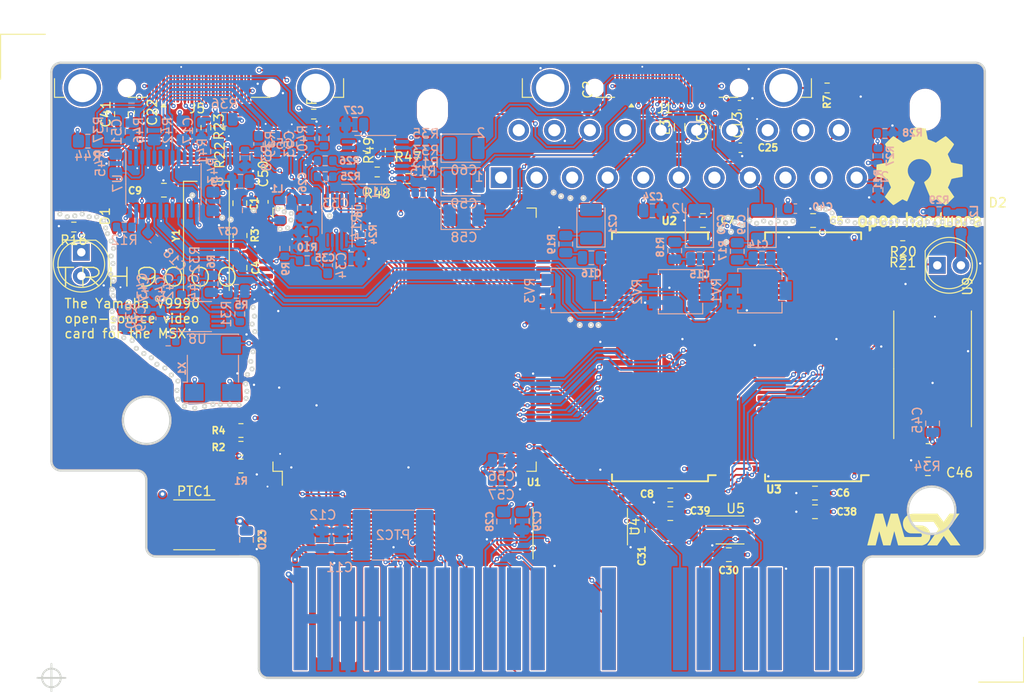
<source format=kicad_pcb>
(kicad_pcb (version 20221018) (generator pcbnew)
  (title_block (date "2023-01-13") (rev "AC") (comment 2 "Shared under CERN-OHL-S license") (comment 3 "TRH9000 - Open Source MSX Graphics Card based on the Yamaha V9990") (comment 4 "Designed  by: Cristiano Goncalves, Doomn00b, SD_snatcher & Sunrise"))
  (layers (0 "F.Cu" mixed) (1 "In1.Cu" power "GND") (2 "In2.Cu" power "POWER") (31 "B.Cu" mixed) (34 "B.Paste" user) (35 "F.Paste" user) (36 "B.SilkS" user "B.Silkscreen") (37 "F.SilkS" user "F.Silkscreen") (38 "B.Mask" user) (39 "F.Mask" user) (44 "Edge.Cuts" user))
  (net 0 "")
  (net 1 "GND")
  (net 2 "+5VA")
  (net 3 "+5V")
  (net 4 "/VIDEO/ROUT")
  (net 5 "/VIDEO/GOUT")
  (net 6 "/VIDEO/BOUT")
  (net 7 "VMID")
  (net 11 "/~{WAIT}")
  (net 12 "/~{M1}")
  (net 13 "/~{RESET}")
  (net 14 "/A7")
  (net 15 "/A1")
  (net 16 "/A3")
  (net 17 "/A5")
  (net 18 "/D1")
  (net 19 "/D3")
  (net 20 "/D5")
  (net 21 "/D7")
  (net 22 "+12V")
  (net 23 "/D6")
  (net 24 "/D4")
  (net 25 "/D2")
  (net 26 "/D0")
  (net 27 "/A4")
  (net 28 "/A2")
  (net 29 "/A0")
  (net 30 "/A6")
  (net 31 "/~{IORQ}")
  (net 32 "/~{WR}")
  (net 33 "/~{RD}")
  (net 34 "/VDP/~{VDPW}")
  (net 35 "/VDP/~{VDPR}")
  (net 36 "/GNDe")
  (net 37 "/~{CSYNe_}")
  (net 38 "/~{CSYNCe_}")
  (net 39 "/SOUNDOUT")
  (net 40 "/~{CSYNCe}")
  (net 41 "Net-(J5-PadSH)")
  (net 42 "/VDP/~{CSYNCi}")
  (net 43 "/VDP/V0A8")
  (net 44 "/VDP/V0A7")
  (net 45 "/VDP/V0A6")
  (net 46 "/VDP/V0A5")
  (net 47 "/VDP/V0A4")
  (net 48 "/VDP/V0A3")
  (net 49 "/VDP/V0A2")
  (net 50 "/VDP/V0A1")
  (net 51 "/VDP/V0A0")
  (net 52 "/VDP/V0D7")
  (net 53 "/VDP/V0D6")
  (net 54 "/VDP/V0D5")
  (net 55 "/VDP/V0D4")
  (net 56 "/VDP/V0D3")
  (net 57 "/VDP/V0D2")
  (net 58 "/VDP/V0D1")
  (net 59 "/VDP/V0D0")
  (net 60 "/VDP/V0S7")
  (net 61 "/VDP/V0S6")
  (net 62 "/VDP/V0S5")
  (net 63 "/VDP/V0S4")
  (net 64 "/VDP/V0S3")
  (net 65 "/VDP/V0S2")
  (net 66 "/VDP/V0S1")
  (net 67 "/VDP/V0S0")
  (net 68 "/VDP/V1S7")
  (net 69 "/VDP/V1S6")
  (net 70 "/VDP/V1S5")
  (net 71 "/VDP/V1S4")
  (net 72 "/VDP/V1S3")
  (net 73 "/VDP/V1S2")
  (net 74 "/VDP/V1S1")
  (net 75 "/VDP/V1S0")
  (net 76 "/VDP/V1A8")
  (net 77 "/VDP/V1A7")
  (net 78 "/VDP/V1A6")
  (net 79 "/VDP/V1A5")
  (net 80 "/VDP/V1A4")
  (net 81 "/VDP/V1A3")
  (net 82 "/VDP/V1A2")
  (net 83 "/VDP/V1A1")
  (net 84 "/VDP/V1A0")
  (net 85 "/VDP/V1D0")
  (net 86 "/VDP/V1D1")
  (net 87 "/VDP/V1D2")
  (net 88 "/VDP/V1D3")
  (net 89 "/VDP/V1D4")
  (net 90 "/VDP/V1D5")
  (net 91 "/VDP/V1D6")
  (net 92 "/VDP/V1D7")
  (net 93 "/V9958_HSYNC")
  (net 94 "/~{INT}")
  (net 95 "/VDP/VMREQ")
  (net 96 "/VIDEO/Rm")
  (net 97 "/VIDEO/Gm")
  (net 98 "/VDP/MCKIN")
  (net 99 "/~{Y6}")
  (net 100 "/VIDEO/Bm")
  (net 101 "/VDP/Ri")
  (net 102 "/VIDEO/RO")
  (net 103 "/VIDEO/RIN")
  (net 104 "/VIDEO/GO")
  (net 105 "/VIDEO/GIN")
  (net 106 "/VIDEO/BO")
  (net 107 "/VIDEO/BIN")
  (net 108 "/VIDEO/~{CSYNCin}")
  (net 109 "/VIDEO/+12V-1K")
  (net 110 "/VDP/Gi")
  (net 111 "/VIDEO/~{CSYNCi_}")
  (net 112 "/VIDEO/HSYNC")
  (net 113 "/VIDEO/HSOUT")
  (net 114 "/VIDEO/VSYNC")
  (net 115 "/VIDEO/VSOUT")
  (net 116 "/VDP/~{V0_RAS}")
  (net 117 "/VDP/~{V0_CAS}")
  (net 118 "/VDP/~{V0_WE}")
  (net 119 "/VDP/~{V0_TR}")
  (net 120 "/VDP/~{V0_SC}")
  (net 121 "/VDP/~{VO_SOE}")
  (net 122 "/VDP/~{V1_RAS}")
  (net 123 "/VDP/~{V1_CAS}")
  (net 124 "/VDP/~{V1_WE}")
  (net 125 "/VDP/~{V1_TR}")
  (net 126 "/VDP/~{V1_SC}")
  (net 127 "/VDP/~{V1_SOE}")
  (net 128 "/V9958_VSYNC")
  (net 129 "/VIDEO/RO_")
  (net 130 "+12VA")
  (net 131 "/VIDEO/2.5VA")
  (net 132 "/VIDEO/Col_GND")
  (net 133 "/VIDEO/VGND")
  (net 134 "/VIDEO/GO_")
  (net 135 "/VIDEO/BO_")
  (net 136 "Net-(J1-PadSH)")
  (net 137 "/VDP/Y+")
  (net 138 "/VDP/Y-")
  (net 139 "/VIDEO/GNDD")
  (net 140 "/VIDEO/VGA_GND")
  (net 141 "/VIDEO/~{CSYNCO}")
  (net 142 "/VIDEO/~{CSYNCA}")
  (net 143 "/VIDEO/CSOUT")
  (net 144 "+5VP")
  (net 145 "Net-(R20-Pad1)")
  (net 146 "/VDP/R")
  (net 147 "/VIDEO/AUGND")
  (net 148 "/VDP/Bi")
  (net 149 "/Re")
  (net 150 "/Ge")
  (net 151 "/Be")
  (net 152 "/VDP/~{KWE}")
  (net 153 "/VDP/KA16")
  (net 154 "/VDP/KA15")
  (net 155 "/VDP/KA14")
  (net 156 "/VDP/KA13")
  (net 157 "/VDP/KA12")
  (net 158 "/VDP/KA11")
  (net 159 "/VDP/KA10")
  (net 160 "/VDP/KA9")
  (net 161 "/VDP/~{KOE}")
  (net 162 "/VDP/~{YSi}")
  (net 163 "/VIDEO/REXTi")
  (net 164 "/REXTe")
  (net 165 "/HSOe")
  (net 166 "/VSOe")
  (net 167 "/VDP/G")
  (net 168 "/VDP/B")
  (net 169 "+5VL")
  (net 170 "/VIDEO/HSYNCA")
  (net 171 "/VIDEO/VSYNCA")
  (net 172 "/VIDEO/OE_MUX")
  (net 173 "/VIDEO/~{CSYNCA}_")
  (net 174 "/VIDEO/HSYNCA_")
  (net 175 "/VIDEO/VSYNCA_")
  (net 179 "/VIDEO/Scart-chassis")
  (net 180 "+12VP")
  (net 181 "/VIDEO/~{CSYNC}_")
  (net 182 "/VIDEO/HSYNC_")
  (net 183 "/VIDEO/VSYNC_")
  (net 222 "unconnected-(J2-Pad12)")
  (net 234 "Net-(R13-Pad1)")
  (net 235 "Net-(D2-Pad1)")
  (net 236 "Net-(D1-Pad1)")
  (footprint "Resistor_SMD:R_0603_1608Metric_Pad0.98x0.95mm_HandSolder" (layer "F.Cu") (at 91.2 -44.3)
    (fp_text reference "R20")
    (fp_text value "R_RT0603BRE075KL" hide)
  )
  (footprint "Capacitor_SMD:C_0603_1608Metric" (layer "F.Cu") (at 9.4 -60.6 90)
    (fp_text reference "C22")
    (fp_text value "47pF" hide)
  )
  (footprint "Package_SO:SSOP-8_2.95x2.8mm_P0.65mm" (layer "F.Cu") (at 72.7 -15.85)
    (fp_text reference "U5")
    (fp_text value "T.I_SN74LVC2G32DCTR" hide)
  )
  (footprint "Package_SO:TSOP-I-32_12.4x8mm_P0.5mm" (layer "F.Cu") (at 94.4 -33.1125 90)
    (fp_text reference "U9")
    (fp_text value "SST39SF010A-lrj" hide)
  )
  (footprint "Capacitor_SMD:C_0603_1608Metric" (layer "F.Cu") (at 73.8 -56.8 180)
    (fp_text reference "C25")
    (fp_text value "C_GRM188D71A106KA73D" hide)
  )
  (footprint "Capacitor_SMD:C_0603_1608Metric_Pad1.08x0.95mm_HandSolder" (layer "F.Cu") (at 33.8 -56.7 180)
    (fp_text reference "C36" hide)
    (fp_text value "C_CL10B104KB8NNNL" hide)
  )
  (footprint "LRJ:R_0603_1608Metric_roundcourt" (layer "F.Cu") (at 38.2 -53.5)
    (fp_text reference "R47")
    (fp_text value "R_ERJ-PA3F75R0V" hide)
  )
  (footprint "Resistor_SMD:R_0805_2012Metric" (layer "F.Cu") (at 20.3 -24.6)
    (fp_text reference "R2")
    (fp_text value "4K7" hide)
  )
  (footprint "LRJ:R_0603_1608Metric_roundcourt" (layer "F.Cu") (at 34.9 -54.2 180)
    (fp_text reference "R48")
    (fp_text value "R_ERJ-PA3F75R0V" hide)
  )
  (footprint "Resistor_SMD:R_0603_1608Metric" (layer "F.Cu") (at 2.4 -48.3 180)
    (fp_text reference "R16")
    (fp_text value "120R" hide)
  )
  (footprint "Fuse:Fuse_2920_7451Metric" (layer "F.Cu") (at 15.3 -16.4 180)
    (fp_text reference "PTC1")
    (fp_text value "F_0ZCF0030FF2C" hide)
  )
  (footprint "Capacitor_SMD:C_0603_1608Metric_Pad1.08x0.95mm_HandSolder" (layer "F.Cu") (at 22.7 -51 90)
    (fp_text reference "C50")
    (fp_text value "C_CL10B104KB8NNNL" hide)
  )
  (footprint "Capacitor_SMD:C_0805_2012Metric" (layer "F.Cu") (at 12.05 -52.25 180)
    (fp_text reference "C9")
    (fp_text value "C_CL21B106KOQNNNE" hide)
  )
  (footprint "Capacitor_SMD:C_0805_2012Metric" (layer "F.Cu") (at 7.5 -60.4 90)
    (fp_text reference "C41")
    (fp_text value "C_CC0805JPX7R9BB104" hide)
  )
  (footprint "Capacitor_SMD:C_0805_2012Metric" (layer "F.Cu") (at 81.8 -17.8 180)
    (fp_text reference "C38")
    (fp_text value "C_CL21B106KOQNNNE" hide)
  )
  (footprint "Capacitor_SMD:C_0805_2012Metric_Pad1.18x1.45mm_HandSolder" (layer "F.Cu") (at 72.56625 -13.2 180)
    (fp_text reference "C30")
    (fp_text value "C_CL21B105KBFNNNF" hide)
  )
  (footprint "Resistor_SMD:R_0603_1608Metric" (layer "F.Cu") (at 28.1 -60.4)
    (fp_text reference "R8")
    (fp_text value "R_ERJ-3GEYJ105V" hide)
  )
  (footprint "Capacitor_SMD:C_0603_1608Metric" (layer "F.Cu") (at 73.714702 -61.35 180)
    (fp_text reference "C13")
    (fp_text value "C_GRM188D71A106KA73D" hide)
  )
  (footprint "Capacitor_SMD:C_0603_1608Metric" (layer "F.Cu") (at 71.1 -59 90)
    (fp_text reference "C55")
    (fp_text value "C_GRM188D71A106KA73D" hide)
  )
  (footprint "Symbol:OSHW-Logo2_14.6x12mm_SilkScreen" (layer "F.Cu") (at 93 -53.4)
    (fp_text reference "LOGO1" hide)
    (fp_text value "Logo_Open_Hardware_Small" hide)
  )
  (footprint "Resistor_SMD:R_0805_2012Metric" (layer "F.Cu") (at 20.3 -22.7)
    (fp_text reference "R1")
    (fp_text value "4K7" hide)
  )
  (footprint "Capacitor_SMD:C_0805_2012Metric" (layer "F.Cu") (at 69.8 -49 180)
    (fp_text reference "C7")
    (fp_text value "C_CC0805JPX7R9BB104" hide)
  )
  (footprint "Capacitor_SMD:C_0805_2012Metric" (layer "F.Cu") (at 20.183045 -50.855269 90)
    (fp_text reference "C1")
    (fp_text value "27pF" hide)
  )
  (footprint "LRJ:Norcomp_DSUB-15-HD_Female_Horizontal_SMD_P0.77x1.98mm" (layer "F.Cu") (at 15.814702 -66.6 180)
    (fp_text reference "J5")
    (fp_text value "Norcomp_200-015-263R001" hide)
  )
  (footprint "Capacitor_SMD:C_0805_2012Metric" (layer "F.Cu") (at 20.9 -14.8 -90)
    (fp_text reference "C23")
    (fp_text value "C_CL21B106KOQNNNE" hide)
  )
  (footprint "Capacitor_SMD:C_0805_2012Metric" (layer "F.Cu") (at 66.3 -19.6)
    (fp_text reference "C8")
    (fp_text value "10nF" hide)
  )
  (footprint "trh9000:Crystal_HC49-US_Vertical_cy_mod" (layer "F.Cu") (at 16.6 -47.4 -90)
    (fp_text reference "Y1")
    (fp_text value "Y_HCM4921477270ABJT" hide)
  )
  (footprint "Capacitor_SMD:C_0805_2012Metric" (layer "F.Cu") (at 62.85 -15.85 -90)
    (fp_text reference "C31")
    (fp_text value "C_CC0805JPX7R9BB104" hide)
  )
  (footprint "Package_SO:SO-16_3.9x9.9mm_P1.27mm" (layer "F.Cu") (at 56.65 -16.2 90)
    (fp_text reference "U4" hide)
    (fp_text value "74VHC138" hide)
  )
  (footprint "trh9000:msx_edge-conn-LP_v2" (layer "F.Cu") (at 54.63375 -6.2)
    (fp_text reference "BUS1" hide)
    (fp_text value "MSX-CONN_L-P_v2" hide)
  )
  (footprint "Resistor_SMD:R_0805_2012Metric" (layer "F.Cu") (at 20.3 -26.5)
    (fp_text reference "R4")
    (fp_text value "4K7" hide)
  )
  (footprint "Resistor_SMD:R_0603_1608Metric" (layer "F.Cu") (at 83.1 -63.2 180)
    (fp_text reference "R7")
    (fp_text value "R_ERJ-3GEYJ105V" hide)
  )
  (footprint "trh9000:LQFP-128_28x28mm_P0.8mm" (layer "F.Cu") (at 37.833252 -36.235911 90)
    (fp_text reference "U1")
    (fp_text value "V9990" hide)
  )
  (footprint "Capacitor_SMD:C_0805_2012Metric" (layer "F.Cu") (at 93.9 -22.4125 180)
    (fp_text reference "C46")
    (fp_text value "C_CC0805JPX7R9BB104" hide)
  )
  (footprint "trh9000:SOJ-40_400mil" (layer "F.Cu") (at 65.2 -34.4 180)
    (fp_text reference "U2")
    (fp_text value "KM428C256" hide)
  )
  (footprint "Resistor_SMD:R_0805_2012Metric" (layer "F.Cu") (at 93.928279 -24.364834 180)
    (fp_text reference "R34")
    (fp_text value "4K7" hide)
  )
  (footprint "Capacitor_SMD:C_0805_2012Metric" (layer "F.Cu") (at 81.6 -49 180)
    (fp_text reference "C5")
    (fp_text value "C_CC0805JPX7R9BB104" hide)
  )
  (footprint "LRJ:C_0805_2012Metric_round_court" (layer "F.Cu") (at 58.414702 -61.1 180)
    (fp_text reference "C2")
    (fp_text value "C_CC0805JPX7R9BB104" hide)
  )
  (footprint "Capacitor_SMD:C_0805_2012Metric" (layer "F.Cu") (at 66.3 -17.6 180)
    (fp_text reference "C39")
    (fp_text value "C_CL21B106KOQNNNE" hide)
  )
  (footprint "trh9000:MSX-cart-dummy_RA" (layer "F.Cu") (at 49.25 -34.25)
    (fp_text reference "Cart1" hide)
    (fp_text value "MSX-cartridge_dummy" hide)
  )
  (footprint "Inductor_SMD:L_0805_2012Metric" (layer "F.Cu") (at 67.3 -59 90)
    (fp_text reference "L3")
    (fp_text value "L_MLZ2012M4R7HT000" hide)
  )
  (footprint "Resistor_SMD:R_0805_2012Metric" (layer "F.Cu") (at 20.21 -47.394 90)
    (fp_text reference "R3")
    (fp_text value "10M" hide)
  )
  (footprint "LRJ:R_0603_1608Metric_roundcourt" (layer "F.Cu") (at 36.3 -56.5 90)
    (fp_text reference "R49")
    (fp_text value "R_ERJ-PA3F75R0V" hide)
  )
  (footprint "Resistor_SMD:R_0805_2012Metric" (layer "F.Cu") (at 91.2 -46.1)
    (fp_text reference "R21")
    (fp_text value "100R" hide)
  )
  (footprint "trh9000:SOJ-40_400mil" (layer "F.Cu") (at 81.6 -34.4 180)
    (fp_text reference "U3")
    (fp_text value "KM428C256" hide)
  )
  (footprint "Ultra-MSX:Logo_MSX_10x3" (layer "F.Cu") (at 92.4 -15.9)
    (fp_text reference "LOGO2" hide)
    (fp_text value "Logo_MSX" hide)
  )
  (footprint "LED_THT:LED_D5.0mm" (layer "F.Cu") (at 94.9 -44.2)
    (fp_text reference "D2")
    (fp_text value "LO_LED_LTL2R3K" hide)
  )
  (footprint "LRJ:R_0603_1608Metric_roundcourt" (layer "F.Cu") (at 16.55 -58.95 90)
    (fp_text reference "R23")
    (fp_text value "100" hide)
  )
  (footprint "LRJ:Norcomp_DSUB-15-HD_Female_Horizontal_SMD_P0.77x1.98mm" (layer "F.Cu") (at 65.934702 -66.6 180)
    (fp_text reference "J1")
    (fp_text value "Norcomp_200-015-263R001" hide)
  )
  (footprint "LED_THT:LED_D5.0mm" (layer "F.Cu") (at 3.2 -45.6 -90)
    (fp_text reference "D1")
    (fp_text value "SunLED_XCVG12D" hide)
  )
  (footprint "Resistor_SMD:R_0603_1608Metric" (layer "F.Cu") (at 18.05 -58.9 -90)
    (fp_text reference "R22")
    (fp_text value "75" hide)
  )
  (footprint "Capacitor_SMD:C_0805_2012Metric" (layer "F.Cu") (at 81.8 -19.8)
    (fp_text reference "C6")
    (fp_text value "10nF" hide)
  )
  (footprint "Capacitor_SMD:C_0805_2012Metric" (layer "F.Cu") (at 20.2 -43.944 -90)
    (fp_text reference "C4")
    (fp_text value "27pF" hide)
  )
  (footprint "Package_SO:VSSOP-10_3x3mm_P0.5mm" (layer "B.Cu") (at 15.65 -38.712499)
    (fp_text reference "U8")
    (fp_text value "LMH1980" hide)
  )
  (footprint "LRJ:R_0603_1608Metric_roundcourt" (layer "B.Cu") (at 20.7375 -55.7 90)
    (fp_text reference "R38")
    (fp_text value "R_ERJ-PA3F75R0V" hide)
  )
  (footprint "Resistor_SMD:R_0805_2012Metric" (layer "B.Cu") (at 18.5125 -59.85 180)
    (fp_text reference "R36")
    (fp_text value "100R" hide)
  )
  (footprint "Capacitor_SMD:C_0603_1608Metric" (layer "B.Cu") (at 27.3 -47.8 180)
    (fp_text reference "C33")
    (fp_text value "47pF" hide)
  )
  (footprint "Capacitor_SMD:C_0603_1608Metric_Pad1.08x0.95mm_HandSolder" (layer "B.Cu") (at 29.6 -44.2125 -90)
    (fp_text reference "C34")
    (fp_text value "C_CL10B104KB8NNNL" hide)
  )
  (footprint "Capacitor_SMD:C_0805_2012Metric" (layer "B.Cu") (at 31 -14.8 90)
    (fp_text reference "C11")
    (fp_text value "C_CC0805JPX7R9BB104" hide)
  )
  (footprint "Fuse:Fuse_2920_7451Metric" (layer "B.Cu") (at 36.6 -15.3)
    (fp_text reference "PTC2")
    (fp_text value "F_0ZCF0030FF2C" hide)
  )
  (footprint "Resistor_SMD:R_0603_1608Metric" (layer "B.Cu") (at 29.325 -55.4 180)
    (fp_text reference "R26")
    (fp_text value "100" hide)
  )
  (footprint "Capacitor_SMD:C_0805_2012Metric" (layer "B.Cu") (at 8.65 -58.5 -90)
    (fp_text reference "C51")
    (fp_text value "C_CL21B106KOQNNNE" hide)
  )
  (footprint "LRJ:Potentiometer_Bourns_3314G_Vertical_lrj" (layer "B.Cu") (at 75.9 -41.474702 -90)
    (fp_text reference "RV1")
    (fp_text value "500R" hide)
  )
  (footprint "Capacitor_SMD:C_0603_1608Metric_Pad1.08x0.95mm_HandSolder" (layer "B.Cu") (at 24.05 -57.2 90)
    (fp_text reference "C53")
    (fp_text value "C_CL10B104KB8NNNL" hide)
  )
  (footprint "Resistor_SMD:R_0805_2012Metric" (layer "B.Cu") (at 55.1 -46.474702 -90)
    (fp_text reference "R19")
    (fp_text value "75R" hide)
  )
  (footprint "Package_SO:VSSOP-10_3x3mm_P0.5mm" (layer "B.Cu") (at 30.6 -49.1 90)
    (fp_text reference "U6")
    (fp_text value "LMH1980" hide)
  )
  (footprint "LRJ:R_0603_1608Metric_roundcourt" (layer "B.Cu") (at 12.5 -36.1)
    (fp_text reference "R30")
    (fp_text value "R_RC0603FR-0710KL" hide)
  )
  (footprint "Capacitor_Tantalum_SMD:CP_EIA-3528-15_AVX-H" (layer "B.Cu") (at 69.422202 -48.574702 90)
    (fp_text reference "C20")
    (fp_text value "C_TCJB227" hide)
  )
  (footprint "LRJ:Potentiometer_Bourns_3314G_Vertical_lrj" (layer "B.Cu") (at 67.4 -41.374702 -90)
    (fp_text reference "RV2")
    (fp_text value "500R" hide)
  )
  (footprint "Capacitor_Tantalum_SMD:CP_EIA-3528-15_AVX-H" (layer "B.Cu") (at 44.2 -56.75)
    (fp_text reference "C60")
    (fp_text value "C_TCJB227" hide)
  )
  (footprint "Capacitor_SMD:C_0805_2012Metric" (layer "B.Cu") (at 20.25 -53.2 180)
    (fp_text reference "C3")
    (fp_text value "C_GRM21BR61A476ME15K" hide)
  )
  (footprint "Capacitor_SMD:C_0805_2012Metric" (layer "B.Cu") (at 48.2 -21.3)
    (fp_text reference "C57")
    (fp_text value "C_GRM21BR61A476ME15K" hide)
  )
  (footprint "LRJ:C_0603_1608Metric_round_court" (layer "B.Cu") (at 11.13123 -41.96519 -90)
    (fp_text reference "C43")
    (fp_text value "47pF" hide)
  )
  (footprint "LRJ:R_0603_1608Metric_roundcourt" (layer "B.Cu") (at 29.2 -57.8 -90)
    (fp_text reference "R40")
    (fp_text value "R_ERJ-PA3F75R0V" hide)
  )
  (footprint "Resistor_SMD:R_0805_2012Metric" (layer "B.Cu") (at 6.7 -58.75 -90)
    (fp_text reference "R37")
    (fp_text value "100R" hide)
  )
  (footprint "Capacitor_SMD:C_0805_2012Metric" (layer "B.Cu") (at 29 -14.8 90)
    (fp_text reference "C12")
    (fp_text value "C_CL21B106KOQNNNE" hide)
  )
  (footprint "Resistor_SMD:R_0603_1608Metric" (layer "B.Cu") (at 88.55 -55.924702 90)
    (fp_text reference "R27")
    (fp_text value "100" hide)
  )
  (footprint "LRJ:R_0603_1608Metric_roundcourt" (layer "B.Cu") (at 25.75 -57.2 -90)
    (fp_text reference "R39")
    (fp_text value "R_ERJ-PA3F75R0V" hide)
  )
  (footprint "LRJ:SCART-21_Female_Horizontal_P1.905x2.54mm_EdgePinOffset10.7mm_cutvias" (layer "B.Cu") (at 67.214702 -69.374702 180)
    (fp_text reference "J2")
    (fp_text value "Console5_SCART" hide)
  )
  (footprint "Capacitor_SMD:C_0603_1608Metric" (layer "B.Cu") (at 27.3 -46.2 180)
    (fp_text reference "C32" hide)
    (fp_text value "47pF" hide)
  )
  (footprint "Capacitor_Tantalum_SMD:CP_EIA-3528-15_AVX-H" (layer "B.Cu") (at 44.2 -53.15)
    (fp_text reference "C59")
    (fp_text value "C_TCJB227" hide)
  )
  (footprint "Capacitor_SMD:C_0603_1608Metric" (layer "B.Cu") (at 12.538731 -41.96519 -90)
    (fp_text reference "C42")
    (fp_text value "47pF" hide)
  )
  (footprint "Package_SO:TSSOP-14_4.4x5mm_P0.65mm" (layer "B.Cu") (at 34.7 -55.5)
    (fp_text reference "U10")
    (fp_text value "THS7374-lrj" hide)
  )
  (footprint "Capacitor_Tantalum_SMD:CP_EIA-3528-15_AVX-H" (layer "B.Cu") (at 76.122202 -48.574702 90)
    (fp_text reference "C19")
    (fp_text value "C_TCJB227" hide)
  )
  (footprint "Capacitor_SMD:C_0603_1608Metric_Pad1.08x0.95mm_HandSolder" (layer "B.Cu") (at 10.94012 -47.05988 -45)
    (fp_text reference "C18")
    (fp_text value "C_CL10B104KB8NNNL" hide)
  )
  (footprint "Resistor_SMD:R_0603_1608Metric" (layer "B.Cu") (at 29.325 -53.7 180)
    (fp_text reference "R25")
    (fp_text value "100" hide)
  )
  (footprint "Resistor_SMD:R_0805_2012Metric" (layer "B.Cu") (at 66.772202 -45.774702 -90)
    (fp_text reference "R18")
    (fp_text value "75R" hide)
  )
  (footprint "Capacitor_Tantalum_SMD:CP_EIA-3528-15_AVX-H" (layer "B.Cu") (at 44.2 -49.55)
    (fp_text reference "C58")
    (fp_text value "C_TCJB227" hide)
  )
  (footprint "Resistor_SMD:R_0603_1608Metric" (layer "B.Cu") (at 33.1 -51.2 -90)
    (fp_text reference "R14")
    (fp_text value "75" hide)
  )
  (footprint "Resistor_SMD:R_0805_2012Metric_Pad1.20x1.40mm_HandSolder" (layer "B.Cu") (at 17.8 -56.4 -90)
    (fp_text reference "R41")
    (fp_text value "R_CRCW08054K99FKEAHP" hide)
  )
  (footprint "LRJ:R_0603_1608Metric_roundcourt" (layer "B.Cu") (at 33.1 -47.5 -90)
    (fp_text reference "R24")
    (fp_text value "R_RC0603FR-0710KL" hide)
  )
  (footprint "Capacitor_SMD:C_0603_1608Metric_Pad1.08x0.95mm_HandSolder" (layer "B.Cu") (at 27.7 -57.8 90)
    (fp_text reference "C52" hide)
    (fp_text value "C_CL10B104KB8NNNL" hide)
  )
  (footprint "LRJ:Potentiometer_Bourns_3314G_Vertical_lrj" (layer "B.Cu") (at 55.9 -41.5 -90)
    (fp_text reference "RV3")
    (fp_text value "500R" hide)
  )
  (footprint "Resistor_SMD:R_0603_1608Metric" (layer "B.Cu") (at 88.55 -52.274702 90)
    (fp_text reference "R11")
    (fp_text value "R_ERJ-3GEYJ105V" hide)
  )
  (footprint "Capacitor_SMD:C_0603_1608Metric_Pad1.08x0.95mm_HandSolder" (layer "B.Cu") (at 11.7 -38.499999 -90)
    (fp_text reference "C48")
    (fp_text value "C_CL10B104KB8NNNL" hide)
  )
  (footprint "Resistor_SMD:R_0603_1608Metric" (layer "B.Cu") (at 25 -46 90)
    (fp_text reference "R9")
    (fp_text value "75" hide)
  )
  (footprint "LRJ:R_0603_1608Metric_roundcourt" (layer "B.Cu") (at 40.1 -57.5)
    (fp_text reference "R13")
    (fp_text value "R_RC0603FR-0710KL" hide)
  )
  (footprint "LRJ:R_0603_1608Metric_roundcourt" (layer "B.Cu") (at 40.1 -56 180)
    (fp_text reference "R35")
    (fp_text value "R_ERJ-PA3F75R0V" hide)
  )
  (footprint "LRJ:C_0603_1608Metric_round_court" (layer "B.Cu") (at 13.938731 -41.865189 90)
    (fp_text reference "C44")
    (fp_text value "C_CL10B104KB8NNNL" hide)
  )
  (footprint "Capacitor_SMD:C_0805_2012Metric" (layer "B.Cu") (at 20.9 -14.8 -90)
    (fp_text reference "C10")
    (fp_text value "C_CC0805JPX7R9BB104" hide)
  )
  (footprint "Capacitor_SMD:C_0805_2012Metric" (layer "B.Cu") (at 48.2 -23.3)
    (fp_text reference "C56")
    (fp_text value "C_CC0805JPX7R9BB104" hide)
  )
  (footprint "Capacitor_SMD:C_0805_2012Metric" (layer "B.Cu") (at 7.9 -38.499999 90)
    (fp_text reference "C49")
    (fp_text value "10nF" hide)
  )
  (footprint "Resistor_SMD:R_0805_2012Metric_Pad1.20x1.40mm_HandSolder" (layer "B.Cu") (at 14.1 -58.65 -90)
    (fp_text reference "R42")
    (fp_text value "R_CRCW08054K99FKEAHP" hide)
  )
  (footprint "Inductor_SMD:L_0805_2012Metric" (layer "B.Cu") (at 97.45 -48.8 90)
    (fp_text reference "L2")
    (fp_text value "L_MLZ2012M4R7HT000" hide)
  )
  (footprint "Capacitor_SMD:C_0805_2012Metric" (layer "B.Cu") (at 32.1 -44.9)
    (fp_text reference "C35")
    (fp_text value "C_CL21B106KOQNNNE" hide)
  )
  (footprint "LRJ:R_0603_1608Metric_roundcourt" (layer "B.Cu") (at 7.8 -48.3)
    (fp_text reference "R12")
    (fp_text value "R_RC0603FR-0710KL" hide)
  )
  (footprint "Inductor_SMD:L_0805_2012Metric" (layer "B.Cu") (at 24.5 -50.1 90)
    (fp_text reference "L1")
    (fp_text value "L_MLZ2012M4R7HT000" hide)
  )
  (footprint "Capacitor_SMD:C_0603_1608Metric" (layer "B.Cu") (at 79.7 -50.274702)
    (fp_text reference "C40")
    (fp_text value "47pF" hide)
  )
  (footprint "Resistor_SMD:R_0805_2012Metric" (layer "B.Cu") (at 17.1125 -42.212499 -90)
    (fp_text reference "R6")
    (fp_text value "4K7" hide)
  )
  (footprint "Oscillator:Oscillator_SMD_Abracon_ASV-4Pin_7.0x5.1mm" (layer "B.Cu") (at 17.3 -33.125 90)
    (fp_text reference "X1")
    (fp_text value "Crystek_CE3291" hide)
  )
  (footprint "Resistor_SMD:R_0805_2012Metric" (layer "B.Cu") (at 73.475 -45.7 -90)
    (fp_text reference "R17")
    (fp_text value "75R" hide)
  )
  (footprint "Capacitor_SMD:C_0805_2012Metric" (layer "B.Cu") (at 57.8425 -45.012202)
    (fp_text reference "C16")
    (fp_text value "100nF" hide)
  )
  (footprint "Resistor_SMD:R_0603_1608Metric" (layer "B.Cu") (at 27.4 -44.7 180)
    (fp_text reference "R10")
    (fp_text value "100" hide)
  )
  (footprint "Capacitor_SMD:C_0805_2012Metric" (layer "B.Cu") (at 69.45 -44.9)
    (fp_text reference "C15")
    (fp_text value "100nF" hide)
  )
  (footprint "Capacitor_SMD:C_0805_2012Metric" (layer "B.Cu") (at 76.122202 -44.974702)
    (fp_text reference "C14")
    (fp_text value "100nF" hide)
  )
  (footprint "Resistor_SMD:R_0603_1608Metric" (layer "B.Cu") (at 20.175 -38.987499 -90)
    (fp_text reference "R31")
    (fp_text value "100" hide)
  )
  (footprint "Capacitor_SMD:C_0805_2012Metric" (layer "B.Cu") (at 27.1 -50.3 90)
    (fp_text reference "C26")
    (fp_text value "10nF" hide)
  )
  (footprint "Capacitor_SMD:C_0805_2012Metric" (layer "B.Cu") (at 9.9 -38.5125 -90)
    (fp_text reference "C47")
    (fp_text value "C_CL21B106KOQNNNE" hide)
  )
  (footprint "Resistor_SMD:R_0603_1608Metric" (layer "B.Cu") (at 89.3 -58.324702)
    (fp_text reference "R28")
    (fp_text value "100" hide)
  )
  (footprint "Resistor_SMD:R_0805_2012Metric_Pad1.20x1.40mm_HandSolder" (layer "B.Cu") (at 6.897798 -55.1125 -90)
    (fp_text reference "R45")
    (fp_text value "R_CRCW08054K99FKEAHP" hide)
  )
  (footprint "Resistor_SMD:R_0805_2012Metric" (layer "B.Cu") (at 19.8125 -41.412499)
    (fp_text reference "R5")
    (fp_text value "4K7" hide)
  )
  (footprint "Resistor_SMD:R_0603_1608Metric" (layer "B.Cu") (at 95.1 -49.95)
    (fp_text reference "R29")
    (fp_text value "1k" hide)
  )
  (footprint "Resistor_SMD:R_0603_1608Metric" (layer "B.Cu") (at 15.4125 -41.958119 -90)
    (fp_text reference "R32")
    (fp_text value "100" hide)
  )
  (footprint "Capacitor_SMD:C_0805_2012Metric_Pad1.18x1.45mm_HandSolder" (layer "B.Cu") (at 48.45 -16.75 -90)
    (fp_text reference "C28")
    (fp_text value "C_CL21B105KBFNNNF" hide)
  )
  (footprint "Resistor_SMD:R_0805_2012Metric_Pad1.20x1.40mm_HandSolder" (layer "B.Cu") (at 17.3 -51.05 -90)
    (fp_text reference "R43")
    (fp_text value "R_CRCW08054K99FKEAHP" hide)
  )
  (footprint "Capacitor_SMD:C_0805_2012Metric" (layer "B.Cu") (at 50.45 -16.8 -90)
    (fp_text reference "C29")
    (fp_text value "C_CC0805JPX7R9BB104" hide)
  )
  (footprint "Capacitor_SMD:C_0603_1608Metric_Pad1.08x0.95mm_HandSolder" (layer "B.Cu") (at 22.1875 -57.2 90)
    (fp_text reference "C54")
    (fp_text value "C_CL10B104KB8NNNL" hide)
  )
  (footprint "Capacitor_Tantalum_SMD:CP_EIA-3528-15_AVX-H" (layer "B.Cu") (at 57.8 -48.612202 90)
    (fp_text reference "C21")
    (fp_text value "C_TCJB227" hide)
  )
  (footprint "Capacitor_SMD:C_0805_2012Metric" (layer "B.Cu") (at 32.5 -59.3)
    (fp_text reference "C27")
    (fp_text value "10nF" hide)
  )
  (footprint "LRJ:R_0603_1608Metric_roundcourt" (layer "B.Cu") (at 40.1 -54.2 180)
    (fp_text reference "R33")
    (fp_text value "R_ERJ-PA3F75R0V" hide)
  )
  (footprint "Capacitor_SMD:C_0805_2012Metric" (layer "B.Cu") (at 21.2 -50.1 -90)
    (fp_text reference "C37")
    (fp_text value "C_CC0805JPX7R9BB104" hide)
  )
  (footprint "Capacitor_SMD:C_0805_2012Metric" (layer "B.Cu") (at 94.4 -27.2625 90)
    (fp_text reference "C45")
    (fp_text value "C_CL21B106KOQNNNE" hide)
  )
  (footprint "LRJ:R_0603_1608Metric_roundcourt" (layer "B.Cu") (at 39.8 -52 180)
    (fp_text reference "R15")
    (fp_text value "R_ERJ-PA3F75R0V" hide)
  )
  (footprint "Resistor_SMD:R_0805_2012Metric_Pad1.20x1.40mm_HandSolder" (layer "B.Cu") (at 11 -58.65 -90)
    (fp_text reference "R46")
    (fp_text value "R_CRCW08054K99FKEAHP" hide)
  )
  (footprint "Package_SO:TSSOP-24_4.4x7.8mm_P0.65mm" (layer "B.Cu") (at 12 -52.9 -90)
    (fp_text reference "U7")
    (fp_text value "AD8188" hide)
  )
  (footprint "Capacitor_SMD:C_0603_1608Metric_Pad1.08x0.95mm_HandSolder" (layer "B.Cu") (at 16.075 -58.65 -90)
    (fp_text reference "C17")
    (fp_text value "C_CL10B104KB8NNNL" hide)
  )
  (footprint "Resistor_SMD:R_0805_2012Metric_Pad1.20x1.40mm_HandSolder" (layer "B.Cu") (at 3.9 -57.5)
    (fp_text reference "R44")
    (fp_text value "R_CRCW08054K99FKEAHP" hide)
  )
  (footprint "Capacitor_SMD:C_0805_2012Metric" (layer "B.Cu") (at 64.4 -50.05)
    (fp_text reference "C24")
    (fp_text value "C_CC0805JPX7R9BB104" hide)
  )
  (gr_circle (center 24.25 -50.25) (end 24.45 -50.25) (stroke (width 0.165)) (fill none) (layer "Edge.Cuts"))
  (gr_circle (center 21.5 -33.1) (end 21.7 -33.1) (stroke (width 0.165)) (fill none) (layer "Edge.Cuts"))
  (gr_circle (center 96.25 -48.65) (end 96.45 -48.65) (stroke (width 0.165)) (fill none) (layer "Edge.Cuts"))
  (gr_circle (center 24.5 -48.1) (end 24.7 -48.1) (stroke (width 0.165)) (fill none) (layer "Edge.Cuts"))
  (gr_circle (center 0.9 -49.7) (end 1.1 -49.7) (stroke (width 0.165)) (fill none) (layer "Edge.Cuts"))
  (gr_circle (center 97.85 -48.65) (end 97.65 -48.65) (stroke (width 0.165)) (fill none) (layer "Edge.Cuts"))
  (gr_circle (center 12.15 -33.2) (end 12.35 -33.2) (stroke (width 0.165)) (fill none) (layer "Edge.Cuts"))
  (gr_circle (center 83.75 -48.95) (end 83.95 -48.95) (stroke (width 0.165)) (fill none) (layer "Edge.Cuts"))
  (gr_circle (center 6.65 -46) (end 6.85 -46) (stroke (width 0.165)) (fill none) (layer "Edge.Cuts"))
  (gr_circle (center 6.4 -46.8) (end 6.6 -46.8) (stroke (width 0.165)) (fill none) (layer "Edge.Cuts"))
  (gr_arc (start 86.995 -12.0175) (mid 87.287896 -12.724589) (end 87.995 -13.0175) (stroke (width 0.25)) (layer "Edge.Cuts"))
  (gr_circle (center 20.1 -29.25) (end 20.3 -29.25) (stroke (width 0.165)) (fill none) (layer "Edge.Cuts"))
  (gr_circle (center 6.5 -39.25) (end 6.7 -39.25) (stroke (width 0.165)) (fill none) (layer "Edge.Cuts"))
  (gr_circle (center 6.35 -43.25) (end 6.55 -43.25) (stroke (width 0.165)) (fill none) (layer "Edge.Cuts"))
  (gr_line (start 10.16 -21.225) (end 10.16 -14.0175) (stroke (width 0.25)) (layer "Edge.Cuts"))
  (gr_circle (center 6.5 -41.6) (end 6.7 -41.6) (stroke (width 0.165)) (fill none) (layer "Edge.Cuts"))
  (gr_circle (center 6.75 -38.4) (end 6.95 -38.4) (stroke (width 0.165)) (fill none) (layer "Edge.Cuts"))
  (gr_circle (center 21.75 -38.75) (end 21.75 -38.95) (stroke (width 0.165)) (fill none) (layer "Edge.Cuts"))
  (gr_arc (start 21.225 -13.0175) (mid 21.932139 -12.724624) (end 22.225 -12.0175) (stroke (width 0.25)) (layer "Edge.Cuts"))
  (gr_circle (center 11.3 -33.6) (end 11.5 -33.6) (stroke (width 0.165)) (fill none) (layer "Edge.Cuts"))
  (gr_circle (center 82.2 -50.25) (end 82.4 -50.25) (stroke (width 0.165)) (fill none) (layer "Edge.Cuts"))
  (gr_circle (center 20.8 -31.5) (end 21 -31.5) (stroke (width 0.165)) (fill none) (layer "Edge.Cuts"))
  (gr_circle (center 79.45 -48.95) (end 79.25 -48.95) (stroke (width 0.165)) (fill none) (layer "Edge.Cuts"))
  (gr_circle (center 92.25 -48.95) (end 92.05 -48.95) (stroke (width 0.165)) (fill none) (layer "Edge.Cuts"))
  (gr_circle (center 89.95 -48.8) (end 90.15 -48.8) (stroke (width 0.165)) (fill none) (layer "Edge.Cuts"))
  (gr_circle (center 21.6 -34.95) (end 21.8 -34.95) (stroke (width 0.165)) (fill none) (layer "Edge.Cuts"))
  (gr_circle (center 10.7 -34.3) (end 10.9 -34.3) (stroke (width 0.165)) (fill none) (layer "Edge.Cuts"))
  (gr_circle (center 55.6 -38.4) (end 55.8 -38.4) (stroke (width 0.165)) (fill none) (layer "Edge.Cuts"))
  (gr_circle (center 21.65 -50.1) (end 21.85 -50.1) (stroke (width 0.165)) (fill none) (layer "Edge.Cuts"))
  (gr_circle (center 12.85 -32.45) (end 13.05 -32.45) (stroke (width 0.165)) (fill none) (layer "Edge.Cuts"))
  (gr_circle (center 72.8 -47.8) (end 73 -47.8) (stroke (width 0.165)) (fill none) (layer "Edge.Cuts"))
  (gr_circle (center 24.95 -49.95) (end 25.15 -49.95) (stroke (width 0.165)) (fill none) (layer "Edge.Cuts"))
  (gr_circle (center 16.4 -29.1) (end 16.6 -29.1) (stroke (width 0.165)) (fill none) (layer "Edge.Cuts"))
  (gr_circle (center 87.65 -48.75) (end 87.85 -48.75) (stroke (width 0.165)) (fill none) (layer "Edge.Cuts"))
  (gr_circle (center 6.65 -37.5) (end 6.85 -37.5) (stroke (width 0.165)) (fill none) (layer "Edge.Cuts"))
  (gr_circle (center 56.6 -37.8) (end 56.8 -37.8) (stroke (width 0.165)) (fill none) (layer "Edge.Cuts"))
  (gr_circle (center 83.65 -49.8) (end 83.85 -49.8) (stroke (width 0.165)) (fill none) (layer "Edge.Cuts"))
  (gr_line (start 0 -64.9) (end 0 -23.225) (stroke (width 0.25)) (layer "Edge.Cuts"))
  (gr_circle (center 98.65 -48.85) (end 98.45 -48.85) (stroke (width 0.165)) (fill none) (layer "Edge.Cuts"))
  (gr_line (start 22.225 -12.0175) (end 22.225 -1) (stroke (width 0.25)) (layer "Edge.Cuts"))
  (gr_circle (center 57 -51.4) (end 57.2 -51.4) (stroke (width 0.165)) (fill none) (layer "Edge.Cuts"))
  (gr_circle (center 21.35 -33.9) (end 21.55 -33.9) (stroke (width 0.165)) (fill none) (layer "Edge.Cuts"))
  (gr_circle (center 89.2 -48.75) (end 89.4 -48.75) (stroke (width 0.165)) (fill none) (layer "Edge.Cuts"))
  (gr_circle (center 21.8 -37.1) (end 21.8 -37.3) (stroke (width 0.165)) (fill none) (layer "Edge.Cuts"))
  (gr_circle (center 5.6 -49) (end 5.8 -49) (stroke (width 0.165)) (fill none) (layer "Edge.Cuts"))
  (gr_arc (start 0 -64.9) (mid 0.292861 -65.607154) (end 1 -65.9) (stroke (width 0.25)) (layer "Edge.Cuts"))
  (gr_circle (center 21.5 -37.9) (end 21.5 -38.1) (stroke (width 0.165)) (fill none) (layer "Edge.Cuts"))
  (gr_circle (center 55.6 -51.4) (end 55.8 -51.4) (stroke (width 0.165)) (fill none) (layer "Edge.Cuts"))
  (gr_circle (center 91.45 -48.75) (end 91.25 -48.75) (stroke (width 0.165)) (fill none) (layer "Edge.Cuts"))
  (gr_circle (center 74.8 -49) (end 74.8 -49.2) (stroke (width 0.165)) (fill none) (layer "Edge.Cuts"))
  (gr_line (start 1 -22.225) (end 9.16 -22.225) (stroke (width 0.25)) (layer "Edge.Cuts"))
  (gr_circle (center 75.55 -48.7) (end 75.75 -48.7) (stroke (width 0.165)) (fill none) (layer "Edge.Cuts"))
  (gr_circle locked (center 10.2 -27.6) (end 12.74 -27.6) (stroke (width 0.25)) (fill none) (layer "Edge.Cuts"))
  (gr_line (start 100 -14.0175) (end 100 -64.9) (stroke (width 0.25)) (layer "Edge.Cuts"))
  (gr_circle (center 82.95 -50.2) (end 83.15 -50.2) (stroke (width 0.165)) (fill none) (layer "Edge.Cuts"))
  (gr_circle (center 25.65 -49.05) (end 25.85 -49.05) (stroke (width 0.165)) (fill none) (layer "Edge.Cuts"))
  (gr_circle (center 74 -48.5) (end 74 -48.7) (stroke (width 0.165)) (fill none) (layer "Edge.Cuts"))
  (gr_circle (center 84.5 -48.75) (end 84.7 -48.75) (stroke (width 0.165)) (fill none) (layer "Edge.Cuts"))
  (gr_circle (center 77.05 -48.75) (end 77.25 -48.75) (stroke (width 0.165)) (fill none) (layer "Edge.Cuts"))
  (gr_circle (center 8.65 -36.15) (end 8.85 -36.15) (stroke (width 0.165)) (fill none) (layer "Edge.Cuts"))
  (gr_circle (center 73.2 -48.8) (end 73.4 -48.8) (stroke (width 0.165)) (fill none) (layer "Edge.Cuts"))
  (gr_circle (center 17.3 -29.3) (end 17.5 -29.3) (stroke (width 0.165)) (fill none) (layer "Edge.Cuts"))
  (gr_circle (center 21.6 -39.7) (end 21.6 -39.9) (stroke (width 0.165)) (fill none) (layer "Edge.Cuts"))
  (gr_arc (start 100 -14.0175) (mid 99.707104 -13.310411) (end 99 -13.0175) (stroke (width 0.25)) (layer "Edge.Cuts"))
  (gr_circle (center 77.85 -48.95) (end 78.05 -48.95) (stroke (width 0.165)) (fill none) (layer "Edge.Cuts"))
  (gr_circle (center 6 -47.6) (end 6.2 -47.6) (stroke (width 0.165)) (fill none) (layer "Edge.Cuts"))
  (gr_circle (center 95.45 -48.85) (end 95.25 -48.85) (stroke (width 0.165)) (fill none) (layer "Edge.Cuts"))
  (gr_circle (center 93.85 -48.85) (end 94.05 -48.85) (stroke (width 0.165)) (fill none) (layer "Edge.Cuts"))
  (gr_line (start 86.995 -1) (end 86.995 -12.0175) (stroke (width 0.25)) (layer "Edge.Cuts"))
  (gr_circle (center 19.2 -49.1) (end 19.4 -49.1) (stroke (width 0.165)) (fill none) (layer "Edge.Cuts"))
  (gr_circle (center 15.1 -51.7) (end 15.3 -51.7) (stroke (width 0.165)) (fill none) (layer "Edge.Cuts"))
  (gr_circle (center 93.05 -48.75) (end 93.25 -48.75) (stroke (width 0.165)) (fill none) (layer "Edge.Cuts"))
  (gr_circle (center 1.7 -49.4) (end 1.9 -49.4) (stroke (width 0.165)) (fill none) (layer "Edge.Cuts"))
  (gr_circle (center 9.9 -34.75) (end 10.1 -34.75) (stroke (width 0.165)) (fill none) (layer "Edge.Cuts"))
  (gr_circle (center 76.3 -48.95) (end 76.5 -48.95) (stroke (width 0.165)) (fill none) (layer "Edge.Cuts"))
  (gr_circle (center 5.8 -48.2) (end 6 -48.2) (stroke (width 0.165)) (fill none) (layer "Edge.Cuts"))
  (gr_circle (center 72.3 -46.7) (end 72.5 -46.7) (stroke (width 0.165)) (fill none) (layer "Edge.Cuts"))
  (gr_circle (center 72.5 -49.3) (end 72.7 -49.3) (stroke (width 0.165)) (fill none) (layer "Edge.Cuts"))
  (gr_circle (center 58.6 -37.8) (end 58.8 -37.8) (stroke (width 0.165)) (fill none) (layer "Edge.Cuts"))
  (gr_arc (start 9.16 -22.225) (mid 9.867139 -21.932124) (end 10.16 -21.225) (stroke (width 0.25)) (layer "Edge.Cuts"))
  (gr_circle (center 18.1 -29.3) (end 18.3 -29.3) (stroke (width 0.165)) (fill none) (layer "Edge.Cuts"))
  (gr_circle (center 54.6 -51.6) (end 54.8 -51.6) (stroke (width 0.165)) (fill none) (layer "Edge.Cuts"))
  (gr_circle (center 13.55 -31.8) (end 13.75 -31.8) (stroke (width 0.165)) (fill none) (layer "Edge.Cuts"))
  (gr_line (start 99 -65.9) (end 1 -65.9) (stroke (width 0.25)) (layer "Edge.Cuts"))
  (gr_circle (center 90.65 -48.95) (end 90.85 -48.95) (stroke (width 0.165)) (fill none) (layer "Edge.Cuts"))
  (gr_circle (center 6.4 -45.2) (end 6.6 -45.2) (stroke (width 0.165)) (fill none) (layer "Edge.Cuts"))
  (gr_circle (center 86.9 -48.95) (end 86.7 -48.95) (stroke (width 0.165)) (fill none) (layer "Edge.Cuts"))
  (gr_line (start 11.16 -13.0175) (end 21.225 -13.0175) (stroke (width 0.25)) (layer "Edge.Cuts"))
  (gr_circle (center 21 -32.5) (end 21.2 -32.5) (stroke (width 0.165)) (fill none) (layer "Edge.Cuts"))
  (gr_arc (start 86.995 -1) (mid 86.702104 -0.292911) (end 85.995 0) (stroke (width 0.25)) (layer "Edge.Cuts"))
  (gr_circle (center 88.45 -48.95) (end 88.65 -48.95) (stroke (width 0.165)) (fill none) (layer "Edge.Cuts"))
  (gr_circle (center 94.65 -48.65) (end 94.45 -48.65) (stroke (width 0.165)) (fill none) (layer "Edge.Cuts"))
  (gr_circle (center 29.8 -49.5) (end 30 -49.5) (stroke (width 0.165)) (fill none) (layer "Edge.Cuts"))
  (gr_circle (center 25.3 -48.2) (end 25.5 -48.2) (stroke (width 0.165)) (fill none) (layer "Edge.Cuts"))
  (gr_circle (center 19.1 -29.275) (end 19.3 -29.275) (stroke (width 0.165)) (fill none) (layer "Edge.Cuts"))
  (gr_circle (center 53.8 -52) (end 54 -52) (stroke (width 0.165)) (fill none) (layer "Edge.Cuts"))
  (gr_circle (center 7.75 -36.45) (end 7.95 -36.45) (stroke (width 0.165)) (fill none) (layer "Edge.Cuts"))
  (gr_circle (center 57.8 -37.8) (end 58 -37.8) (stroke (width 0.165)) (fill none) (layer "Edge.Cuts"))
  (gr_arc (start 11.16 -13.0175) (mid 10.452861 -13.310376) (end 10.16 -14.0175) (stroke (width 0.25)) (layer "Edge.Cuts"))
  (gr_circle (center 14.25 -29.1) (end 14.45 -29.1) (stroke (width 0.165)) (fill none) (layer "Edge.Cuts"))
  (gr_circle (center 13.45 -30.8) (end 13.65 -30.8) (stroke (width 0.165)) (fill none) (layer "Edge.Cuts"))
  (gr_circle (center 4.85 -49.4) (end 5.05 -49.4) (stroke (width 0.165)) (fill none) (layer "Edge.Cuts"))
  (gr_circle (center 6.65 -42.55) (end 6.85 -42.55) (stroke (width 0.165)) (fill none) (layer "Edge.Cuts"))
  (gr_circle (center 86.1 -48.75) (end 85.9 -48.75) (stroke (width 0.165)) (fill none) (layer "Edge.Cuts"))
  (gr_line (start 23.225 0) (end 85.995 0) (stroke (width 0.25)) (layer "Edge.Cuts"))
  (gr_arc (start 1 -22.225) (mid 0.292861 -22.517876) (end 0 -23.225) (stroke (width 0.25)) (layer "Edge.Cuts"))
  (gr_circle (center 20.85 -29.95) (end 21.05 -29.95) (stroke (width 0.165)) (fill none) (layer "Edge.Cuts"))
  (gr_circle (center 6.6 -44.4) (end 6.8 -44.4) (stroke (width 0.165)) (fill none) (layer "Edge.Cuts"))
  (gr_circle (center 97.05 -48.85) (end 97.25 -48.85) (stroke (width 0.165)) (fill none) (layer "Edge.Cuts"))
  (gr_circle (center 9.1 -35.3) (end 9.3 -35.3) (stroke (width 0.165)) (fill none) (layer "Edge.Cuts"))
  (gr_circle (center 25.7 -49.75) (end 25.9 -49.75) (stroke (width 0.165)) (fill none) (layer "Edge.Cuts"))
  (gr_circle (center 18.3 -49.3) (end 18.5 -49.3) (stroke (width 0.165)) (fill none) (layer "Edge.Cuts"))
  (gr_circle (center 20.95 -30.7) (end 21.15 -30.7) (stroke (width 0.165)) (fill none) (layer "Edge.Cuts"))
  (gr_circle (center 4.05 -49.4) (end 4.25 -49.4) (stroke (width 0.165)) (fill none) (layer "Edge.Cuts"))
  (gr_circle (center 3.3 -49.7) (end 3.5 -49.7) (stroke (width 0.165)) (fill none) (layer "Edge.Cuts"))
  (gr_circle (center 2.5 -49.5) (end 2.7 -49.5) (stroke (width 0.165)) (fill none) (layer "Edge.Cuts"))
  (gr_circle (center 6.6 -40.95) (end 6.8 -40.95) (stroke (width 0.165)) (fill none) (layer "Edge.Cuts"))
  (gr_line (start 87.995 -13.0175) (end 99 -13.0175) (stroke (width 0.25)) (layer "Edge.Cuts"))
  (gr_circle (center 99.4 -48.65) (end 99.2 -48.65) (stroke (width 0.165)) (fill none) (layer "Edge.Cuts"))
  (gr_arc (start 99 -65.9) (mid 99.707074 -65.607089) (end 100 -64.9) (stroke (width 0.25)) (layer "Edge.Cuts"))
  (gr_circle (center 85.3 -48.95) (end 85.5 -48.95) (stroke (width 0.165)) (fill none) (layer "Edge.Cuts"))
  (gr_circle (center 71.7 -48.1) (end 71.9 -48.1) (stroke (width 0.165)) (fill none) (layer "Edge.Cuts"))
  (gr_circle locked (center 94.3 -17.96) (end 96.84 -17.96) (stroke (width 0.25)) (fill none) (layer "Edge.Cuts"))
  (gr_circle (center 78.65 -48.75) (end 78.45 -48.75) (stroke (width 0.165)) (fill none) (layer "Edge.Cuts"))
  (gr_circle (center 13.55 -29.85) (end 13.75 -29.85) (stroke (width 0.165)) (fill none) (layer "Edge.Cuts"))
  (gr_arc (start 23.225 0) (mid 22.517861 -0.292876) (end 22.225 -1) (stroke (width 0.25)) (layer "Edge.Cuts"))
  (gr_circle (center 15.35 -28.9) (end 15.55 -28.9) (stroke (width 0.165)) (fill none) (layer "Edge.Cuts"))
  (gr_text "TRH9000" (at 10.3 -42.9) (layer "F.SilkS") (effects (font (size 2 3))))
  (gr_text "The Yamaha V9990 \nopen-source video \ncard for the MSX" (at 1.3 -38.5) (layer "F.SilkS") (effects (font (size 1 1)) (justify left)))
  (target plus (at 0 0) (size 3) (width 0.2) (layer "Edge.Cuts"))
  (via (at 94.65 -38.7) (size 0.45) (drill 0.2) (layers "F.Cu" "B.Cu") (net 1))
  (via (at 98.2 -35) (size 0.5) (drill 0.25) (layers "F.Cu" "B.Cu") (net 1))
  (via (at 12 -53.3) (size 0.5) (drill 0.25) (layers "F.Cu" "B.Cu") (net 1))
  (via (at 65.4 -51.2) (size 0.5) (drill 0.25) (layers "F.Cu" "B.Cu") (net 1))
  (via (at 40.95 -55.1) (size 0.5) (drill 0.25) (layers "F.Cu" "B.Cu") (net 1))
  (via (at 40.05 -53.45) (size 0.5) (drill 0.25) (layers "F.Cu" "B.Cu") (net 1))
  (via (at 13.65 -54.7) (size 0.45) (drill 0.2) (layers "F.Cu" "B.Cu") (net 1))
  (via (at 5.6 -42.05) (size 0.5) (drill 0.25) (layers "F.Cu" "B.Cu") (net 1))
  (via (at 79 -47.2) (size 0.5) (drill 0.25) (layers "F.Cu" "B.Cu") (net 1))
  (via (at 27.25 -54.95) (size 0.45) (drill 0.2) (layers "F.Cu" "B.Cu") (net 1))
  (via (at 78.7 -11.7) (size 0.5) (drill 0.25) (layers "F.Cu" "B.Cu") (net 1))
  (via (at 21.8 -46.2) (size 0.5) (drill 0.25) (layers "F.Cu" "B.Cu") (net 1))
  (via (at 25.8 -47) (size 0.45) (drill 0.2) (layers "F.Cu" "B.Cu") (net 1))
  (via (at 38.25 -22.55) (size 0.5) (drill 0.25) (layers "F.Cu" "B.Cu") (net 1))
  (via (at 31.9 -45.8) (size 0.45) (drill 0.2) (layers "F.Cu" "B.Cu") (net 1))
  (via (at 12.3 -45.8) (size 0.5) (drill 0.25) (layers "F.Cu" "B.Cu") (net 1))
  (via (at 5.9 -55.1) (size 0.5) (drill 0.25) (layers "F.Cu" "B.Cu") (net 1))
  (via (at 46.65 -14.85) (size 0.5) (drill 0.25) (layers "F.Cu" "B.Cu") (net 1))
  (via (at 76.8 -21.6) (size 0.5) (drill 0.25) (layers "F.Cu" "B.Cu") (net 1))
  (via (at 12.3 -57) (size 0.45) (drill 0.2) (layers "F.Cu" "B.Cu") (net 1))
  (via (at 50.2 -20.2) (size 0.5) (drill 0.25) (layers "F.Cu" "B.Cu") (net 1))
  (via (at 90.1 -59.174702) (size 0.5) (drill 0.25) (layers "F.Cu" "B.Cu") (net 1))
  (via (at 23.55 -52.45) (size 0.5) (drill 0.25) (layers "F.Cu" "B.Cu") (net 1))
  (via (at 33 -57.5) (size 0.5) (drill 0.25) (layers "F.Cu" "B.Cu") (net 1))
  (via (at 22 -13.8) (size 0.5) (drill 0.25) (layers "F.Cu" "B.Cu") (net 1))
  (via (at 67.6 -36.3) (size 0.5) (drill 0.25) (layers "F.Cu" "B.Cu") (net 1))
  (via (at 41.75 -58.25) (size 0.5) (drill 0.25) (layers "F.Cu" "B.Cu") (net 1))
  (via (at 11.9 -40.481351) (size 0.5) (drill 0.25) (layers "F.Cu" "B.Cu") (net 1))
  (via (at 86.7 -62.274702) (size 0.5) (drill 0.25) (layers "F.Cu" "B.Cu") (net 1))
  (via (at 58.8 -22.3) (size 0.5) (drill 0.25) (layers "F.Cu" "B.Cu") (net 1))
  (via (at 28.4 -29.2) (size 0.5) (drill 0.25) (layers "F.Cu" "B.Cu") (net 1))
  (via (at 55 -57.524702) (size 0.5) (drill 0.25) (layers "F.Cu" "B.Cu") (net 1))
  (via (at 21.6 -54.3) (size 0.5) (drill 0.25) (layers "F.Cu" "B.Cu") (net 1))
  (via (at 67.8 -49) (size 0.5) (drill 0.25) (layers "F.Cu" "B.Cu") (net 1))
  (via (at 52.4 -65.324702) (size 0.5) (drill 0.25) (layers "F.Cu" "B.Cu") (net 1))
  (via (at 91.5 -42.2) (size 0.5) (drill 0.25) (layers "F.Cu" "B.Cu") (net 1))
  (via (at 74 -55.9) (size 0.5) (drill 0.25) (layers "F.Cu" "B.Cu") (net 1))
  (via (at 9.05 -56.8) (size 0.45) (drill 0.2) (layers "F.Cu" "B.Cu") (net 1))
  (via (at 14.95 -54.7) (size 0.45) (drill 0.2) (layers "F.Cu" "B.Cu") (net 1))
  (via (at 92.1 -23.3125) (size 0.5) (drill 0.25) (layers "F.Cu" "B.Cu") (net 1))
  (via (at 24.3 -39.3) (size 0.5) (drill 0.25) (layers "F.Cu" "B.Cu") (net 1))
  (via (at 24.8 -62.65) (size 0.5) (drill 0.25) (layers "F.Cu" "B.Cu") (net 1))
  (via (at 0.8 -48.4) (size 0.5) (drill 0.25) (layers "F.Cu" "B.Cu") (net 1))
  (via (at 22 -21.8) (size 0.5) (drill 0.25) (layers "F.Cu" "B.Cu") (net 1))
  (via (at 11.75 -48.95) (size 0.45) (drill 0.2) (layers "F.Cu" "B.Cu") (net 1))
  (via (at 19 -58.05) (size 0.45) (drill 0.2) (layers "F.Cu" "B.Cu") (net 1))
  (via (at 99.5 -44.4) (size 0.5) (drill 0.25) (layers "F.Cu" "B.Cu") (net 1))
  (via (at 54.4 -48.274702) (size 0.45) (drill 0.2) (layers "F.Cu" "B.Cu") (net 1))
  (via (at 12.503375 -37.050798) (size 0.5) (drill 0.25) (layers "F.Cu" "B.Cu") (net 1))
  (via (at 94.4 -31.6) (size 0.5) (drill 0.25) (layers "F.Cu" "B.Cu") (net 1))
  (via (at 66.2 -41.8) (size 0.5) (drill 0.25) (layers "F.Cu" "B.Cu") (net 1))
  (via (at 64.55 -18.8) (size 0.5) (drill 0.25) (layers "F.Cu" "B.Cu") (net 1))
  (via (at 75.35 -35.65) (size 0.5) (drill 0.25) (layers "F.Cu" "B.Cu") (net 1))
  (via (at 51.5 -15.7) (size 0.5) (drill 0.25) (layers "F.Cu" "B.Cu") (net 1))
  (via (at 7.4 -41.85) (size 0.45) (drill 0.2) (layers "F.Cu" "B.Cu") (net 1))
  (via (at 28.3 -49.9) (size 0.5) (drill 0.25) (layers "F.Cu" "B.Cu") (net 1))
  (via (at 37.5 -15.05) (size 0.45) (drill 0.2) (layers "F.Cu" "B.Cu") (net 1))
  (via (at 21.7 -31.4) (size 0.5) (drill 0.25) (layers "F.Cu" "B.Cu") (net 1))
  (via (at 33.8 -52.9) (size 0.5) (drill 0.25) (layers "F.Cu" "B.Cu") (net 1))
  (via (at 63.6 -40.2) (size 0.5) (drill 0.25) (layers "F.Cu" "B.Cu") (net 1))
  (via (at 21.75 -40.55) (size 0.45) (drill 0.2) (layers "F.Cu" "B.Cu") (net 1))
  (via (at 28.4 -59.6) (size 0.5) (drill 0.25) (layers "F.Cu" "B.Cu") (net 1))
  (via (at 8.897131 -36.909377) (size 0.5) (drill 0.25) (layers "F.Cu" "B.Cu") (net 1))
  (via (at 75.6 -59.874702) (size 0.45) (drill 0.2) (layers "F.Cu" "B.Cu") (net 1))
  (via (at 34 -44.9) (size 0.5) (drill 0.25) (layers "F.Cu" "B.Cu") (net 1))
  (via (at 14.8 -37.3) (size 0.5) (drill 0.25) (layers "F.Cu" "B.Cu") (net 1))
  (via (at 34.1 -48.7) (size 0.5) (drill 0.25) (layers "F.Cu" "B.Cu") (net 1))
  (via (at 36.65 -14) (size 0.5) (drill 0.25) (layers "F.Cu" "B.Cu") (net 1))
  (via (at 58.8 -36) (size 0.5) (drill 0.25) (layers "F.Cu" "B.Cu") (net 1))
  (via (at 21.55 -48.25) (size 0.5) (drill 0.25) (layers "F.Cu" "B.Cu") (net 1))
  (via (at 13.9 -65.45) (size 0.45) (drill 0.2) (layers "F.Cu" "B.Cu") (net 1))
  (via (at 63.3 -65.475) (size 0.45) (drill 0.2) (layers "F.Cu" "B.Cu") (net 1))
  (via (at 75.1 -62.1) (size 0.5) (drill 0.25) (layers "F.Cu" "B.Cu") (net 1))
  (via (at 74.7 -65.224702) (size 0.5) (drill 0.25) (layers "F.Cu" "B.Cu") (net 1))
  (via (at 19.925 -32.625) (size 0.5) (drill 0.25) (layers "F.Cu" "B.Cu") (net 1))
  (via (at 9.2 -54.6) (size 0.45) (drill 0.2) (layers "F.Cu" "B.Cu") (net 1))
  (via (at 88.9 -35.5) (size 0.5) (drill 0.25) (layers "F.Cu" "B.Cu") (net 1))
  (via (at 74.5 -39.374702) (size 0.5) (drill 0.25) (layers "F.Cu" "B.Cu") (net 1))
  (via (at 22.95 -59.35) (size 0.45) (drill 0.2) (layers "F.Cu" "B.Cu") (net 1))
  (via (at 62.05 -14) (size 0.5) (drill 0.25) (layers "F.Cu" "B.Cu") (net 1))
  (via (at 22.1 -63.65) (size 0.5) (drill 0.25) (layers "F.Cu" "B.Cu") (net 1))
  (via (at 26.2 -55.55) (size 0.45) (drill 0.2) (layers "F.Cu" "B.Cu") (net 1))
  (via (at 24.5 -24) (size 0.45) (drill 0.2) (layers "F.Cu" "B.Cu") (net 1))
  (via (at 20.9 -36.8) (size 0.5) (drill 0.25) (layers "F.Cu" "B.Cu") (net 1))
  (via (at 10.35 -54.65) (size 0.45) (drill 0.2) (layers "F.Cu" "B.Cu") (net 1))
  (via (at 84.1 -36.3) (size 0.5) (drill 0.25) (layers "F.Cu" "B.Cu") (net 1))
  (via (at 18.9 -43.4) (size 0.5) (drill 0.25) (layers "F.Cu" "B.Cu") (net 1))
  (via (at 87.6 -51.474702) (size 0.5) (drill 0.25) (layers "F.Cu" "B.Cu") (net 1))
  (via (at 70.8 -14.2) (size 0.5) (drill 0.25) (layers "F.Cu" "B.Cu") (net 1))
  (via (at 30.3 -12.3) (size 0.5) (drill 0.25) (layers "F.Cu" "B.Cu") (net 1))
  (via (at 79.8 -17.8) (size 0.5) (drill 0.25) (layers "F.Cu" "B.Cu") (net 1))
  (via (at 79.8 -19.8) (size 0.5) (drill 0.25) (layers "F.Cu" "B.Cu") (net 1))
  (via (at 24.4 -31.1) (size 0.5) (drill 0.25) (layers "F.Cu" "B.Cu") (net 1))
  (via (at 17.95 -48.5) (size 0.5) (drill 0.25) (layers "F.Cu" "B.Cu") (net 1))
  (via (at 23.15 -20.5) (size 0.45) (drill 0.2) (layers "F.Cu" "B.Cu") (net 1))
  (via (at 81.3 -50.274702) (size 0.5) (drill 0.25) (layers "F.Cu" "B.Cu") (net 1))
  (via (at 51.6 -32.6) (size 0.5) (drill 0.25) (layers "F.Cu" "B.Cu") (net 1))
  (via (at 53.9 -12) (size 0.5) (drill 0.25) (layers "F.Cu" "B.Cu") (net 1))
  (via (at 25.7 -22.55) (size 0.5) (drill 0.25) (layers "F.Cu" "B.Cu") (net 1))
  (via (at 25.75 -59.3) (size 0.45) (drill 0.2) (layers "F.Cu" "B.Cu") (net 1))
  (segment (start 14.85 -55.7875) (end 14.875 -55.7625) (width 0.2) (layer "B.Cu") (net 1))
  (segment (start 7.097798 -57.4125) (end 6.897798 -57.6125) (width 0.2) (layer "B.Cu") (net 1))
  (segment (start 6.897798 -57.6125) (end 6.65 -57.6125) (width 0.2) (layer "B.Cu") (net 1))
  (segment (start 25.433252 -52.166748) (end 25.4 -52.2) (width 0.4) (layer "F.Cu") (net 2))
  (segment (start 34.6625 -56.7) (end 34.6625 -56.2375) (width 0.4) (layer "F.Cu") (net 2))
  (segment (start 34.6625 -56.2375) (end 35 -55.9) (width 0.4) (layer "F.Cu") (net 2))
  (segment (start 13 -51.15) (end 12.975 -51.125) (width 0.4) (layer "F.Cu") (net 2))
  (segment (start 25.433252 -51.085911) (end 25.433252 -52.166748) (width 0.4) (layer "F.Cu") (net 2))
  (segment (start 67.7625 -57.9375) (end 67.3 -57.9375) (width 0.4) (layer "F.Cu") (net 2))
  (segment (start 13 -52.25) (end 13 -51.15) (width 0.4) (layer "F.Cu") (net 2))
  (segment (start 68.2 -57.5) (end 67.7625 -57.9375) (width 0.4) (layer "F.Cu") (net 2))
  (via (at 33.5 -58.2) (size 0.5) (drill 0.25) (layers "F.Cu" "B.Cu") (net 2))
  (via (at 21.4 -51.8) (size 0.45) (drill 0.2) (layers "F.Cu" "B.Cu") (net 2))
  (via (at 12.975 -51.125) (size 0.45) (drill 0.2) (layers "F.Cu" "B.Cu") (net 2))
  (via (at 19.1 -31.775) (size 0.5) (drill 0.25) (layers "F.Cu" "B.Cu") (net 2))
  (via (at 22 -53.2) (size 0.45) (drill 0.2) (layers "F.Cu" "B.Cu") (net 2))
  (via (at 7.95 -49.25) (size 0.45) (drill 0.2) (layers "F.Cu" "B.Cu") (net 2))
  (via (at 11.6 -54.65) (size 0.45) (drill 0.2) (layers "F.Cu" "B.Cu") (net 2))
  (via (at 15.85 -48.5) (size 0.45) (drill 0.2) (layers "F.Cu" "B.Cu") (net 2))
  (via (at 15.35 -31.95) (size 0.5) (drill 0.25) (layers "F.Cu" "B.Cu") (net 2))
  (via (at 25.4 -52.175) (size 0.45) (drill 0.2) (layers "F.Cu" "B.Cu") (net 2))
  (via (at 10.375 -49) (size 0.45) (drill 0.2) (layers "F.Cu" "B.Cu") (net 2))
  (via (at 12.4 -38.699999) (size 0.45) (drill 0.2) (layers "F.Cu" "B.Cu") (net 2))
  (via (at 87.5 -55.174702) (size 0.5) (drill 0.25) (layers "F.Cu" "B.Cu") (net 2))
  (via (at 35 -55.9) (size 0.45) (drill 0.2) (layers "F.Cu" "B.Cu") (net 2))
  (via (at 18.112499 -41.412499) (size 0.45) (drill 0.2) (layers "F.Cu" "B.Cu") (net 2))
  (via (at 30.5 -47.9) (size 0.45) (drill 0.2) (layers "F.Cu" "B.Cu") (net 2))
  (via (at 7.3 -47.5) (size 0.45) (drill 0.2) (layers "F.Cu" "B.Cu") (net 2))
  (via (at 8.3 -40.2) (size 0.45) (drill 0.2) (layers "F.Cu" "B.Cu") (net 2))
  (via (at 20.4 -59.7) (size 0.45) (drill 0.2) (layers "F.Cu" "B.Cu") (net 2))
  (via (at 68.2 -57.5) (size 0.45) (drill 0.2) (layers "F.Cu" "B.Cu") (net 2))
  (segment (start 20.4 -59.7) (end 20.25 -59.85) (width 0.4) (layer "B.Cu") (net 2))
  (segment (start 25.925 -52.175) (end 25.4 -52.175) (width 0.4) (layer "B.Cu") (net 2))
  (segment (start 30.8 -45.6) (end 30.6 -45.8) (width 0.3) (layer "B.Cu") (net 2))
  (segment (start 15.575 -50.325) (end 15.575 -50.0375) (width 0.4) (layer "B.Cu") (net 2))
  (segment (start 30.6 -47.7) (end 30.6 -47.6) (width 0.3) (layer "B.Cu") (net 2))
  (segment (start 27.1 -51.25) (end 26.85 -51.25) (width 0.4) (layer "B.Cu") (net 2))
  (segment (start 26.85 -51.25) (end 25.925 -52.175) (width 0.4) (layer "B.Cu") (net 2))
  (segment (start 21.4 -51.25) (end 21.25 -51.1) (width 0.4) (layer "B.Cu") (net 2))
  (segment (start 24.5 -51.3) (end 24.5 -51.1625) (width 0.4) (layer "B.Cu") (net 2))
  (segment (start 7.95 -49.25) (end 8.425 -49.725) (width 0.4) (layer "B.Cu") (net 2))
  (segment (start 11.675 -55.7625) (end 11.675 -54.725) (width 0.4) (layer "B.Cu") (net 2))
  (segment (start 18.9 -41.412499) (end 18.112499 -41.412499) (width 0.4) (layer "B.Cu") (net 2))
  (segment (start 17.225 -41.412499) (end 17.1125 -41.299999) (width 0.4) (layer "B.Cu") (net 2))
  (segment (start 33.45 -58.25) (end 33.5 -58.2) (width 0.4) (layer "B.Cu") (net 2))
  (segment (start 19.1 -31.775) (end 19.3 -31.575) (width 0.4) (layer "B.Cu") (net 2))
  (segment (start 11.7375 -39.362499) (end 12.4 -38.699999) (width 0.4) (layer "B.Cu") (net 2))
  (segment (start 10.35 -47.68952) (end 10.375 -47.71452) (width 0.35) (layer "B.Cu") (net 2))
  (segment (start 10.375 -47.71452) (end 10.375 -49.9875) (width 0.35) (layer "B.Cu") (net 2))
  (segment (start 12.975 -51.125) (end 12.975 -49.91875) (width 0.4) (layer "B.Cu") (net 2))
  (segment (start 15.85 -48.5) (end 15.575 -48.775) (width 0.4) (layer "B.Cu") (net 2))
  (segment (start 37.5625 -56.15) (end 35.25 -56.15) (width 0.4) (layer "B.Cu") (net 2))
  (segment (start 30.6 -45.8) (end 30.6 -47.7) (width 0.3) (layer "B.Cu") (net 2))
  (segment (start 88.575 -55.174702) (end 88.6 -55.149702) (width 0.4) (layer "B.Cu") (net 2))
  (segment (start 31.225 -45.175) (end 30.775 -45.625) (width 0.4) (layer "B.Cu") (net 2))
  (segment (start 20.25 -59.85) (end 19.475 -59.85) (width 0.4) (layer "B.Cu") (net 2))
  (segment (start 7.9 -39.8) (end 8.3 -40.2) (width 0.4) (layer "B.Cu") (net 2))
  (segment (start 13.4375 -38.699999) (end 12.4 -38.699999) (width 0.3) (layer "B.Cu") (net 2))
  (segment (start 31.15 -44.9) (end 31.15 -45.375) (width 0.4) (layer "B.Cu") (net 2))
  (segment (start 15.575 -48.775) (end 15.575 -50.0375) (width 0.4) (layer "B.Cu") (net 2))
  (segment (start 7.3 -47.5) (end 7.3 -47.975) (width 0.4) (layer "B.Cu") (net 2))
  (segment (start 87.5 -55.174702) (end 88.575 -55.174702) (width 0.4) (layer "B.Cu") (net 2))
  (segment (start 11.6 -39.4625) (end 9.9 -39.462499) (width 0.4) (layer "B.Cu") (net 2))
  (segment (start 19.3 -31.575) (end 19.3 -30.585) (width 0.4) (layer "B.Cu") (net 2))
  (segment (start 22 -53.2) (end 21.2 -53.2) (width 0.4) (layer "B.Cu") (net 2))
  (segment (start 8.425 -49.725) (end 8.425 -50.0375) (width 0.4) (layer "B.Cu") (net 2))
  (segment (start 18.112499 -41.412499) (end 17.225 -41.412499) (width 0.4) (layer "B.Cu") (net 2))
  (segment (start 21.4 -51.8) (end 21.4 -51.25) (width 0.4) (layer "B.Cu") (net 2))
  (segment (start 7.3 -47.975) (end 6.975 -48.3) (width 0.4) (layer "B.Cu") (net 2))
  (segment (start 25.4 -52.2) (end 24.5 -51.3) (width 0.4) (layer "B.Cu") (net 2))
  (segment (start 15.35 -31.95) (end 15.35 -30.603949) (width 0.4) (layer "B.Cu") (net 2))
  (segment (start 33.45 -59.3) (end 33.45 -58.25) (width 0.4) (layer "B.Cu") (net 2))
  (segment (start 35.25 -56.15) (end 35 -55.9) (width 0.4) (layer "B.Cu") (net 2))
  (segment (start 10.375 -49.9875) (end 10.35 -50.0125) (width 0.35) (layer "B.Cu") (net 2))
  (segment (start 7.9 -39.449998) (end 7.9 -39.8) (width 0.4) (layer "B.Cu") (net 2))
  (segment (start 20.2 -16.8) (end 20.5 -16.8) (width 0.4) (layer "F.Cu") (net 3))
  (segment (start 19.0875 -16.8) (end 18.6875 -16.4) (width 0.7) (layer "F.Cu") (net 3))
  (segment (start 20.9 -16.4) (end 20.9 -15.75) (width 0.4) (layer "F.Cu") (net 3))
  (segment (start 20.5 -16.8) (end 20.9 -16.4) (width 0.4) (layer "F.Cu") (net 3))
  (segment (start 20.2 -16.8) (end 19.0875 -16.8) (width 0.7) (layer "F.Cu") (net 3))
  (via (at 25.4 -11.1) (size 0.6) (drill 0.3) (layers "F.Cu" "B.Cu") (net 3))
  (via (at 20.2 -16.8) (size 0.8) (drill 0.4) (layers "F.Cu" "B.Cu") (net 3))
  (segment (start 20.9 -15.75) (end 20.9 -16.1) (width 0.4) (layer "B.Cu") (net 3))
  (segment (start 29.23375 -6.327) (end 26.69375 -6.327) (width 1) (layer "B.Cu") (net 3))
  (segment (start 26.69375 -9.80625) (end 25.4 -11.1) (width 0.6) (layer "B.Cu") (net 3))
  (segment (start 20.9 -16.1) (end 20.2 -16.8) (width 0.4) (layer "B.Cu") (net 3))
  (segment (start 26.69375 -6.327) (end 26.69375 -9.80625) (width 0.6) (layer "B.Cu") (net 3))
  (segment (start 26.78375 -6.417) (end 26.69375 -6.327) (width 0.4) (layer "B.Cu") (net 3))
  (segment (start 62.134702 -60.865298) (end 62.9 -60.1) (width 0.2) (layer "F.Cu") (net 4))
  (segment (start 62.9 -60.1) (end 65.3 -60.1) (width 0.2) (layer "F.Cu") (net 4))
  (segment (start 62.134702 -63.4) (end 62.134702 -60.865298) (width 0.2) (layer "F.Cu") (net 4))
  (segment (start 65.3 -60.1) (end 65.7 -60.5) (width 0.2) (layer "F.Cu") (net 4))
  (via (at 65.7 -60.5) (size 0.45) (drill 0.2) (layers "F.Cu" "B.Cu") (net 4))
  (segment (start 76.122202 -50.112202) (end 76.122202 -52.307202) (width 0.2) (layer "B.Cu") (net 4))
  (segment (start 71 -59.1) (end 71 -59) (width 0.2) (layer "B.Cu") (net 4))
  (segment (start 69.6 -60.5) (end 71 -59.1) (width 0.2) (layer "B.Cu") (net 4))
  (segment (start 71 -56.874702) (end 74.28 -53.594702) (width 0.2) (layer "B.Cu") (net 4))
  (segment (start 76.122202 -52.307202) (end 74.834702 -53.594702) (width 0.2) (layer "B.Cu") (net 4))
  (segment (start 74.28 -53.594702) (end 74.834702 -53.594702) (width 0.2) (layer "B.Cu") (net 4))
  (segment (start 71 -59) (end 71 -56.874702) (width 0.2) (layer "B.Cu") (net 4))
  (segment (start 65.7 -60.5) (end 69.6 -60.5) (width 0.2) (layer "B.Cu") (net 4))
  (segment (start 64.414702 -60.9) (end 64.414702 -63.4) (width 0.151) (layer "F.Cu") (net 5))
  (via (at 64.414702 -60.9) (size 0.45) (drill 0.2) (layers "F.Cu" "B.Cu") (net 5))
  (segment (start 64.414702 -60.385298) (end 64.9 -59.9) (width 0.18) (layer "B.Cu") (net 5))
  (segment (start 67.214702 -58.685298) (end 67.214702 -58.5) (width 0.151) (layer "B.Cu") (net 5))
  (segment (start 67.214702 -52.789851) (end 67.214702 -53.594702) (width 0.2) (layer "B.Cu") (net 5))
  (segment (start 67.214702 -58.5) (end 67.214702 -53.594702) (width 0.2) (layer "B.Cu") (net 5))
  (segment (start 65.05 -59.75) (end 66.15 -59.75) (width 0.151) (layer "B.Cu") (net 5))
  (segment (start 66.15 -59.75) (end 67.214702 -58.685298) (width 0.151) (layer "B.Cu") (net 5))
  (segment (start 64.414702 -60.9) (end 64.414702 -60.385298) (width 0.18) (layer "B.Cu") (net 5))
  (segment (start 69.522202 -50.112202) (end 69.522202 -50.482351) (width 0.2) (layer "B.Cu") (net 5))
  (segment (start 69.522202 -50.482351) (end 67.214702 -52.789851) (width 0.2) (layer "B.Cu") (net 5))
  (segment (start 64.9 -59.9) (end 65.05 -59.75) (width 0.151) (layer "B.Cu") (net 5))
  (segment (start 66.7 -61.25) (end 66.7 -62.2) (width 0.2) (layer "F.Cu") (net 6))
  (segment (start 66.7 -62.2) (end 66.694702 -62.205298) (width 0.2) (layer "F.Cu") (net 6))
  (via (at 66.7 -61.25) (size 0.45) (drill 0.2) (layers "F.Cu" "B.Cu") (net 6))
  (segment (start 57.8 -50.874702) (end 59.594702 -52.669404) (width 0.2) (layer "B.Cu") (net 6))
  (segment (start 59.594702 -52.669404) (end 59.594702 -53.594702) (width 0.2) (layer "B.Cu") (net 6))
  (segment (start 64.45 -61.974702) (end 63.4 -60.924702) (width 0.2) (layer "B.Cu") (net 6))
  (segment (start 66.7 -61.324702) (end 66.45 -61.574702) (width 0.151) (layer "B.Cu") (net 6))
  (segment (start 57.8 -50.149702) (end 57.8 -50.874702) (width 0.2) (layer "B.Cu") (net 6))
  (segment (start 63.4 -57.4) (end 59.594702 -53.594702) (width 0.2) (layer "B.Cu") (net 6))
  (segment (start 66.7 -61.3) (end 66.7 -61.324702) (width 0.151) (layer "B.Cu") (net 6))
  (segment (start 66.45 -61.574702) (end 66.05 -61.974702) (width 0.2) (layer "B.Cu") (net 6))
  (segment (start 66.05 -61.974702) (end 64.45 -61.974702) (width 0.2) (layer "B.Cu") (net 6))
  (segment (start 63.4 -60.924702) (end 63.4 -57.4) (width 0.2) (layer "B.Cu") (net 6))
  (via (at 2.8 -58.7) (size 0.45) (drill 0.2) (layers "F.Cu" "B.Cu") (net 7))
  (via (at 18.4 -51.95) (size 0.45) (drill 0.2) (layers "F.Cu" "B.Cu") (net 7))
  (via (at 11.15 -60.65) (size 0.45) (drill 0.2) (layers "F.Cu" "B.Cu") (net 7))
  (via (at 13.75 -60.6) (size 0.45) (drill 0.2) (layers "F.Cu" "B.Cu") (net 7))
  (via (at 18.9 -57.15) (size 0.45) (drill 0.2) (layers "F.Cu" "B.Cu") (net 7))
  (via (at 17.55 -60.9) (size 0.5) (drill 0.25) (layers "F.Cu" "B.Cu") (net 7))
  (via (at 19.15 -54.65) (size 0.45) (drill 0.2) (layers "F.Cu" "B.Cu") (net 7))
  (via (at 8.525 -60.375) (size 0.45) (drill 0.2) (layers "F.Cu" "B.Cu") (net 7))
  (via (at 6.1 -60.45) (size 0.45) (drill 0.2) (layers "F.Cu" "B.Cu") (net 7))
  (via (at 5.85 -56.1) (size 0.5) (drill 0.25) (layers "F.Cu" "B.Cu") (net 7))
  (segment (start 11.15 -60.65) (end 11.15 -59.8) (width 0.4) (layer "B.Cu") (net 7))
  (segment (start 18.9 -57.15) (end 18.05 -57.15) (width 0.4) (layer "B.Cu") (net 7))
  (segment (start 19.15 -56.9) (end 18.9 -57.15) (width 0.3) (layer "B.Cu") (net 7))
  (segment (start 18.4 -51.95) (end 17.45 -51.95) (width 0.4) (layer "B.Cu") (net 7))
  (segment (start 8.525 -59.575) (end 8.65 -59.45) (width 0.4) (layer "B.Cu") (net 7))
  (segment (start 6.1 -60.45) (end 6.7 -59.85) (width 0.4) (layer "B.Cu") (net 7))
  (segment (start 19.15 -54.75) (end 19.15 -56.9) (width 0.3) (layer "B.Cu") (net 7))
  (segment (start 17.6 -59.85) (end 16.4125 -59.85) (width 0.4) (layer "B.Cu") (net 7))
  (segment (start 16.4125 -59.85) (end 16.075 -59.5125) (width 0.4) (layer "B.Cu") (net 7))
  (segment (start 17.55 -60.9) (end 17.6 -60.85) (width 0.4) (layer "B.Cu") (net 7))
  (segment (start 5.8625 -56.1125) (end 6.7625 -56.1125) (width 0.4) (layer "B.Cu") (net 7))
  (segment (start 17.45 -51.95) (end 17.25 -52.15) (width 0.4) (layer "B.Cu") (net 7))
  (segment (start 13.75 -60.6) (end 13.75 -60) (width 0.4) (layer "B.Cu") (net 7))
  (segment (start 2.8 -58.64375) (end 2.8 -57.75625) (width 0.4) (layer "B.Cu") (net 7))
  (segment (start 19.15 -54.65) (end 19.15 -54.75) (width 0.4) (layer "B.Cu") (net 7))
  (segment (start 11.15 -59.8) (end 11 -59.65) (width 0.4) (layer "B.Cu") (net 7))
  (segment (start 18.05 -57.15) (end 17.8 -57.4) (width 0.4) (layer "B.Cu") (net 7))
  (segment (start 17.6 -60.85) (end 17.6 -59.85) (width 0.4) (layer "B.Cu") (net 7))
  (segment (start 6.7 -59.85) (end 6.7 -59.6625) (width 0.4) (layer "B.Cu") (net 7))
  (segment (start 6.7625 -56.1125) (end 6.897798 -56.1125) (width 0.4) (layer "B.Cu") (net 7))
  (segment (start 13.75 -60) (end 14.1 -59.65) (width 0.4) (layer "B.Cu") (net 7))
  (segment (start 8.525 -60.375) (end 8.525 -59.575) (width 0.4) (layer "B.Cu") (net 7))
  (segment (start 5.85 -56.1) (end 5.8625 -56.1125) (width 0.4) (layer "B.Cu") (net 7))
  (segment (start 22.983252 -23.835911) (end 22.348411 -23.835911) (width 0.2) (layer "F.Cu") (net 11))
  (segment (start 22.348411 -23.835911) (end 21.2125 -22.7) (width 0.2) (layer "F.Cu") (net 11))
  (segment (start 65.4 -14.5) (end 64.2 -15.7) (width 0.2) (layer "F.Cu") (net 12))
  (segment (start 58.505 -15.105) (end 58.505 -13.625) (width 0.2) (layer "F.Cu") (net 12))
  (segment (start 64.2 -15.7) (end 59.1 -15.7) (width 0.2) (layer "F.Cu") (net 12))
  (segment (start 68.3 -14.5) (end 65.4 -14.5) (width 0.2) (layer "F.Cu") (net 12))
  (segment (start 59.1 -15.7) (end 58.505 -15.105) (width 0.2) (layer "F.Cu") (net 12))
  (via (at 68.3 -14.5) (size 0.45) (drill 0.2) (layers "F.Cu" "B.Cu") (net 12))
  (segment (start 74.95375 -11.75375) (end 76 -12.8) (width 0.2) (layer "B.Cu") (net 12))
  (segment (start 76 -12.8) (end 76 -14.5) (width 0.2) (layer "B.Cu") (net 12))
  (segment (start 74.95375 -6.327) (end 74.95375 -11.75375) (width 0.2) (layer "B.Cu") (net 12))
  (segment (start 69.9 -16.1) (end 68.3 -14.5) (width 0.2) (layer "B.Cu") (net 12))
  (segment (start 74.4 -16.1) (end 69.9 -16.1) (width 0.2) (layer "B.Cu") (net 12))
  (segment (start 76 -14.5) (end 74.4 -16.1) (width 0.2) (layer "B.Cu") (net 12))
  (segment (start 38.05 -24.8) (end 24.614089 -38.235911) (width 0.2) (layer "F.Cu") (net 13))
  (segment (start 51.2 -24.8) (end 38.05 -24.8) (width 0.2) (layer "F.Cu") (net 13))
  (segment (start 24.614089 -38.235911) (end 22.983252 -38.235911) (width 0.2) (layer "F.Cu") (net 13))
  (via (at 51.2 -24.8) (size 0.5) (drill 0.25) (layers "F.Cu" "B.Cu") (net 13))
  (segment (start 56.1 -21) (end 59.5 -21) (width 0.2) (layer "B.Cu") (net 13))
  (segment (start 52.3 -24.8) (end 56.1 -21) (width 0.2) (layer "B.Cu") (net 13))
  (segment (start 51.2 -24.8) (end 52.3 -24.8) (width 0.2) (layer "B.Cu") (net 13))
  (segment (start 67.33375 -13.16625) (end 67.33375 -6.327) (width 0.2) (layer "B.Cu") (net 13))
  (segment (start 59.5 -21) (end 67.33375 -13.16625) (width 0.2) (layer "B.Cu") (net 13))
  (segment (start 57.235 -11.115) (end 57.9 -10.45) (width 0.2) (layer "F.Cu") (net 14))
  (segment (start 57.235 -13.625) (end 57.235 -11.115) (width 0.2) (layer "F.Cu") (net 14))
  (via (at 57.9 -10.45) (size 0.5) (drill 0.25) (layers "F.Cu" "B.Cu") (net 14))
  (segment (start 59.71375 -8.63625) (end 59.71375 -6.327) (width 0.2) (layer "B.Cu") (net 14))
  (segment (start 57.9 -10.45) (end 59.71375 -8.63625) (width 0.2) (layer "B.Cu") (net 14))
  (segment (start 30 -18.2) (end 28.633252 -19.566748) (width 0.2) (layer "F.Cu") (net 15))
  (segment (start 28.633252 -19.566748) (end 28.633252 -21.385911) (width 0.2) (layer "F.Cu") (net 15))
  (segment (start 49.25 -12.9) (end 47.75 -14.4) (width 0.2) (layer "F.Cu") (net 15))
  (segment (start 47.75 -15.15) (end 44.7 -18.2) (width 0.2) (layer "F.Cu") (net 15))
  (segment (start 50.1 -12.9) (end 49.25 -12.9) (width 0.2) (layer "F.Cu") (net 15))
  (segment (start 47.75 -14.4) (end 47.75 -15.15) (width 0.2) (layer "F.Cu") (net 15))
  (segment (start 44.7 -18.2) (end 30 -18.2) (width 0.2) (layer "F.Cu") (net 15))
  (via (at 50.1 -12.9) (size 0.45) (drill 0.2) (layers "F.Cu" "B.Cu") (net 15))
  (segment (start 50.1 -12.9) (end 50.4 -12.9) (width 0.2) (layer "B.Cu") (net 15))
  (segment (start 52.09375 -11.20625) (end 52.09375 -6.327) (width 0.2) (layer "B.Cu") (net 15))
  (segment (start 50.4 -12.9) (end 52.09375 -11.20625) (width 0.2) (layer "B.Cu") (net 15))
  (segment (start 29.9 -19.4) (end 29.9 -20.2) (width 0.2) (layer "F.Cu") (net 16))
  (segment (start 49 -15.3) (end 45.3 -19) (width 0.2) (layer "F.Cu") (net 16))
  (segment (start 45.3 -19) (end 30.3 -19) (width 0.2) (layer "F.Cu") (net 16))
  (segment (start 29.9 -20.2) (end 30.233252 -20.533252) (width 0.2) (layer "F.Cu") (net 16))
  (segment (start 30.3 -19) (end 29.9 -19.4) (width 0.2) (layer "F.Cu") (net 16))
  (segment (start 49.45 -15.3) (end 49 -15.3) (width 0.2) (layer "F.Cu") (net 16))
  (segment (start 49.85 -14.5) (end 49.85 -14.9) (width 0.2) (layer "F.Cu") (net 16))
  (segment (start 49.6 -14.25) (end 49.85 -14.5) (width 0.2) (layer "F.Cu") (net 16))
  (segment (start 30.233252 -20.533252) (end 30.233252 -21.385911) (width 0.2) (layer "F.Cu") (net 16))
  (segment (start 49.85 -14.9) (end 49.45 -15.3) (width 0.2) (layer "F.Cu") (net 16))
  (via (at 49.6 -14.25) (size 0.45) (drill 0.2) (layers "F.Cu" "B.Cu") (net 16))
  (segment (start 47.55 -12.2) (end 48.8 -12.2) (width 0.2) (layer "B.Cu") (net 16))
  (segment (start 48.8 -12.2) (end 49.55375 -11.44625) (width 0.2) (layer "B.Cu") (net 16))
  (segment (start 47.15 -13.25) (end 47.15 -12.6) (width 0.2) (layer "B.Cu") (net 16))
  (segment (start 48.15 -14.25) (end 47.15 -13.25) (width 0.2) (layer "B.Cu") (net 16))
  (segment (start 47.15 -12.6) (end 47.55 -12.2) (width 0.2) (layer "B.Cu") (net 16))
  (segment (start 49.6 -14.25) (end 48.15 -14.25) (width 0.2) (layer "B.Cu") (net 16))
  (segment (start 49.55375 -11.44625) (end 49.55375 -6.327) (width 0.2) (layer "B.Cu") (net 16))
  (segment (start 53.125 -14.775) (end 53.425 -14.475) (width 0.2) (layer "F.Cu") (net 17))
  (segment (start 53.425 -14.475) (end 53.425 -13.625) (width 0.2) (layer "F.Cu") (net 17))
  (via (at 53.125 -14.775) (size 0.45) (drill 0.2) (layers "F.Cu" "B.Cu") (net 17))
  (segment (start 52.75 -15.15) (end 51.35 -15.15) (width 0.2) (layer "B.Cu") (net 17))
  (segment (start 46.5 -13.7) (end 46.5 -6.84075) (width 0.2) (layer "B.Cu") (net 17))
  (segment (start 47.55 -14.75) (end 46.5 -13.7) (width 0.2) (layer "B.Cu") (net 17))
  (segment (start 46.5 -6.84075) (end 47.01375 -6.327) (width 0.2) (layer "B.Cu") (net 17))
  (segment (start 51.35 -15.15) (end 50.95 -14.75) (width 0.2) (layer "B.Cu") (net 17))
  (segment (start 53.125 -14.775) (end 52.75 -15.15) (width 0.2) (layer "B.Cu") (net 17))
  (segment (start 50.95 -14.75) (end 47.55 -14.75) (width 0.2) (layer "B.Cu") (net 17))
  (segment (start 24.5 -20.4) (end 25.5 -19.4) (width 0.2) (layer "F.Cu") (net 18))
  (segment (start 25.5 -19.4) (end 25.5 -18.8) (width 0.2) (layer "F.Cu") (net 18))
  (segment (start 25.8 -32.6) (end 24.2 -34.2) (width 0.2) (layer "F.Cu") (net 18))
  (segment (start 25.8 -24.8) (end 25.8 -32.6) (width 0.2) (layer "F.Cu") (net 18))
  (segment (start 24.2 -34.2) (end 23 -34.2) (width 0.2) (layer "F.Cu") (net 18))
  (segment (start 26.5 -17.8) (end 27.8 -17.8) (width 0.2) (layer "F.Cu") (net 18))
  (segment (start 24.5 -22.4) (end 24.5 -22.3) (width 0.1) (layer "F.Cu") (net 18))
  (segment (start 25.8 -23.9) (end 25.8 -23.7) (width 0.1) (layer "F.Cu") (net 18))
  (segment (start 27.8 -17.8) (end 29.2 -16.4) (width 0.2) (layer "F.Cu") (net 18))
  (segment (start 25.8 -23.7) (end 24.5 -22.4) (width 0.1) (layer "F.Cu") (net 18))
  (segment (start 29.2 -16.4) (end 40.2 -16.4) (width 0.2) (layer "F.Cu") (net 18))
  (segment (start 24.5 -22) (end 24.5 -22.3) (width 0.151) (layer "F.Cu") (net 18))
  (segment (start 40.2 -16.4) (end 43.7 -12.9) (width 0.2) (layer "F.Cu") (net 18))
  (segment (start 24.5 -22) (end 24.5 -20.4) (width 0.2) (layer "F.Cu") (net 18))
  (segment (start 25.8 -23.9) (end 25.8 -24.8) (width 0.151) (layer "F.Cu") (net 18))
  (segment (start 25.5 -18.8) (end 26.5 -17.8) (width 0.2) (layer "F.Cu") (net 18))
  (via (at 43.7 -12.9) (size 0.45) (drill 0.2) (layers "F.Cu" "B.Cu") (net 18))
  (segment (start 44.47375 -11.62375) (end 44.47375 -6.327) (width 0.2) (layer "B.Cu") (net 18))
  (segment (start 43.7 -12.3975) (end 44.47375 -11.62375) (width 0.2) (layer "B.Cu") (net 18))
  (segment (start 43.7 -12.9) (end 43.7 -12.3975) (width 0.2) (layer "B.Cu") (net 18))
  (segment (start 39.4 -15.6) (end 28.75 -15.6) (width 0.2) (layer "F.Cu") (net 19))
  (segment (start 41.7 -12.8) (end 41.7 -13.3) (width 0.2) (layer "F.Cu") (net 19))
  (segment (start 25 -23.7) (end 23.7 -22.4) (width 0.1) (layer "F.Cu") (net 19))
  (segment (start 23.7 -20.2) (end 23.7 -22) (width 0.2) (layer "F.Cu") (net 19))
  (segment (start 27.35 -17) (end 26.3 -17) (width 0.2) (layer "F.Cu") (net 19))
  (segment (start 25 -31.7) (end 24.064089 -32.635911) (width 0.2) (layer "F.Cu") (net 19))
  (segment (start 25 -24.2) (end 25 -24.8) (width 0.151) (layer "F.Cu") (net 19))
  (segment (start 25 -24.2) (end 25 -23.7) (width 0.1) (layer "F.Cu") (net 19))
  (segment (start 41.7 -13.3) (end 39.4 -15.6) (width 0.2) (layer "F.Cu") (net 19))
  (segment (start 23.7 -22.4) (end 23.7 -22) (width 0.151) (layer "F.Cu") (net 19))
  (segment (start 24.7 -18.6) (end 24.7 -19.2) (width 0.2) (layer "F.Cu") (net 19))
  (segment (start 24.064089 -32.635911) (end 22.983252 -32.635911) (width 0.2) (layer "F.Cu") (net 19))
  (segment (start 26.3 -17) (end 24.7 -18.6) (width 0.2) (layer "F.Cu") (net 19))
  (segment (start 28.75 -15.6) (end 27.35 -17) (width 0.2) (layer "F.Cu") (net 19))
  (segment (start 25 -24.8) (end 25 -31.7) (width 0.2) (layer "F.Cu") (net 19))
  (segment (start 24.7 -19.2) (end 23.7 -20.2) (width 0.2) (layer "F.Cu") (net 19))
  (via (at 41.7 -12.8) (size 0.45) (drill 0.2) (layers "F.Cu" "B.Cu") (net 19))
  (segment (start 41.7 -12.8) (end 42.2 -12.3) (width 0.2) (layer "B.Cu") (net 19))
  (segment (start 42.2 -6.59325) (end 41.93375 -6.327) (width 0.2) (layer "B.Cu") (net 19))
  (segment (start 42.2 -12.3) (end 42.2 -6.59325) (width 0.2) (layer "B.Cu") (net 19))
  (segment (start 22.2 -18.5) (end 20.8 -19.9) (width 0.2) (layer "F.Cu") (net 20))
  (segment (start 18.05 -28.25) (end 18.25 -28.45) (width 0.151) (layer "F.Cu") (net 20))
  (segment (start 22.847341 -30.1) (end 22.983252 -30.235911) (width 0.2) (layer "F.Cu") (net 20))
  (segment (start 27.3 -12.9) (end 25.3 -14.9) (width 0.2) (layer "F.Cu") (net 20))
  (segment (start 35.8 -12.4) (end 35.3 -12.9) (width 0.2) (layer "F.Cu") (net 20))
  (segment (start 35.3 -12.9) (end 27.3 -12.9) (width 0.2) (layer "F.Cu") (net 20))
  (segment (start 22.2 -17) (end 22.2 -18.5) (width 0.2) (layer "F.Cu") (net 20))
  (segment (start 20.65 -28.45) (end 22.3 -30.1) (width 0.151) (layer "F.Cu") (net 20))
  (segment (start 24.3 -14.9) (end 22.2 -17) (width 0.2) (layer "F.Cu") (net 20))
  (segment (start 17.4 -21.4) (end 17.4 -27.6) (width 0.2) (layer "F.Cu") (net 20))
  (segment (start 25.3 -14.9) (end 24.3 -14.9) (width 0.2) (layer "F.Cu") (net 20))
  (segment (start 20.8 -19.9) (end 18.9 -19.9) (width 0.2) (layer "F.Cu") (net 20))
  (segment (start 22.3 -30.1) (end 22.847341 -30.1) (width 0.151) (layer "F.Cu") (net 20))
  (segment (start 18.9 -19.9) (end 17.4 -21.4) (width 0.2) (layer "F.Cu") (net 20))
  (segment (start 18.25 -28.45) (end 20.65 -28.45) (width 0.151) (layer "F.Cu") (net 20))
  (segment (start 17.4 -27.6) (end 18.05 -28.25) (width 0.2) (layer "F.Cu") (net 20))
  (via (at 35.8 -12.4) (size 0.45) (drill 0.2) (layers "F.Cu" "B.Cu") (net 20))
  (segment (start 37.8 -13.1) (end 39.39375 -11.50625) (width 0.2) (layer "B.Cu") (net 20))
  (segment (start 39.39375 -11.50625) (end 39.39375 -6.327) (width 0.2) (layer "B.Cu") (net 20))
  (segment (start 36.1 -12.4) (end 36.8 -13.1) (width 0.2) (layer "B.Cu") (net 20))
  (segment (start 36.8 -13.1) (end 37.8 -13.1) (width 0.2) (layer "B.Cu") (net 20))
  (segment (start 35.8 -12.4) (end 36.1 -12.4) (width 0.2) (layer "B.Cu") (net 20))
  (segment (start 23 -17.2) (end 23 -18.7) (width 0.2) (layer "F.Cu") (net 21))
  (segment (start 37.4 -12.3) (end 36 -13.7) (width 0.2) (layer "F.Cu") (net 21))
  (segment (start 23 -18.7) (end 21 -20.7) (width 0.2) (layer "F.Cu") (net 21))
  (segment (start 21 -27.8) (end 18.8 -27.8) (width 0.151) (layer "F.Cu") (net 21))
  (segment (start 21 -20.7) (end 19.35 -20.7) (width 0.2) (layer "F.Cu") (net 21))
  (segment (start 37.4 -12.3) (end 36.85 -12.85) (width 0.2) (layer "F.Cu") (net 21))
  (segment (start 21.7 -28.5) (end 22 -28.5) (width 0.17) (layer "F.Cu") (net 21))
  (segment (start 21.7 -28.5) (end 21 -27.8) (width 0.151) (layer "F.Cu") (net 21))
  (segment (start 22.847341 -28.5) (end 22.983252 -28.635911) (width 0.2) (layer "F.Cu") (net 21))
  (segment (start 36 -13.7) (end 27.5 -13.7) (width 0.2) (layer "F.Cu") (net 21))
  (segment (start 24.5 -15.7) (end 23 -17.2) (width 0.2) (layer "F.Cu") (net 21))
  (segment (start 18.8 -27.8) (end 18.25 -27.25) (width 0.151) (layer "F.Cu") (net 21))
  (segment (start 22 -28.5) (end 22.847341 -28.5) (width 0.2) (layer "F.Cu") (net 21))
  (segment (start 27.5 -13.7) (end 25.5 -15.7) (width 0.2) (layer "F.Cu") (net 21))
  (segment (start 19.35 -20.7) (end 18.25 -21.8) (width 0.2) (layer "F.Cu") (net 21))
  (segment (start 18.25 -26.9) (end 18.25 -27.25) (width 0.17) (layer "F.Cu") (net 21))
  (segment (start 25.5 -15.7) (end 24.5 -15.7) (width 0.2) (layer "F.Cu") (net 21))
  (segment (start 18.25 -21.8) (end 18.25 -26.9) (width 0.2) (layer "F.Cu") (net 21))
  (via (at 37.4 -12.3) (size 0.45) (drill 0.2) (layers "F.Cu" "B.Cu") (net 21))
  (segment (start 37.4 -6.87325) (end 36.9325 -6.40575) (width 0.2) (layer "B.Cu") (net 21))
  (segment (start 36.9325 -6.40575) (end 36.775 -6.40575) (width 0.2) (layer "B.Cu") (net 21))
  (segment (start 36.775 -6.40575) (end 36.85375 -6.327) (width 0.2) (layer "B.Cu") (net 21))
  (segment (start 37.4 -12.3) (end 37.4 -6.87325) (width 0.2) (layer "B.Cu") (net 21))
  (segment (start 26.1 -12.1) (end 26.69375 -11.50625) (width 0.6) (layer "F.Cu") (net 22))
  (segment (start 26.69375 -11.50625) (end 26.69375 -6.327) (width 0.6) (layer "F.Cu") (net 22))
  (segment (start 26.1 -12.7) (end 26.1 -12.1) (width 0.6) (layer "F.Cu") (net 22))
  (via (at 26.1 -12.7) (size 0.5) (drill 0.25) (layers "F.Cu" "B.Cu") (net 22))
  (segment (start 26.1 -13) (end 26.95 -13.85) (width 0.6) (layer "B.Cu") (net 22))
  (segment (start 29 -13.85) (end 30.75 -13.85) (width 0.6) (layer "B.Cu") (net 22))
  (segment (start 33.2 -15.35625) (end 31.69375 -13.85) (width 0.6) (layer "B.Cu") (net 22))
  (segment (start 31.69375 -13.85) (end 31 -13.85) (width 0.6) (layer "B.Cu") (net 22))
  (segment (start 26.1 -12.7) (end 26.1 -13) (width 0.6) (layer "B.Cu") (net 22))
  (segment (start 26.95 -13.85) (end 29 -13.85) (width 0.6) (layer "B.Cu") (net 22))
  (segment (start 20.825 -28.125) (end 18.475 -28.125) (width 0.151) (layer "F.Cu") (net 23))
  (segment (start 24.4 -15.3) (end 25.4 -15.3) (width 0.2) (layer "F.Cu") (net 23))
  (segment (start 22.6 -18.6) (end 22.6 -17.1) (width 0.2) (layer "F.Cu") (net 23))
  (segment (start 18.475 -28.125) (end 17.8 -27.45) (width 0.151) (layer "F.Cu") (net 23))
  (segment (start 22.847341 -29.3) (end 22 -29.3) (width 0.151) (layer "F.Cu") (net 23))
  (segment (start 35.65 -13.3) (end 36.85375 -12.09625) (width 0.2) (layer "F.Cu") (net 23))
  (segment (start 17.8 -21.6) (end 19.1 -20.3) (width 0.2) (layer "F.Cu") (net 23))
  (segment (start 22.6 -17.1) (end 24.4 -15.3) (width 0.2) (layer "F.Cu") (net 23))
  (segment (start 25.4 -15.3) (end 27.4 -13.3) (width 0.2) (layer "F.Cu") (net 23))
  (segment (start 19.1 -20.3) (end 20.9 -20.3) (width 0.2) (layer "F.Cu") (net 23))
  (segment (start 22 -29.3) (end 20.825 -28.125) (width 0.151) (layer "F.Cu") (net 23))
  (segment (start 22.983252 -29.435911) (end 22.847341 -29.3) (width 0.2) (layer "F.Cu") (net 23))
  (segment (start 27.4 -13.3) (end 35.65 -13.3) (width 0.2) (layer "F.Cu") (net 23))
  (segment (start 36.85375 -12.09625) (end 36.85375 -6.327) (width 0.2) (layer "F.Cu") (net 23))
  (segment (start 17.8 -27.45) (end 17.8 -21.6) (width 0.2) (layer "F.Cu") (net 23))
  (segment (start 20.9 -20.3) (end 22.6 -18.6) (width 0.2) (layer "F.Cu") (net 23))
  (segment (start 23.664089 -31.035911) (end 22.983252 -31.035911) (width 0.2) (layer "F.Cu") (net 24))
  (segment (start 24 -24.5) (end 24 -25.1) (width 0.151) (layer "F.Cu") (net 24))
  (segment (start 24 -24.5) (end 24 -23.6) (width 0.151) (layer "F.Cu") (net 24))
  (segment (start 24 -30.7) (end 23.664089 -31.035911) (width 0.2) (layer "F.Cu") (net 24))
  (segment (start 24.9 -17.4) (end 27.75 -14.55) (width 0.2) (layer "F.Cu") (net 24))
  (segment (start 22.6 -22.6) (end 22.6 -20.2) (width 0.2) (layer "F.Cu") (net 24))
  (segment (start 24 -25.1) (end 24 -30.7) (width 0.2) (layer "F.Cu") (net 24))
  (segment (start 24.3 -17.4) (end 24.9 -17.4) (width 0.2) (layer "F.Cu") (net 24))
  (segment (start 37.4 -14.55) (end 39.39375 -12.55625) (width 0.2) (layer "F.Cu") (net 24))
  (segment (start 23.1 -23.1) (end 22.6 -22.6) (width 0.2) (layer "F.Cu") (net 24))
  (segment (start 23.9 -17.8) (end 24.3 -17.4) (width 0.2) (layer "F.Cu") (net 24))
  (segment (start 39.39375 -12.55625) (end 39.39375 -6.327) (width 0.2) (layer "F.Cu") (net 24))
  (segment (start 23.5 -23.1) (end 23.7 -23.3) (width 0.151) (layer "F.Cu") (net 24))
  (segment (start 22.6 -20.2) (end 23.9 -18.9) (width 0.2) (layer "F.Cu") (net 24))
  (segment (start 27.75 -14.55) (end 37.4 -14.55) (width 0.2) (layer "F.Cu") (net 24))
  (segment (start 23.1 -23.1) (end 23.5 -23.1) (width 0.151) (layer "F.Cu") (net 24))
  (segment (start 23.9 -18.9) (end 23.9 -17.8) (width 0.2) (layer "F.Cu") (net 24))
  (segment (start 24 -23.6) (end 23.7 -23.3) (width 0.1) (layer "F.Cu") (net 24))
  (segment (start 25.1 -18.7) (end 26.4 -17.4) (width 0.2) (layer "F.Cu") (net 25))
  (segment (start 25.4 -24.2) (end 25.4 -23.7) (width 0.1) (layer "F.Cu") (net 25))
  (segment (start 25.4 -24.2) (end 25.4 -24.8) (width 0.151) (layer "F.Cu") (net 25))
  (segment (start 24.1 -20.3) (end 25.1 -19.3) (width 0.2) (layer "F.Cu") (net 25))
  (segment (start 42.2 -6.59325) (end 41.93375 -6.327) (width 0.2) (layer "F.Cu") (net 25))
  (segment (start 29 -16) (end 39.5 -16) (width 0.2) (layer "F.Cu") (net 25))
  (segment (start 39.5 -16) (end 42.2 -13.3) (width 0.2) (layer "F.Cu") (net 25))
  (segment (start 25.4 -24.8) (end 25.4 -32.2) (width 0.2) (layer "F.Cu") (net 25))
  (segment (start 26.4 -17.4) (end 27.6 -17.4) (width 0.2) (layer "F.Cu") (net 25))
  (segment (start 42.2 -13.3) (end 42.2 -6.59325) (width 0.2) (layer "F.Cu") (net 25))
  (segment (start 25.4 -23.7) (end 24.1 -22.4) (width 0.1) (layer "F.Cu") (net 25))
  (segment (start 24.164089 -33.435911) (end 22.983252 -33.435911) (width 0.2) (layer "F.Cu") (net 25))
  (segment (start 25.4 -32.2) (end 24.164089 -33.435911) (width 0.2) (layer "F.Cu") (net 25))
  (segment (start 24.1 -22.4) (end 24.1 -22) (width 0.151) (layer "F.Cu") (net 25))
  (segment (start 25.1 -19.3) (end 25.1 -18.7) (width 0.2) (layer "F.Cu") (net 25))
  (segment (start 24.1 -22) (end 24.1 -20.3) (width 0.2) (layer "F.Cu") (net 25))
  (segment (start 27.6 -17.4) (end 29 -16) (width 0.2) (layer "F.Cu") (net 25))
  (segment (start 26.6 -18.2) (end 28 -18.2) (width 0.2) (layer "F.Cu") (net 26))
  (segment (start 24.9 -22.4) (end 24.9 -22.3) (width 0.1) (layer "F.Cu") (net 26))
  (segment (start 25.875 -18.925) (end 26.6 -18.2) (width 0.2) (layer "F.Cu") (net 26))
  (segment (start 24.9 -20.6) (end 25.875 -19.625) (width 0.2) (layer "F.Cu") (net 26))
  (segment (start 25.9 -23.4) (end 24.9 -22.4) (width 0.1) (layer "F.Cu") (net 26))
  (segment (start 26.2 -33.1) (end 24.3 -35) (width 0.2) (layer "F.Cu") (net 26))
  (segment (start 29.4 -16.8) (end 40.75 -16.8) (width 0.2) (layer "F.Cu") (net 26))
  (segment (start 25.875 -19.625) (end 25.875 -18.925) (width 0.2) (layer "F.Cu") (net 26))
  (segment (start 24.9 -22.3) (end 24.9 -22) (width 0.151) (layer "F.Cu") (net 26))
  (segment (start 28 -18.2) (end 29.4 -16.8) (width 0.2) (layer "F.Cu") (net 26))
  (segment (start 40.75 -16.8) (end 44.47375 -13.07625) (width 0.2) (layer "F.Cu") (net 26))
  (segment (start 26.1 -23.6) (end 26.2 -23.7) (width 0.2) (layer "F.Cu") (net 26))
  (segment (start 24.9 -22) (end 24.9 -20.6) (width 0.2) (layer "F.Cu") (net 26))
  (segment (start 44.47375 -13.07625) (end 44.47375 -6.327) (width 0.2) (layer "F.Cu") (net 26))
  (segment (start 25.9 -23.4) (end 26.1 -23.6) (width 0.151) (layer "F.Cu") (net 26))
  (segment (start 26.2 -23.7) (end 26.2 -33.1) (width 0.2) (layer "F.Cu") (net 26))
  (segment (start 24.3 -35) (end 23 -35) (width 0.2) (layer "F.Cu") (net 26))
  (segment (start 47.01375 -12.01375) (end 47.01375 -6.327) (width 0.2) (layer "F.Cu") (net 27))
  (segment (start 51.93 -13.9) (end 52.155 -13.675) (width 0.2) (layer "F.Cu") (net 27))
  (segment (start 47.725 -12.725) (end 47.01375 -12.01375) (width 0.2) (layer "F.Cu") (net 27))
  (segment (start 51.6 -13.9) (end 51.93 -13.9) (width 0.2) (layer "F.Cu") (net 27))
  (segment (start 52.155 -13.675) (end 52.155 -13.625) (width 0.2) (layer "F.Cu") (net 27))
  (via (at 51.6 -13.9) (size 0.45) (drill 0.2) (layers "F.Cu" "B.Cu") (net 27))
  (via (at 47.725 -12.725) (size 0.45) (drill 0.2) (layers "F.Cu" "B.Cu") (net 27))
  (segment (start 47.725 -12.725) (end 48.65 -13.65) (width 0.2) (layer "B.Cu") (net 27))
  (segment (start 51.15 -13.65) (end 51.4 -13.9) (width 0.2) (layer "B.Cu") (net 27))
  (segment (start 51.4 -13.9) (end 51.6 -13.9) (width 0.2) (layer "B.Cu") (net 27))
  (segment (start 48.65 -13.65) (end 51.15 -13.65) (width 0.2) (layer "B.Cu") (net 27))
  (segment (start 51.6 -12.1) (end 50.3 -13.4) (width 0.2) (layer "F.Cu") (net 28))
  (segment (start 45.1 -18.6) (end 30.1 -18.6) (width 0.2) (layer "F.Cu") (net 28))
  (segment (start 49.9 -0.5) (end 52.9 -0.5) (width 0.1) (layer "F.Cu") (net 28))
  (segment (start 53.3 -11.8) (end 53 -12.1) (width 0.2) (layer "F.Cu") (net 28))
  (segment (start 29.433252 -19.266748) (end 29.433252 -21.385911) (width 0.2) (layer "F.Cu") (net 28))
  (segment (start 48.15 -14.5) (end 48.15 -15.55) (width 0.2) (layer "F.Cu") (net 28))
  (segment (start 52.9 -0.5) (end 53 -0.6) (width 0.1) (layer "F.Cu") (net 28))
  (segment (start 49.55375 -0.84625) (end 49.8 -0.6) (width 0.151) (layer "F.Cu") (net 28))
  (segment (start 53 -0.6) (end 53.3 -0.9) (width 0.151) (layer "F.Cu") (net 28))
  (segment (start 49.8 -0.6) (end 49.9 -0.5) (width 0.1) (layer "F.Cu") (net 28))
  (segment (start 49.55375 -6.327) (end 49.55375 -0.84625) (width 0.2) (layer "F.Cu") (net 28))
  (segment (start 53.3 -0.9) (end 53.3 -11.8) (width 0.2) (layer "F.Cu") (net 28))
  (segment (start 53 -12.1) (end 51.6 -12.1) (width 0.2) (layer "F.Cu") (net 28))
  (segment (start 48.15 -15.55) (end 45.1 -18.6) (width 0.2) (layer "F.Cu") (net 28))
  (segment (start 49.25 -13.4) (end 48.15 -14.5) (width 0.2) (layer "F.Cu") (net 28))
  (segment (start 30.1 -18.6) (end 29.433252 -19.266748) (width 0.2) (layer "F.Cu") (net 28))
  (segment (start 50.3 -13.4) (end 49.25 -13.4) (width 0.2) (layer "F.Cu") (net 28))
  (segment (start 50.55 -12.4) (end 49.25 -12.4) (width 0.2) (layer "F.Cu") (net 29))
  (segment (start 47.25 -15.15) (end 44.6 -17.8) (width 0.2) (layer "F.Cu") (net 29))
  (segment (start 27.85 -21.369163) (end 27.833252 -21.385911) (width 0.2) (layer "F.Cu") (net 29))
  (segment (start 52.09375 -10.85625) (end 50.55 -12.4) (width 0.2) (layer "F.Cu") (net 29))
  (segment (start 29.8 -17.8) (end 27.85 -19.75) (width 0.2) (layer "F.Cu") (net 29))
  (segment (start 52.09375 -6.327) (end 52.09375 -10.85625) (width 0.2) (layer "F.Cu") (net 29))
  (segment (start 27.85 -19.75) (end 27.85 -21.369163) (width 0.2) (layer "F.Cu") (net 29))
  (segment (start 47.25 -14.4) (end 47.25 -15.15) (width 0.2) (layer "F.Cu") (net 29))
  (segment (start 44.6 -17.8) (end 29.8 -17.8) (width 0.2) (layer "F.Cu") (net 29))
  (segment (start 49.25 -12.4) (end 47.25 -14.4) (width 0.2) (layer "F.Cu") (net 29))
  (segment (start 54.695 -13.625) (end 54.695 -11.34575) (width 0.2) (layer "F.Cu") (net 30))
  (segment (start 54.695 -11.34575) (end 59.71375 -6.327) (width 0.2) (layer "F.Cu") (net 30))
  (segment (start 73.275 -14.875) (end 74.4 -14.875) (width 0.2) (layer "F.Cu") (net 32))
  (via (at 73.275 -14.875) (size 0.45) (drill 0.2) (layers "F.Cu" "B.Cu") (net 32))
  (segment (start 69.87375 -12.17375) (end 69.87375 -6.327) (width 0.2) (layer "B.Cu") (net 32))
  (segment (start 73.275 -14.875) (end 72.575 -14.875) (width 0.2) (layer "B.Cu") (net 32))
  (segment (start 72.575 -14.875) (end 69.87375 -12.17375) (width 0.2) (layer "B.Cu") (net 32))
  (segment (start 71 -16.825) (end 69.925 -16.825) (width 0.2) (layer "F.Cu") (net 33))
  (segment (start 69.5 -6.70075) (end 69.87375 -6.327) (width 0.2) (layer "F.Cu") (net 33))
  (segment (start 69.5 -16.4) (end 69.5 -6.70075) (width 0.2) (layer "F.Cu") (net 33))
  (segment (start 69.925 -16.825) (end 69.5 -16.4) (width 0.2) (layer "F.Cu") (net 33))
  (segment (start 50.45 -19.4) (end 51.4 -20.35) (width 0.2) (layer "F.Cu") (net 35))
  (segment (start 63.35 -19.15) (end 64.5 -18) (width 0.2) (layer "F.Cu") (net 35))
  (segment (start 31.2 -19.7) (end 31.5 -19.4) (width 0.2) (layer "F.Cu") (net 35))
  (segment (start 31.5 -19.4) (end 50.45 -19.4) (width 0.2) (layer "F.Cu") (net 35))
  (segment (start 67.75 -16.55) (end 69.45 -18.25) (width 0.2) (layer "F.Cu") (net 35))
  (segment (start 73.075 -16.175) (end 74.4 -16.175) (width 0.2) (layer "F.Cu") (net 35))
  (segment (start 69.45 -18.25) (end 72 -18.25) (width 0.2) (layer "F.Cu") (net 35))
  (segment (start 51.4 -20.35) (end 61 -20.35) (width 0.2) (layer "F.Cu") (net 35))
  (segment (start 61 -20.35) (end 62.2 -19.15) (width 0.2) (layer "F.Cu") (net 35))
  (segment (start 26.9 -19.7) (end 26.725 -19.7) (width 0.2) (layer "F.Cu") (net 35))
  (segment (start 72.75 -16.5) (end 73.075 -16.175) (width 0.2) (layer "F.Cu") (net 35))
  (segment (start 26.385 -20.04) (end 26.385 -21.394163) (width 0.2) (layer "F.Cu") (net 35))
  (segment (start 72.75 -17.5) (end 72.75 -16.5) (width 0.2) (layer "F.Cu") (net 35))
  (segment (start 64.5 -16.9) (end 64.85 -16.55) (width 0.2) (layer "F.Cu") (net 35))
  (segment (start 72 -18.25) (end 72.75 -17.5) (width 0.2) (layer "F.Cu") (net 35))
  (segment (start 64.5 -18) (end 64.5 -16.9) (width 0.2) (layer "F.Cu") (net 35))
  (segment (start 64.85 -16.55) (end 67.75 -16.55) (width 0.2) (layer "F.Cu") (net 35))
  (segment (start 62.2 -19.15) (end 63.35 -19.15) (width 0.2) (layer "F.Cu") (net 35))
  (segment (start 26.725 -19.7) (end 26.4 -20.025) (width 0.2) (layer "F.Cu") (net 35))
  (via (at 26.9 -19.7) (size 0.45) (drill 0.2) (layers "F.Cu" "B.Cu") (net 35))
  (via (at 31.2 -19.7) (size 0.45) (drill 0.2) (layers "F.Cu" "B.Cu") (net 35))
  (segment (start 26.9 -19.7) (end 31.2 -19.7) (width 0.2) (layer "B.Cu") (net 35))
  (segment (start 7.5 -61.35) (end 9.375 -61.35) (width 0.4) (layer "F.Cu") (net 36))
  (segment (start 21.134702 -63.065298) (end 21.134702 -63.4) (width 0.3) (layer "F.Cu") (net 36))
  (segment (start 15.054702 -63.4) (end 15.054702 -61.345298) (width 0.3) (layer "F.Cu") (net 36))
  (segment (start 19.614702 -61.264702) (end 19.614702 -63.4) (width 0.3) (layer "F.Cu") (net 36))
  (segment (start 9.375 -61.35) (end 9.4 -61.375) (width 0.4) (layer "F.Cu") (net 36))
  (segment (start 21.3 -62.9) (end 21.134702 -63.065298) (width 0.3) (layer "F.Cu") (net 36))
  (segment (start 9.95 -63.4) (end 10.2 -63.4) (width 0.3) (layer "F.Cu") (net 36))
  (segment (start 12.774702 -61.574702) (end 12.774702 -63.4) (width 0.3) (layer "F.Cu") (net 36))
  (segment (start 9.4 -61.375) (end 9.4 -62.25) (width 0.4) (layer "F.Cu") (net 36))
  (segment (start 13.074702 -61.274702) (end 12.774702 -61.574702) (width 0.3) (layer "F.Cu") (net 36))
  (segment (start 21.55 -62.9) (end 21.3 -62.9) (width 0.3) (layer "F.Cu") (net 36))
  (segment (start 10.2 -63.4) (end 10.494702 -63.4) (width 0.3) (layer "F.Cu") (net 36))
  (via (at 19.634702 -61.284702) (size 0.45) (drill 0.2) (layers "F.Cu" "B.Cu") (net 36))
  (via (at 9.95 -63.4) (size 0.45) (drill 0.2) (layers "F.Cu" "B.Cu") (net 36))
  (via (at 15.054702 -61.345298) (size 0.45) (drill 0.2) (layers "F.Cu" "B.Cu") (net 36))
  (via (at 9.4 -62.25) (size 0.45) (drill 0.2) (layers "F.Cu" "B.Cu") (net 36))
  (via (at 13.074702 -61.274702) (size 0.45) (drill 0.2) (layers "F.Cu" "B.Cu") (net 36))
  (via (at 21.55 -62.9) (size 0.45) (drill 0.2) (layers "F.Cu" "B.Cu") (net 36))
  (segment (start 14.6 -56.1) (end 15.7 -56.1) (width 0.2) (layer "F.Cu") (net 37))
  (segment (start 9.15 -49.7) (end 7.2 -51.65) (width 0.2) (layer "F.Cu") (net 37))
  (segment (start 16.55 -56.95) (end 16.55 -58.125) (width 0.2) (layer "F.Cu") (net 37))
  (segment (start 9.15 -47.5) (end 9.15 -49.7) (width 0.2) (layer "F.Cu") (net 37))
  (segment (start 7.2 -56.2) (end 8.7 -57.7) (width 0.2) (layer "F.Cu") (net 37))
  (segment (start 12 -44.65) (end 9.15 -47.5) (width 0.2) (layer "F.Cu") (net 37))
  (segment (start 15.7 -56.1) (end 16.55 -56.95) (width 0.2) (layer "F.Cu") (net 37))
  (segment (start 13 -57.7) (end 14.6 -56.1) (width 0.2) (layer "F.Cu") (net 37))
  (segment (start 8.7 -57.7) (end 13 -57.7) (width 0.2) (layer "F.Cu") (net 37))
  (segment (start 12 -43.5) (end 12 -44.65) (width 0.2) (layer "F.Cu") (net 37))
  (segment (start 7.2 -51.65) (end 7.2 -56.2) (width 0.2) (layer "F.Cu") (net 37))
  (via (at 12 -43.5) (size 0.45) (drill 0.2) (layers "F.Cu" "B.Cu") (net 37))
  (segment (start 12.538731 -42.74019) (end 12.438731 -42.64019) (width 0.2) (layer "B.Cu") (net 37))
  (segment (start 12.438731 -42.64019) (end 11.231231 -42.64019) (width 0.2) (layer "B.Cu") (net 37))
  (segment (start 12.638732 -42.640189) (end 13.938731 -42.640189) (width 0.2) (layer "B.Cu") (net 37))
  (segment (start 12 -43.5) (end 12 -43.278921) (width 0.2) (layer "B.Cu") (net 37))
  (segment (start 12 -43.278921) (end 12.638732 -42.640189) (width 0.2) (layer "B.Cu") (net 37))
  (segment (start 14.5 -39.5) (end 14.5 -40.1) (width 0.2) (layer "B.Cu") (net 38))
  (segment (start 14.5 -40.1) (end 14.1 -40.499999) (width 0.2) (layer "B.Cu") (net 38))
  (segment (start 14.2125 -39.212499) (end 14.5 -39.5) (width 0.2) (layer "B.Cu") (net 38))
  (segment (start 13.45 -39.212499) (end 14.2125 -39.212499) (width 0.2) (layer "B.Cu") (net 38))
  (segment (start 14.1 -40.499999) (end 14.1 -41.125) (width 0.2) (layer "B.Cu") (net 38))
  (segment (start 18.854702 -60.895298) (end 19.5 -60.25) (width 0.2) (layer "F.Cu") (net 39))
  (segment (start 19.5 -60.25) (end 20.55 -60.25) (width 0.2) (layer "F.Cu") (net 39))
  (segment (start 51.825298 -59.374702) (end 51.85 -59.374702) (width 0.2) (layer "F.Cu") (net 39))
  (segment (start 50.8 -60.4) (end 51.825298 -59.374702) (width 0.2) (layer "F.Cu") (net 39))
  (segment (start 29.2 -58.8) (end 30.2 -59.8) (width 0.2) (layer "F.Cu") (net 39))
  (segment (start 30.2 -61.3) (end 33.25 -64.35) (width 0.2) (layer "F.Cu") (net 39))
  (segment (start 42.2 -64.35) (end 46.15 -60.4) (width 0.2) (layer "F.Cu") (net 39))
  (segment (start 20.55 -60.25) (end 22 -58.8) (width 0.2) (layer "F.Cu") (net 39))
  (segment (start 33.25 -64.35) (end 42.2 -64.35) (width 0.2) (layer "F.Cu") (net 39))
  (segment (start 46.15 -60.4) (end 50.8 -60.4) (width 0.2) (layer "F.Cu") (net 39))
  (segment (start 18.854702 -63.4) (end 18.854702 -60.895298) (width 0.2) (layer "F.Cu") (net 39))
  (segment (start 22 -58.8) (end 29.2 -58.8) (width 0.2) (layer "F.Cu") (net 39))
  (segment (start 30.2 -59.8) (end 30.2 -61.3) (width 0.2) (layer "F.Cu") (net 39))
  (via (at 51.85 -59.374702) (size 0.5) (drill 0.25) (layers "F.Cu" "B.Cu") (net 39))
  (segment (start 51.85 -58.074702) (end 53.05 -56.874702) (width 0.2) (layer "B.Cu") (net 39))
  (segment (start 53.05 -56.874702) (end 55.95 -56.874702) (width 0.2) (layer "B.Cu") (net 39))
  (segment (start 55.95 -56.874702) (end 57.689702 -58.614404) (width 0.2) (layer "B.Cu") (net 39))
  (segment (start 51.85 -59.374702) (end 51.85 -58.074702) (width 0.2) (layer "B.Cu") (net 39))
  (segment (start 57.689702 -58.614404) (end 57.689702 -58.674702) (width 0.2) (layer "B.Cu") (net 39))
  (segment (start 16.6 -59.725) (end 16.55 -59.775) (width 0.2) (layer "F.Cu") (net 40))
  (segment (start 18.05 -59.725) (end 18.094702 -59.769702) (width 0.2) (layer "F.Cu") (net 40))
  (segment (start 18.05 -59.725) (end 16.6 -59.725) (width 0.2) (layer "F.Cu") (net 40))
  (segment (start 18.094702 -59.769702) (end 18.094702 -63.4) (width 0.2) (layer "F.Cu") (net 40))
  (segment (start 26.5 -61.05) (end 26.625 -61.05) (width 0.2) (layer "F.Cu") (net 41))
  (segment (start 22.25 -65.1) (end 24.15 -65.1) (width 0.2) (layer "F.Cu") (net 41))
  (segment (start 26.625 -61.05) (end 27.275 -60.4) (width 0.2) (layer "F.Cu") (net 41))
  (segment (start 24.15 -65.1) (end 25.225 -64.025) (width 0.2) (layer "F.Cu") (net 41))
  (via (at 25.225 -64.025) (size 0.5) (drill 0.25) (layers "F.Cu" "B.Cu") (net 41))
  (via (at 26.5 -61.05) (size 0.5) (drill 0.25) (layers "F.Cu" "B.Cu") (net 41))
  (via (at 22.25 -65.1) (size 0.5) (drill 0.25) (layers "F.Cu" "B.Cu") (net 41))
  (segment (start 22.983252 -44.635911) (end 24.1 -44.635911) (width 0.2) (layer "F.Cu") (net 42))
  (via (at 24.1 -44.635911) (size 0.45) (drill 0.2) (layers "F.Cu" "B.Cu") (net 42))
  (segment (start 24.1 -44.635911) (end 24.639089 -45.175) (width 0.2) (layer "B.Cu") (net 42))
  (segment (start 24.639089 -45.175) (end 25 -45.175) (width 0.2) (layer "B.Cu") (net 42))
  (segment (start 25 -45.175) (end 26.1 -45.175) (width 0.2) (layer "B.Cu") (net 42))
  (segment (start 26.1 -45.175) (end 26.575 -44.7) (width 0.2) (layer "B.Cu") (net 42))
  (segment (start 52.4 -22.8) (end 57.2 -22.8) (width 0.2) (layer "F.Cu") (net 52))
  (segment (start 83.9 -26.8) (end 88.3 -26.8) (width 0.2) (layer "F.Cu") (net 52))
  (segment (start 80.745 -29.955) (end 83.9 -26.8) (width 0.2) (layer "F.Cu") (net 52))
  (segment (start 51.2 -23.8) (end 51.4 -23.8) (width 0.2) (layer "F.Cu") (net 52))
  (segment (start 88.3 -26.8) (end 99.4 -37.9) (width 0.2) (layer "F.Cu") (net 52))
  (segment (start 99.4 -37.9) (end 99.4 -40.9) (width 0.2) (layer "F.Cu") (net 52))
  (segment (start 47.033252 -22.233252) (end 48.6 -23.8) (width 0.2) (layer "F.Cu") (net 52))
  (segment (start 92.15 -40.9625) (end 92.15 -39.8) (width 0.2) (layer "F.Cu") (net 52))
  (segment (start 47.033252 -21.385911) (end 47.033252 -22.233252) (width 0.2) (layer "F.Cu") (net 52))
  (segment (start 93.1 -41.9125) (end 92.15 -40.9625) (width 0.2) (layer "F.Cu") (net 52))
  (segment (start 77.155 -29.955) (end 80.745 -29.955) (width 0.2) (layer "F.Cu") (net 52))
  (segment (start 48.6 -23.8) (end 51.2 -23.8) (width 0.2) (layer "F.Cu") (net 52))
  (segment (start 98.3875 -41.9125) (end 93.1 -41.9125) (width 0.2) (layer "F.Cu") (net 52))
  (segment (start 99.4 -40.9) (end 98.3875 -41.9125) (width 0.2) (layer "F.Cu") (net 52))
  (segment (start 51.4 -23.8) (end 52.4 -22.8) (width 0.2) (layer "F.Cu") (net 52))
  (segment (start 52.2 -22.4) (end 57.2 -22.4) (width 0.2) (layer "F.Cu") (net 53))
  (segment (start 51.2 -23.4) (end 52.2 -22.4) (width 0.2) (layer "F.Cu") (net 53))
  (segment (start 93.6 -41.5125) (end 92.65 -40.5625) (width 0.2) (layer "F.Cu") (net 53))
  (segment (start 49.2 -23.4) (end 51.2 -23.4) (width 0.2) (layer "F.Cu") (net 53))
  (segment (start 82.375 -31.225) (end 84.3 -29.3) (width 0.2) (layer "F.Cu") (net 53))
  (segment (start 77.155 -31.225) (end 82.375 -31.225) (width 0.2) (layer "F.Cu") (net 53))
  (segment (start 84.3 -29.3) (end 90.2 -29.3) (width 0.2) (layer "F.Cu") (net 53))
  (segment (start 98.2875 -41.5125) (end 93.6 -41.5125) (width 0.2) (layer "F.Cu") (net 53))
  (segment (start 99 -40.8) (end 98.2875 -41.5125) (width 0.2) (layer "F.Cu") (net 53))
  (segment (start 92.65 -40.5625) (end 92.65 -39.8) (width 0.2) (layer "F.Cu") (net 53))
  (segment (start 90.2 -29.3) (end 99 -38.1) (width 0.2) (layer "F.Cu") (net 53))
  (segment (start 47.833252 -22.033252) (end 49.2 -23.4) (width 0.2) (layer "F.Cu") (net 53))
  (segment (start 47.833252 -21.385911) (end 47.833252 -22.033252) (width 0.2) (layer "F.Cu") (net 53))
  (segment (start 99 -38.1) (end 99 -40.8) (width 0.2) (layer "F.Cu") (net 53))
  (segment (start 89.1 -38.6) (end 88.7 -38.2) (width 0.2) (layer "F.Cu") (net 54))
  (segment (start 74.7 -32.9) (end 75.105 -32.495) (width 0.2) (layer "F.Cu") (net 54))
  (segment (start 92.8 -38.6) (end 89.1 -38.6) (width 0.2) (layer "F.Cu") (net 54))
  (segment (start 75.4 -34.4) (end 74.7 -33.7) (width 0.2) (layer "F.Cu") (net 54))
  (segment (start 93.15 -38.95) (end 92.8 -38.6) (width 0.2) (layer "F.Cu") (net 54))
  (segment (start 88.7 -38.2) (end 83.9 -38.2) (width 0.2) (layer "F.Cu") (net 54))
  (segment (start 51 -23) (end 52 -22) (width 0.2) (layer "F.Cu") (net 54))
  (segment (start 49.6 -23) (end 51 -23) (width 0.2) (layer "F.Cu") (net 54))
  (segment (start 93.15 -39.8) (end 93.15 -38.95) (width 0.2) (layer "F.Cu") (net 54))
  (segment (start 75.105 -32.495) (end 77.155 -32.495) (width 0.2) (layer "F.Cu") (net 54))
  (segment (start 48.633252 -21.385911) (end 48.633252 -22.033252) (width 0.2) (layer "F.Cu") (net 54))
  (segment (start 48.633252 -22.033252) (end 49.6 -23) (width 0.2) (layer "F.Cu") (net 54))
  (segment (start 52 -22) (end 57.2 -22) (width 0.2) (layer "F.Cu") (net 54))
  (segment (start 74.7 -33.7) (end 74.7 -32.9) (width 0.2) (layer "F.Cu") (net 54))
  (segment (start 80.1 -34.4) (end 75.4 -34.4) (width 0.2) (layer "F.Cu") (net 54))
  (segment (start 83.9 -38.2) (end 80.1 -34.4) (width 0.2) (layer "F.Cu") (net 54))
  (segment (start 49.8 -22.6) (end 49.433252 -22.233252) (width 0.2) (layer "F.Cu") (net 55))
  (segment (start 72.5 -20) (end 68.8 -20) (width 0.2) (layer "F.Cu") (net 55))
  (segment (start 89.6 -38.2) (end 93 -38.2) (width 0.2) (layer "F.Cu") (net 55))
  (segment (start 67.7 -20.9) (end 68.6 -20) (width 0.1) (layer "F.Cu") (net 55))
  (segment (start 83.2 -36.9) (end 88.3 -36.9) (width 0.2) (layer "F.Cu") (net 55))
  (segment (start 93.65 -38.85) (end 93.65 -39.8) (width 0.2) (layer "F.Cu") (net 55))
  (segment (start 80.25 -33.95) (end 79.2 -33.95) (width 0.2) (layer "F.Cu") (net 55))
  (segment (start 66.8 -20.9) (end 67.7 -20.9) (width 0.1) (layer "F.Cu") (net 55))
  (segment (start 88.3 -36.9) (end 89.6 -38.2) (width 0.2) (layer "F.Cu") (net 55))
  (segment (start 81.05 -34.05) (end 81.05 -34.75) (width 0.2) (layer "F.Cu") (net 55))
  (segment (start 77.155 -33.765) (end 77.34 -33.95) (width 0.2) (layer "F.Cu") (net 55))
  (segment (start 81.05 -34.75) (end 80.25 -33.95) (width 0.2) (layer "F.Cu") (net 55))
  (segment (start 79.5 -32.5) (end 81.05 -34.05) (width 0.2) (layer "F.Cu") (net 55))
  (segment (start 57.2 -21.6) (end 51.8 -21.6) (width 0.2) (layer "F.Cu") (net 55))
  (segment (start 81.05 -34.75) (end 83.2 -36.9) (width 0.2) (layer "F.Cu") (net 55))
  (segment (start 66.8 -20.9) (end 62.95 -20.9) (width 0.2) (layer "F.Cu") (net 55))
  (segment (start 62.95 -20.9) (end 62.65 -21.2) (width 0.2) (layer "F.Cu") (net 55))
  (segment (start 79.2 -33.95) (end 78.9 -33.65) (width 0.2) (layer "F.Cu") (net 55))
  (segment (start 49.433252 -22.233252) (end 49.433252 -21.385911) (width 0.2) (layer "F.Cu") (net 55))
  (segment (start 50.8 -22.6) (end 49.8 -22.6) (width 0.2) (layer "F.Cu") (net 55))
  (segment (start 77.27 -33.65) (end 77.155 -33.765) (width 0.2) (layer "F.Cu") (net 55))
  (segment (start 93 -38.2) (end 93.65 -38.85) (width 0.2) (layer "F.Cu") (net 55))
  (segment (start 78.9 -33.65) (end 77.27 -33.65) (width 0.2) (layer "F.Cu") (net 55))
  (segment (start 62.65 -21.2) (end 57.6 -21.2) (width 0.2) (layer "F.Cu") (net 55))
  (segment (start 51.8 -21.6) (end 50.8 -22.6) (width 0.2) (layer "F.Cu") (net 55))
  (segment (start 68.6 -20) (end 68.8 -20) (width 0.1) (layer "F.Cu") (net 55))
  (segment (start 57.6 -21.2) (end 57.2 -21.6) (width 0.2) (layer "F.Cu") (net 55))
  (via (at 72.5 -20) (size 0.45) (drill 0.2) (layers "F.Cu" "B.Cu") (net 55))
  (via (at 79.5 -32.5) (size 0.5) (drill 0.25) (layers "F.Cu" "B.Cu") (net 55))
  (segment (start 72.5 -20) (end 72.95 -20.45) (width 0.2) (layer "B.Cu") (net 55))
  (segment (start 72.95 -22.55) (end 73.7 -23.3) (width 0.2) (layer "B.Cu") (net 55))
  (segment (start 75.4 -32) (end 79 -32) (width 0.2) (layer "B.Cu") (net 55))
  (segment (start 72.95 -20.45) (end 72.95 -22.55) (width 0.2) (layer "B.Cu") (net 55))
  (segment (start 73.7 -23.3) (end 73.7 -30.3) (width 0.2) (layer "B.Cu") (net 55))
  (segment (start 79 -32) (end 79.5 -32.5) (width 0.2) (layer "B.Cu") (net 55))
  (segment (start 73.7 -30.3) (end 75.4 -32) (width 0.2) (layer "B.Cu") (net 55))
  (segment (start 56.764089 -23.835911) (end 52.683252 -23.835911) (width 0.2) (layer "F.Cu") (net 56))
  (segment (start 83.235 -35.035) (end 86.045 -35.035) (width 0.2) (layer "F.Cu") (net 56))
  (segment (start 67.8 -21.2) (end 68.6 -20.4) (width 0.1) (layer "F.Cu") (net 56))
  (segment (start 67.0875 -21.6) (end 67.4875 -21.2) (width 0.1) (layer "F.Cu") (net 56))
  (segment (start 62.7 -21.6) (end 58.6 -21.6) (width 0.2) (layer "F.Cu") (net 56))
  (segment (start 90.6 -37.2) (end 89.8 -37.2) (width 0.2) (layer "F.Cu") (net 56))
  (segment (start 94.15 -39.8) (end 94.15 -38.75) (width 0.2) (layer "F.Cu") (net 56))
  (segment (start 66.75 -21.6) (end 67.0875 -21.6) (width 0.1) (layer "F.Cu") (net 56))
  (segment (start 57.6 -23) (end 56.764089 -23.835911) (width 0.2) (layer "F.Cu") (net 56))
  (segment (start 73.6 -21.2) (end 72.95 -20.55) (width 0.2) (layer "F.Cu") (net 56))
  (segment (start 57.6 -22.6) (end 57.6 -23) (width 0.2) (layer "F.Cu") (net 56))
  (segment (start 67.4875 -21.2) (end 67.8 -21.2) (width 0.1) (layer "F.Cu") (net 56))
  (segment (start 72.95 -20.55) (end 72 -20.55) (width 0.151) (layer "F.Cu") (net 56))
  (segment (start 93.2 -37.8) (end 91.2 -37.8) (width 0.2) (layer "F.Cu") (net 56))
  (segment (start 66.75 -21.6) (end 62.7 -21.6) (width 0.2) (layer "F.Cu") (net 56))
  (segment (start 94.15 -38.75) (end 93.2 -37.8) (width 0.2) (layer "F.Cu") (net 56))
  (segment (start 80.6 -32.4) (end 83.235 -35.035) (width 0.2) (layer "F.Cu") (net 56))
  (segment (start 68.6 -20.4) (end 69 -20.4) (width 0.1) (layer "F.Cu") (net 56))
  (segment (start 89.8 -37.2) (end 87.635 -35.035) (width 0.2) (layer "F.Cu") (net 56))
  (segment (start 71.85 -20.4) (end 69 -20.4) (width 0.2) (layer "F.Cu") (net 56))
  (segment (start 91.2 -37.8) (end 90.6 -37.2) (width 0.2) (layer "F.Cu") (net 56))
  (segment (start 72 -20.55) (end 71.85 -20.4) (width 0.151) (layer "F.Cu") (net 56))
  (segment (start 58.6 -21.6) (end 57.6 -22.6) (width 0.2) (layer "F.Cu") (net 56))
  (segment (start 87.635 -35.035) (end 86.045 -35.035) (width 0.2) (layer "F.Cu") (net 56))
  (via (at 73.6 -21.2) (size 0.45) (drill 0.2) (layers "F.Cu" "B.Cu") (net 56))
  (via (at 80.6 -32.4) (size 0.5) (drill 0.25) (layers "F.Cu" "B.Cu") (net 56))
  (segment (start 79.4 -31.2) (end 80.6 -32.4) (width 0.2) (layer "B.Cu") (net 56))
  (segment (start 76.2 -31.2) (end 79.4 -31.2) (width 0.2) (layer "B.Cu") (net 56))
  (segment (start 88 -35.45) (end 88 -35.4) (width 0.2) (layer "B.Cu") (net 56))
  (segment (start 74.2 -29.2) (end 76.2 -31.2) (width 0.2) (layer "B.Cu") (net 56))
  (segment (start 74.2 -21.8) (end 74.2 -29.2) (width 0.2) (layer "B.Cu") (net 56))
  (segment (start 73.6 -21.2) (end 74.2 -21.8) (width 0.2) (layer "B.Cu") (net 56))
  (segment (start 72.4 -20.85) (end 68.55 -20.85) (width 0.1) (layer "F.Cu") (net 57))
  (segment (start 92.7 -36.6) (end 93.7 -36.6) (width 0.2) (layer "F.Cu") (net 57))
  (segment (start 57.164089 -24.635911) (end 58.8 -23) (width 0.2) (layer "F.Cu") (net 57))
  (segment (start 68.55 -20.85) (end 67.9 -21.5) (width 0.1) (layer "F.Cu") (net 57))
  (segment (start 67 -22.1) (end 66.4 -22.1) (width 0.1) (layer "F.Cu") (net 57))
  (segment (start 67.9 -21.5) (end 67.6 -21.5) (width 0.1) (layer "F.Cu") (net 57))
  (segment (start 73.3 -21.75) (end 72.5 -20.95) (width 0.2) (layer "F.Cu") (net 57))
  (segment (start 86.045 -33.765) (end 89.865 -33.765) (width 0.2) (layer "F.Cu") (net 57))
  (segment (start 95.15 -38.05) (end 95.15 -39.8) (width 0.2) (layer "F.Cu") (net 57))
  (segment (start 86.045 -33.765) (end 82.965 -33.765) (width 0.2) (layer "F.Cu") (net 57))
  (segment (start 67.6 -21.5) (end 67 -22.1) (width 0.1) (layer "F.Cu") (net 57))
  (segment (start 64.9 -22.1) (end 66.4 -22.1) (width 0.2) (layer "F.Cu") (net 57))
  (segment (start 89.865 -33.765) (end 92.7 -36.6) (width 0.2) (layer "F.Cu") (net 57))
  (segment (start 93.7 -36.6) (end 95.15 -38.05) (width 0.2) (layer "F.Cu") (net 57))
  (segment (start 82.965 -33.765) (end 82.4 -33.2) (width 0.2) (layer "F.Cu") (net 57))
  (segment (start 58.8 -23) (end 64 -23) (width 0.2) (layer "F.Cu") (net 57))
  (segment (start 72.5 -20.95) (end 72.4 -20.85) (width 0.1) (layer "F.Cu") (net 57))
  (segment (start 52.683252 -24.635911) (end 57.164089 -24.635911) (width 0.2) (layer "F.Cu") (net 57))
  (segment (start 64 -23) (end 64.9 -22.1) (width 0.2) (layer "F.Cu") (net 57))
  (segment (start 75.05 -21.75) (end 73.3 -21.75) (width 0.2) (layer "F.Cu") (net 57))
  (via (at 82.4 -33.2) (size 0.5) (drill 0.25) (layers "F.Cu" "B.Cu") (net 57))
  (via (at 75.05 -21.75) (size 0.45) (drill 0.2) (layers "F.Cu" "B.Cu") (net 57))
  (segment (start 75.05 -21.75) (end 75.55 -22.25) (width 0.2) (layer "B.Cu") (net 57))
  (segment (start 75.55 -23.05) (end 75 -23.6) (width 0.2) (layer "B.Cu") (net 57))
  (segment (start 75 -28) (end 77.2 -30.2) (width 0.2) (layer "B.Cu") (net 57))
  (segment (start 80.4 -30.2) (end 82.4 -32.2) (width 0.2) (layer "B.Cu") (net 57))
  (segment (start 77.2 -30.2) (end 80.4 -30.2) (width 0.2) (layer "B.Cu") (net 57))
  (segment (start 75 -23.6) (end 75 -28) (width 0.2) (layer "B.Cu") (net 57))
  (segment (start 75.55 -22.25) (end 75.55 -23.05) (width 0.2) (layer "B.Cu") (net 57))
  (segment (start 82.4 -32.2) (end 82.4 -33.2) (width 0.2) (layer "B.Cu") (net 57))
  (segment (start 63.4 -24.2) (end 58.8 -24.2) (width 0.2) (layer "F.Cu") (net 58))
  (segment (start 81.705 -32.495) (end 86.045 -32.495) (width 0.2) (layer "F.Cu") (net 58))
  (segment (start 72.2 -21.2) (end 73.4 -22.4) (width 0.151) (layer "F.Cu") (net 58))
  (segment (start 65 -22.6) (end 63.4 -24.2) (width 0.2) (layer "F.Cu") (net 58))
  (segment (start 94 -36.2) (end 95.65 -37.85) (width 0.2) (layer "F.Cu") (net 58))
  (segment (start 66.9 -22.6) (end 65.8 -22.6) (width 0.1) (layer "F.Cu") (net 58))
  (segment (start 58 -25) (end 56 -25) (width 0.2) (layer "F.Cu") (net 58))
  (segment (start 70.1 -21.2) (end 68.6 -21.2) (width 0.1) (layer "F.Cu") (net 58))
  (segment (start 52.719163 -25.4) (end 52.683252 -25.435911) (width 0.2) (layer "F.Cu") (net 58))
  (segment (start 89.095 -32.495) (end 92.8 -36.2) (width 0.2) (layer "F.Cu") (net 58))
  (segment (start 95.7 -39.1) (end 95.7 -39.75) (width 0.2) (layer "F.Cu") (net 58))
  (segment (start 68.6 -21.2) (end 68 -21.8) (width 0.1) (layer "F.Cu") (net 58))
  (segment (start 86.045 -32.495) (end 89.095 -32.495) (width 0.2) (layer "F.Cu") (net 58))
  (segment (start 68 -21.8) (end 67.7 -21.8) (width 0.1) (layer "F.Cu") (net 58))
  (segment (start 58.8 -24.2) (end 58 -25) (width 0.2) (layer "F.Cu") (net 58))
  (segment (start 56 -25) (end 55.6 -25.4) (width 0.2) (layer "F.Cu") (net 58))
  (segment (start 67.7 -21.8) (end 66.9 -22.6) (width 0.1) (layer "F.Cu") (net 58))
  (segment (start 95.65 -37.85) (end 95.65 -39.8) (width 0.2) (layer "F.Cu") (net 58))
  (segment (start 81.6 -32.6) (end 81.705 -32.495) (width 0.2) (layer "F.Cu") (net 58))
  (segment (start 92.8 -36.2) (end 94 -36.2) (width 0.2) (layer "F.Cu") (net 58))
  (segment (start 65.8 -22.6) (end 65 -22.6) (width 0.2) (layer "F.Cu") (net 58))
  (segment (start 70.1 -21.2) (end 72.2 -21.2) (width 0.151) (layer "F.Cu") (net 58))
  (segment (start 55.6 -25.4) (end 52.719163 -25.4) (width 0.2) (layer "F.Cu") (net 58))
  (segment (start 73.4 -22.4) (end 74.8 -22.4) (width 0.2) (layer "F.Cu") (net 58))
  (via (at 74.8 -22.4) (size 0.45) (drill 0.2) (layers "F.Cu" "B.Cu") (net 58))
  (via (at 81.6 -32.6) (size 0.5) (drill 0.25) (layers "F.Cu" "B.Cu") (net 58))
  (segment (start 74.8 -22.4) (end 74.8 -22.8) (width 0.2) (layer "B.Cu") (net 58))
  (segment (start 74.8 -22.8) (end 74.6 -23) (width 0.2) (layer "B.Cu") (net 58))
  (segment (start 74.6 -23) (end 74.6 -28.4) (width 0.2) (layer "B.Cu") (net 58))
  (segment (start 76.8 -30.6) (end 79.6 -30.6) (width 0.2) (layer "B.Cu") (net 58))
  (segment (start 74.6 -28.4) (end 76.8 -30.6) (width 0.2) (layer "B.Cu") (net 58))
  (segment (start 79.6 -30.6) (end 81.6 -32.6) (width 0.2) (layer "B.Cu") (net 58))
  (segment (start 72.6 -24) (end 72.6 -29.2) (width 0.2) (layer "F.Cu") (net 59))
  (segment (start 56.45 -25.55) (end 62.9 -25.55) (width 0.2) (layer "F.Cu") (net 59))
  (segment (start 86.02 -31.2) (end 86.045 -31.225) (width 0.2) (layer "F.Cu") (net 59))
  (segment (start 94.3 -35.8) (end 96.15 -37.65) (width 0.2) (layer "F.Cu") (net 59))
  (segment (start 82.4 -31.8) (end 83 -31.2) (width 0.2) (layer "F.Cu") (net 59))
  (segment (start 71.6 -23) (end 72.6 -24) (width 0.2) (layer "F.Cu") (net 59))
  (segment (start 75.2 -31.8) (end 82.4 -31.8) (width 0.2) (layer "F.Cu") (net 59))
  (segment (start 96.15 -37.65) (end 96.15 -39.8) (width 0.2) (layer "F.Cu") (net 59))
  (segment (start 62.9 -25.55) (end 65.45 -23) (width 0.2) (layer "F.Cu") (net 59))
  (segment (start 86.045 -31.225) (end 88.325 -31.225) (width 0.2) (layer "F.Cu") (net 59))
  (segment (start 83 -31.2) (end 86.02 -31.2) (width 0.2) (layer "F.Cu") (net 59))
  (segment (start 65.45 -23) (end 71.6 -23) (width 0.2) (layer "F.Cu") (net 59))
  (segment (start 72.6 -29.2) (end 75.2 -31.8) (width 0.2) (layer "F.Cu") (net 59))
  (segment (start 55.764089 -26.235911) (end 56.45 -25.55) (width 0.2) (layer "F.Cu") (net 59))
  (segment (start 52.683252 -26.235911) (end 55.764089 -26.235911) (width 0.2) (layer "F.Cu") (net 59))
  (segment (start 92.9 -35.8) (end 94.3 -35.8) (width 0.2) (layer "F.Cu") (net 59))
  (segment (start 88.325 -31.225) (end 92.9 -35.8) (width 0.2) (layer "F.Cu") (net 59))
  (segment (start 45.433252 -51.085911) (end 45.433252 -49.766748) (width 0.2) (layer "F.Cu") (net 76))
  (segment (start 45.433252 -49.766748) (end 47.8 -47.4) (width 0.2) (layer "F.Cu") (net 76))
  (segment (start 44.633252 -51.085911) (end 44.633252 -50.066748) (width 0.2) (layer "F.Cu") (net 77))
  (segment (start 44.633252 -50.066748) (end 47.5 -47.2) (width 0.2) (layer "F.Cu") (net 77))
  (segment (start 43.833252 -51.085911) (end 43.833252 -50.366748) (width 0.2) (layer "F.Cu") (net 78))
  (segment (start 43.833252 -50.366748) (end 47.2 -47) (width 0.2) (layer "F.Cu") (net 78))
  (segment (start 43.033252 -50.466748) (end 46.9 -46.6) (width 0.2) (layer "F.Cu") (net 79))
  (segment (start 43.033252 -51.085911) (end 43.033252 -50.466748) (width 0.2) (layer "F.Cu") (net 79))
  (segment (start 50.2 -41.1) (end 50.2 -39.6) (width 0.2) (layer "F.Cu") (net 80))
  (segment (start 41.433252 -49.866748) (end 50.2 -41.1) (width 0.2) (layer "F.Cu") (net 80))
  (segment (start 41.433252 -51.085911) (end 41.433252 -49.866748) (width 0.2) (layer "F.Cu") (net 80))
  (segment (start 40.633252 -51.085911) (end 40.633252 -49.416748) (width 0.2) (layer "F.Cu") (net 81))
  (segment (start 41.8 -49) (end 49.8 -41) (width 0.2) (layer "F.Cu") (net 81))
  (segment (start 40.633252 -49.416748) (end 41.05 -49) (width 0.2) (layer "F.Cu") (net 81))
  (segment (start 49.8 -41) (end 49.8 -39.5) (width 0.2) (layer "F.Cu") (net 81))
  (segment (start 41.05 -49) (end 41.8 -49) (width 0.2) (layer "F.Cu") (net 81))
  (segment (start 40.75 -48.45) (end 41.85 -48.45) (width 0.2) (layer "F.Cu") (net 82))
  (segment (start 39.833252 -49.366748) (end 40.75 -48.45) (width 0.2) (layer "F.Cu") (net 82))
  (segment (start 41.85 -48.45) (end 49.4 -40.9) (width 0.2) (layer "F.Cu") (net 82))
  (segment (start 49.4 -40.9) (end 49.4 -39.4) (width 0.2) (layer "F.Cu") (net 82))
  (segment (start 39.833252 -51.085911) (end 39.833252 -49.366748) (width 0.2) (layer "F.Cu") (net 82))
  (segment (start 41.6 -48.05) (end 49 -40.65) (width 0.2) (layer "F.Cu") (net 83))
  (segment (start 39.033252 -51.085911) (end 39.033252 -49.266748) (width 0.2) (layer "F.Cu") (net 83))
  (segment (start 49 -40.65) (end 49 -39.2) (width 0.2) (layer "F.Cu") (net 83))
  (segment (start 39.033252 -49.266748) (end 40.25 -48.05) (width 0.2) (layer "F.Cu") (net 83))
  (segment (start 40.25 -48.05) (end 41.6 -48.05) (width 0.2) (layer "F.Cu") (net 83))
  (segment (start 38.4 -49.2) (end 40 -47.6) (width 0.2) (layer "F.Cu") (net 84))
  (segment (start 40 -47.6) (end 41.55 -47.6) (width 0.2) (layer "F.Cu") (net 84))
  (segment (start 41.55 -47.6) (end 48.6 -40.55) (width 0.2) (layer "F.Cu") (net 84))
  (segment (start 38.4 -50.919163) (end 38.4 -49.2) (width 0.2) (layer "F.Cu") (net 84))
  (segment (start 48.6 -40.55) (end 48.6 -39.1) (width 0.2) (layer "F.Cu") (net 84))
  (segment (start 38.233252 -51.085911) (end 38.4 -50.919163) (width 0.2) (layer "F.Cu") (net 84))
  (segment (start 69.62 -31.2) (end 69.645 -31.225) (width 0.2) (layer "F.Cu") (net 85))
  (segment (start 71.425 -31.225) (end 69.645 -31.225) (width 0.2) (layer "F.Cu") (net 85))
  (segment (start 52.45 -51.25) (end 53.2 -51.25) (width 0.1) (layer "F.Cu") (net 85))
  (segment (start 53.2 -51.25) (end 53.35 -51.25) (width 0.2) (layer "F.Cu") (net 85))
  (segment (start 67 -45) (end 67 -37.6) (width 0.2) (layer "F.Cu") (net 85))
  (segment (start 37 -52.2) (end 36.633252 -51.833252) (width 0.2) (layer "F.Cu") (net 85))
  (segment (start 72.2 -36.2) (end 72.2 -32) (width 0.2) (layer "F.Cu") (net 85))
  (segment (start 53.35 -51.25) (end 53.8 -50.8) (width 0.2) (layer "F.Cu") (net 85))
  (segment (start 46.4 -54.6) (end 46.8 -55) (width 0.1) (layer "F.Cu") (net 85))
  (segment (start 46.8 -55) (end 49.25 -55) (width 0.1) (layer "F.Cu") (net 85))
  (segment (start 51.35 -52.35) (end 52.45 -51.25) (width 0.1) (layer "F.Cu") (net 85))
  (segment (start 49.5 -54.75) (end 49.5 -52.65) (width 0.1) (layer "F.Cu") (net 85))
  (segment (start 49.8 -52.35) (end 51.35 -52.35) (width 0.1) (layer "F.Cu") (net 85))
  (segment (start 46.4 -52.6) (end 46.4 -54.6) (width 0.1) (layer "F.Cu") (net 85))
  (segment (start 46 -52.2) (end 37 -52.2) (width 0.2) (layer "F.Cu") (net 85))
  (segment (start 53.8 -50.8) (end 61.2 -50.8) (width 0.2) (layer "F.Cu") (net 85))
  (segment (start 49.5 -52.65) (end 49.8 -52.35) (width 0.1) (layer "F.Cu") (net 85))
  (segment (start 72.2 -32) (end 71.425 -31.225) (width 0.2) (layer "F.Cu") (net 85))
  (segment (start 61.2 -50.8) (end 67 -45) (width 0.2) (layer "F.Cu") (net 85))
  (segment (start 67 -37.6) (end 67.6 -37) (width 0.2) (layer "F.Cu") (net 85))
  (segment (start 67.6 -37) (end 71.4 -37) (width 0.2) (layer "F.Cu") (net 85))
  (segment (start 49.25 -55) (end 49.5 -54.75) (width 0.1) (layer "F.Cu") (net 85))
  (segment (start 71.4 -37) (end 72.2 -36.2) (width 0.2) (layer "F.Cu") (net 85))
  (segment (start 36.633252 -51.833252) (end 36.633252 -51.085911) (width 0.2) (layer "F.Cu") (net 85))
  (segment (start 46 -52.2) (end 46.4 -52.6) (width 0.1) (layer "F.Cu") (net 85))
  (segment (start 50 -32.4) (end 49 -32.4) (width 0.2) (layer "F.Cu") (net 86))
  (segment (start 35.833252 -49.166748) (end 35.833252 -51.085911) (width 0.2) (layer "F.Cu") (net 86))
  (segment (start 66.6 -33.4) (end 67.505 -32.495) (width 0.2) (layer "F.Cu") (net 86))
  (segment (start 41.3 -45.9) (end 39.1 -45.9) (width 0.2) (layer "F.Cu") (net 86))
  (segment (start 66.2 -34.4) (end 66.6 -34) (width 0.2) (layer "F.Cu") (net 86))
  (segment (start 49 -32.4) (end 46.8 -34.6) (width 0.2) (layer "F.Cu") (net 86))
  (segment (start 66.6 -34) (end 66.6 -33.4) (width 0.2) (layer "F.Cu") (net 86))
  (segment (start 39.1 -45.9) (end 35.833252 -49.166748) (width 0.2) (layer "F.Cu") (net 86))
  (segment (start 46.8 -34.6) (end 46.8 -40.4) (width 0.2) (layer "F.Cu") (net 86))
  (segment (start 46.8 -40.4) (end 41.3 -45.9) (width 0.2) (layer "F.Cu") (net 86))
  (segment (start 67.505 -32.495) (end 69.645 -32.495) (width 0.2) (layer "F.Cu") (net 86))
  (via (at 66.2 -34.4) (size 0.5) (drill 0.25) (layers "F.Cu" "B.Cu") (net 86))
  (via (at 50 -32.4) (size 0.45) (drill 0.2) (layers "F.Cu" "B.Cu") (net 86))
  (segment (start 50.4 -32) (end 50 -32.4) (width 0.2) (layer "B.Cu") (net 86))
  (segment (start 58.2 -35.2) (end 55 -32) (width 0.2) (layer "B.Cu") (net 86))
  (segment (start 64.8 -33.8) (end 62 -33.8) (width 0.2) (layer "B.Cu") (net 86))
  (segment (start 65.4 -34.4) (end 64.8 -33.8) (width 0.2) (layer "B.Cu") (net 86))
  (segment (start 55 -32) (end 50.4 -32) (width 0.2) (layer "B.Cu") (net 86))
  (segment (start 66.2 -34.4) (end 65.4 -34.4) (width 0.2) (layer "B.Cu") (net 86))
  (segment (start 62 -33.8) (end 60.6 -35.2) (width 0.2) (layer "B.Cu") (net 86))
  (segment (start 60.6 -35.2) (end 58.2 -35.2) (width 0.2) (layer "B.Cu") (net 86))
  (segment (start 49.8 -31.4) (end 49.4 -31.4) (width 0.2) (layer "F.Cu") (net 87))
  (segment (start 67.635 -33.765) (end 67.6 -33.8) (width 0.2) (layer "F.Cu") (net 87))
  (segment (start 35.033252 -49.466748) (end 35.033252 -51.085911) (width 0.2) (layer "F.Cu") (net 87))
  (segment (start 69.645 -33.765) (end 67.635 -33.765) (width 0.2) (layer "F.Cu") (net 87))
  (segment (start 41.2 -45.5) (end 39 -45.5) (width 0.2) (layer "F.Cu") (net 87))
  (segment (start 46.3 -40.4) (end 41.2 -45.5) (width 0.2) (layer "F.Cu") (net 87))
  (segment (start 46.3 -34.5) (end 46.3 -40.4) (width 0.2) (layer "F.Cu") (net 87))
  (segment (start 39 -45.5) (end 35.033252 -49.466748) (width 0.2) (layer "F.Cu") (net 87))
  (segment (start 49.4 -31.4) (end 46.3 -34.5) (width 0.2) (layer "F.Cu") (net 87))
  (via (at 49.8 -31.4) (size 0.45) (drill 0.2) (layers "F.Cu" "B.Cu") (net 87))
  (via (at 67.6 -33.8) (size 0.5) (drill 0.25) (layers "F.Cu" "B.Cu") (net 87))
  (segment (start 59.7 -34.3) (end 61 -33) (width 0.2) (layer "B.Cu") (net 87))
  (segment (start 61 -33) (end 66.8 -33) (width 0.2) (layer "B.Cu") (net 87))
  (segment (start 54.6 -30.5) (end 58.4 -34.3) (width 0.2) (layer "B.Cu") (net 87))
  (segment (start 50.7 -30.5) (end 54.6 -30.5) (width 0.2) (layer "B.Cu") (net 87))
  (segment (start 58.4 -34.3) (end 59.7 -34.3) (width 0.2) (layer "B.Cu") (net 87))
  (segment (start 49.8 -31.4) (end 50.7 -30.5) (width 0.2) (layer "B.Cu") (net 87))
  (segment (start 66.8 -33) (end 67.6 -33.8) (width 0.2) (layer "B.Cu") (net 87))
  (segment (start 38.9 -45.1) (end 34.233252 -49.766748) (width 0.2) (layer "F.Cu") (net 88))
  (segment (start 34.233252 -49.766748) (end 34.233252 -51.085911) (width 0.2) (layer "F.Cu") (net 88))
  (segment (start 45.7 -34.6) (end 45.7 -40.3) (width 0.2) (layer "F.Cu") (net 88))
  (segment (start 67.765 -35.035) (end 69.645 -35.035) (width 0.2) (layer "F.Cu") (net 88))
  (segment (start 49.7 -30.6) (end 45.7 -34.6) (width 0.2) (layer "F.Cu") (net 88))
  (segment (start 51 -31) (end 50.6 -30.6) (width 0.2) (layer "F.Cu") (net 88))
  (segment (start 40.9 -45.1) (end 38.9 -45.1) (width 0.2) (layer "F.Cu") (net 88))
  (segment (start 67.7 -35.1) (end 67.765 -35.035) (width 0.2) (layer "F.Cu") (net 88))
  (segment (start 45.7 -40.3) (end 40.9 -45.1) (width 0.2) (layer "F.Cu") (net 88))
  (segment (start 50.6 -30.6) (end 49.7 -30.6) (width 0.2) (layer "F.Cu") (net 88))
  (via (at 51 -31) (size 0.45) (drill 0.2) (layers "F.Cu" "B.Cu") (net 88))
  (via (at 67.7 -35.1) (size 0.5) (drill 0.25) (layers "F.Cu" "B.Cu") (net 88))
  (segment (start 54.6 -31) (end 58.4 -34.8) (width 0.2) (layer "B.Cu") (net 88))
  (segment (start 58.4 -34.8) (end 60 -34.8) (width 0.2) (layer "B.Cu") (net 88))
  (segment (start 51 -31) (end 54.6 -31) (width 0.2) (layer "B.Cu") (net 88))
  (segment (start 60.4 -34.8) (end 60 -34.8) (width 0.2) (layer "B.Cu") (net 88))
  (segment (start 66 -33.4) (end 61.8 -33.4) (width 0.2) (layer "B.Cu") (net 88))
  (segment (start 67.7 -35.1) (end 66 -33.4) (width 0.2) (layer "B.Cu") (net 88))
  (segment (start 61.8 -33.4) (end 60.4 -34.8) (width 0.2) (layer "B.Cu") (net 88))
  (segment (start 37.8 -44.3) (end 34.3 -47.8) (width 0.2) (layer "F.Cu") (net 89))
  (segment (start 37.8 -40.3) (end 37.8 -44.3) (width 0.2) (layer "F.Cu") (net 89))
  (segment (start 32.633252 -48.866748) (end 32.633252 -51.085911) (width 0.2) (layer "F.Cu") (net 89))
  (segment (start 33.7 -47.8) (end 32.633252 -48.866748) (width 0.2) (layer "F.Cu") (net 89))
  (segment (start 34.3 -47.8) (end 33.7 -47.8) (width 0.2) (layer "F.Cu") (net 89))
  (segment (start 51 -29.2) (end 48.9 -29.2) (width 0.2) (layer "F.Cu") (net 89))
  (segment (start 58.7 -33.3) (end 59.165 -33.765) (width 0.2) (layer "F.Cu") (net 89))
  (segment (start 48.9 -29.2) (end 37.8 -40.3) (width 0.2) (layer "F.Cu") (net 89))
  (segment (start 59.165 -33.765) (end 60.755 -33.765) (width 0.2) (layer "F.Cu") (net 89))
  (via (at 58.7 -33.3) (size 0.5) (drill 0.25) (layers "F.Cu" "B.Cu") (net 89))
  (via (at 51 -29.2) (size 0.45) (drill 0.2) (layers "F.Cu" "B.Cu") (net 89))
  (segment (start 51 -29.2) (end 54.6 -29.2) (width 0.2) (layer "B.Cu") (net 89))
  (segment (start 54.6 -29.2) (end 58.7 -33.3) (width 0.2) (layer "B.Cu") (net 89))
  (segment (start 37.4 -40) (end 37.4 -44.2) (width 0.2) (layer "F.Cu") (net 90))
  (segment (start 34.2 -47.4) (end 33.5 -47.4) (width 0.2) (layer "F.Cu") (net 90))
  (segment (start 50.6 -28.7) (end 48.7 -28.7) (width 0.2) (layer "F.Cu") (net 90))
  (segment (start 31.833252 -49.066748) (end 31.833252 -51.085911) (width 0.2) (layer "F.Cu") (net 90))
  (segment (start 58.895 -32.495) (end 60.755 -32.495) (width 0.2) (layer "F.Cu") (net 90))
  (segment (start 37.4 -44.2) (end 34.2 -47.4) (width 0.2) (layer "F.Cu") (net 90))
  (segment (start 58.6 -32.2) (end 58.895 -32.495) (width 0.2) (layer "F.Cu") (net 90))
  (segment (start 48.7 -28.7) (end 37.4 -40) (width 0.2) (layer "F.Cu") (net 90))
  (segment (start 33.5 -47.4) (end 31.833252 -49.066748) (width 0.2) (layer "F.Cu") (net 90))
  (via (at 58.6 -32.2) (size 0.5) (drill 0.25) (layers "F.Cu" "B.Cu") (net 90))
  (via (at 50.6 -28.7) (size 0.45) (drill 0.2) (layers "F.Cu" "B.Cu") (net 90))
  (segment (start 55.1 -28.7) (end 58.6 -32.2) (width 0.2) (layer "B.Cu") (net 90))
  (segment (start 50.6 -28.7) (end 55.1 -28.7) (width 0.2) (layer "B.Cu") (net 90))
  (segment (start 37 -44.1) (end 34.1 -47) (width 0.2) (layer "F.Cu") (net 91))
  (segment (start 37 -39.7) (end 37 -44.1) (width 0.2) (layer "F.Cu") (net 91))
  (segment (start 58.725 -31.225) (end 60.755 -31.225) (width 0.2) (layer "F.Cu") (net 91))
  (segment (start 48.5 -28.2) (end 37 -39.7) (width 0.2) (layer "F.Cu") (net 91))
  (segment (start 50.2 -28.2) (end 48.5 -28.2) (width 0.2) (layer "F.Cu") (net 91))
  (segment (start 58.5 -31) (end 58.725 -31.225) (width 0.2) (layer "F.Cu") (net 91))
  (segment (start 31.033252 -49.166748) (end 31.033252 -51.085911) (width 0.2) (layer "F.Cu") (net 91))
  (segment (start 34.1 -47) (end 33.2 -47) (width 0.2) (layer "F.Cu") (net 91))
  (segment (start 33.2 -47) (end 31.033252 -49.166748) (width 0.2) (layer "F.Cu") (net 91))
  (via (at 50.2 -28.2) (size 0.45) (drill 0.2) (layers "F.Cu" "B.Cu") (net 91))
  (via (at 58.5 -31) (size 0.5) (drill 0.25) (layers "F.Cu" "B.Cu") (net 91))
  (segment (start 50.2 -28.2) (end 55.7 -28.2) (width 0.2) (layer "B.Cu") (net 91))
  (segment (start 55.7 -28.2) (end 58.5 -31) (width 0.2) (layer "B.Cu") (net 91))
  (segment (start 30.233252 -51.085911) (end 30.4 -50.919163) (width 0.2) (layer "F.Cu") (net 92))
  (segment (start 58.8 -29.9) (end 58.855 -29.955) (width 0.2) (layer "F.Cu") (net 92))
  (segment (start 50.6 -27.7) (end 48.4 -27.7) (width 0.2) (layer "F.Cu") (net 92))
  (segment (start 30.223252 -51.085911) (end 30.233252 -51.085911) (width 0.2) (layer "F.Cu") (net 92))
  (segment (start 36.6 -39.5) (end 36.6 -43.9) (width 0.2) (layer "F.Cu") (net 92))
  (segment (start 36.6 -43.9) (end 33.9 -46.6) (width 0.2) (layer "F.Cu") (net 92))
  (segment (start 58.855 -29.955) (end 60.755 -29.955) (width 0.2) (layer "F.Cu") (net 92))
  (segment (start 48.4 -27.7) (end 36.6 -39.5) (width 0.2) (layer "F.Cu") (net 92))
  (segment (start 33.05 -46.6) (end 30.4 -49.25) (width 0.2) (layer "F.Cu") (net 92))
  (segment (start 30.4 -50.919163) (end 30.4 -49.6) (width 0.2) (layer "F.Cu") (net 92))
  (segment (start 30.4 -49.25) (end 30.4 -49.7) (width 0.2) (layer "F.Cu") (net 92))
  (segment (start 33.9 -46.6) (end 33.05 -46.6) (width 0.2) (layer "F.Cu") (net 92))
  (via (at 58.8 -29.9) (size 0.5) (drill 0.25) (layers "F.Cu" "B.Cu") (net 92))
  (via (at 50.6 -27.7) (size 0.45) (drill 0.2) (layers "F.Cu" "B.Cu") (net 92))
  (segment (start 58.7 -29.9) (end 58.8 -29.9) (width 0.2) (layer "B.Cu") (net 92))
  (segment (start 56.5 -27.7) (end 58.7 -29.9) (width 0.2) (layer "B.Cu") (net 92))
  (segment (start 50.6 -27.7) (end 56.5 -27.7) (width 0.2) (layer "B.Cu") (net 92))
  (segment (start 22.035911 -42.235911) (end 22.983252 -42.235911) (width 0.2) (layer "F.Cu") (net 93))
  (segment (start 21.7 -41.9) (end 22.035911 -42.235911) (width 0.2) (layer "F.Cu") (net 93))
  (via (at 21.7 -41.9) (size 0.45) (drill 0.2) (layers "F.Cu" "B.Cu") (net 93))
  (segment (start 20.175 -40.862499) (end 20.725 -41.412499) (width 0.2) (layer "B.Cu") (net 93))
  (segment (start 21.7 -41.9) (end 21.212501 -41.9) (width 0.2) (layer "B.Cu") (net 93))
  (segment (start 20.175 -39.812499) (end 20.175 -40.862499) (width 0.2) (layer "B.Cu") (net 93))
  (segment (start 21.212501 -41.9) (end 20.725 -41.412499) (width 0.2) (layer "B.Cu") (net 93))
  (segment (start 22.983252 -24.635911) (end 21.248411 -24.635911) (width 0.2) (layer "F.Cu") (net 94))
  (segment (start 22.983252 -25.435911) (end 22.983252 -24.635911) (width 0.2) (layer "F.Cu") (net 94))
  (segment (start 21.248411 -24.635911) (end 21.2125 -24.6) (width 0.2) (layer "F.Cu") (net 94))
  (segment (start 22.847341 -26.9) (end 22.1 -26.9) (width 0.2) (layer "F.Cu") (net 95))
  (segment (start 21.7 -26.5) (end 21.2125 -26.5) (width 0.2) (layer "F.Cu") (net 95))
  (segment (start 22.983252 -27.035911) (end 22.847341 -26.9) (width 0.2) (layer "F.Cu") (net 95))
  (segment (start 22.1 -26.9) (end 21.7 -26.5) (width 0.2) (layer "F.Cu") (net 95))
  (segment (start 20 -46) (end 15.15 -46) (width 0.2) (layer "B.Cu") (net 96))
  (segment (start 71.6 -41.474702) (end 71.6 -39.874702) (width 0.2) (layer "B.Cu") (net 96))
  (segment (start 67.9 -39.3) (end 67.9 -40.5) (width 0.2) (layer "B.Cu") (net 96))
  (segment (start 54.8 -43.1) (end 54 -43.9) (width 0.2) (layer "B.Cu") (net 96))
  (segment (start 60.3 -38.5) (end 56.4 -38.5) (width 0.2) (layer "B.Cu") (net 96))
  (segment (start 67.2 -41.2) (end 63 -41.2) (width 0.2) (layer "B.Cu") (net 96))
  (segment (start 54.8 -40.1) (end 54.8 -43.1) (width 0.2) (layer "B.Cu") (net 96))
  (segment (start 36.7 -43.9) (end 33.7 -40.9) (width 0.2) (layer "B.Cu") (net 96))
  (segment (start 15.15 -46) (end 12.325 -48.825) (width 0.2) (layer "B.Cu") (net 96))
  (segment (start 72.75 -42.624702) (end 71.6 -41.474702) (width 0.2) (layer "B.Cu") (net 96))
  (segment (start 56.4 -38.5) (end 54.8 -40.1) (width 0.2) (layer "B.Cu") (net 96))
  (segment (start 73.15 -42.624702) (end 72.75 -42.624702) (width 0.2) (layer "B.Cu") (net 96))
  (segment (start 54 -43.9) (end 36.7 -43.9) (width 0.2) (layer "B.Cu") (net 96))
  (segment (start 68.9 -38.3) (end 67.9 -39.3) (width 0.2) (layer "B.Cu") (net 96))
  (segment (start 71.6 -39.874702) (end 70.025298 -38.3) (width 0.2) (layer "B.Cu") (net 96))
  (segment (start 70.025298 -38.3) (end 68.9 -38.3) (width 0.2) (layer "B.Cu") (net 96))
  (segment (start 12.325 -48.825) (end 12.325 -50.0375) (width 0.2) (layer "B.Cu") (net 96))
  (segment (start 63 -41.2) (end 60.3 -38.5) (width 0.2) (layer "B.Cu") (net 96))
  (segment (start 33.7 -40.9) (end 25.1 -40.9) (width 0.2) (layer "B.Cu") (net 96))
  (segment (start 25.1 -40.9) (end 20 -46) (width 0.2) (layer "B.Cu") (net 96))
  (segment (start 67.9 -40.5) (end 67.2 -41.2) (width 0.2) (layer "B.Cu") (net 96))
  (segment (start 15.5 -46.7) (end 20.5 -46.7) (width 0.2) (layer "B.Cu") (net 97))
  (segment (start 55.9 -42.937351) (end 55.9 -40.3) (width 0.2) (layer "B.Cu") (net 97))
  (segment (start 36.1 -44.5) (end 54.337351 -44.5) (width 0.2) (layer "B.Cu") (net 97))
  (segment (start 20.5 -46.7) (end 25.4 -41.8) (width 0.2) (layer "B.Cu") (net 97))
  (segment (start 63.124702 -42.524702) (end 64.65 -42.524702) (width 0.2) (layer "B.Cu") (net 97))
  (segment (start 54.337351 -44.5) (end 55.9 -42.937351) (width 0.2) (layer "B.Cu") (net 97))
  (segment (start 56.9 -39.3) (end 59.9 -39.3) (width 0.2) (layer "B.Cu") (net 97))
  (segment (start 59.9 -39.3) (end 63.124702 -42.524702) (width 0.2) (layer "B.Cu") (net 97))
  (segment (start 55.9 -40.3) (end 56.9 -39.3) (width 0.2) (layer "B.Cu") (net 97))
  (segment (start 13.6 -48.6) (end 15.5 -46.7) (width 0.2) (layer "B.Cu") (net 97))
  (segment (start 25.4 -41.8) (end 33.4 -41.8) (width 0.2) (layer "B.Cu") (net 97))
  (segment (start 13.6 -50.0125) (end 13.6 -48.6) (width 0.2) (layer "B.Cu") (net 97))
  (segment (start 33.4 -41.8) (end 36.1 -44.5) (width 0.2) (layer "B.Cu") (net 97))
  (segment (start 22.969163 -35.85) (end 22.983252 -35.835911) (width 0.2) (layer "F.Cu") (net 98))
  (segment (start 21.15 -35.85) (end 22.969163 -35.85) (width 0.2) (layer "F.Cu") (net 98))
  (via (at 21.15 -35.85) (size 0.5) (drill 0.25) (layers "F.Cu" "B.Cu") (net 98))
  (segment (start 19.485 -35.85) (end 19.3 -35.665) (width 0.2) (layer "B.Cu") (net 98))
  (segment (start 21.15 -35.85) (end 19.485 -35.85) (width 0.2) (layer "B.Cu") (net 98))
  (segment (start 73.125 -15.525) (end 72.475 -16.175) (width 0.2) (layer "F.Cu") (net 99))
  (segment (start 74.4 -15.525) (end 73.125 -15.525) (width 0.2) (layer "F.Cu") (net 99))
  (segment (start 72.35 -16.6) (end 72.35 -17.35) (width 0.2) (layer "F.Cu") (net 99))
  (segment (start 64.1 -17.9) (end 63.225 -18.775) (width 0.2) (layer "F.Cu") (net 99))
  (segment (start 69.55 -17.85) (end 67.85 -16.15) (width 0.2) (layer "F.Cu") (net 99))
  (segment (start 64.1 -16.7) (end 64.1 -17.9) (width 0.2) (layer "F.Cu") (net 99))
  (segment (start 72.475 -16.175) (end 71.925 -16.175) (width 0.2) (layer "F.Cu") (net 99))
  (segment (start 71.85 -17.85) (end 69.55 -17.85) (width 0.2) (layer "F.Cu") (net 99))
  (segment (start 71.925 -16.175) (end 71 -16.175) (width 0.2) (layer "F.Cu") (net 99))
  (segment (start 71.925 -16.175) (end 72.35 -16.6) (width 0.2) (layer "F.Cu") (net 99))
  (segment (start 67.85 -16.15) (end 64.65 -16.15) (width 0.2) (layer "F.Cu") (net 99))
  (segment (start 63.225 -18.775) (end 61.045 -18.775) (width 0.2) (layer "F.Cu") (net 99))
  (segment (start 72.35 -17.35) (end 71.85 -17.85) (width 0.2) (layer "F.Cu") (net 99))
  (segment (start 64.65 -16.15) (end 64.1 -16.7) (width 0.2) (layer "F.Cu") (net 99))
  (segment (start 53.15 -42.65) (end 52.924702 -42.424702) (width 0.2) (layer "B.Cu") (net 100))
  (segment (start 14.5 -44.9) (end 11.025 -48.375) (width 0.2) (layer "B.Cu") (net 100))
  (segment (start 20.1 -43.2) (end 18.4 -44.9) (width 0.2) (layer "B.Cu") (net 100))
  (segment (start 52.924702 -42.424702) (end 37.324702 -42.424702) (width 0.2) (layer "B.Cu") (net 100))
  (segment (start 18.4 -44.9) (end 14.5 -44.9) (width 0.2) (layer "B.Cu") (net 100))
  (segment (start 11.025 -48.375) (end 11.025 -50.0375) (width 0.2) (layer "B.Cu") (net 100))
  (segment (start 37.324702 -42.424702) (end 34.9 -40) (width 0.2) (layer "B.Cu") (net 100))
  (segment (start 34.9 -40) (end 24.8 -40) (width 0.2) (layer "B.Cu") (net 100))
  (segment (start 21.6 -43.2) (end 20.1 -43.2) (width 0.2) (layer "B.Cu") (net 100))
  (segment (start 24.8 -40) (end 21.6 -43.2) (width 0.2) (layer "B.Cu") (net 100))
  (segment (start 7.7 -57) (end 5.3625 -57) (width 0.2) (layer "B.Cu") (net 101))
  (segment (start 5.3625 -57) (end 4.9 -57.4625) (width 0.2) (layer "B.Cu") (net 101))
  (segment (start 5.75 -61.35) (end 9.55 -61.35) (width 0.2) (layer "B.Cu") (net 101))
  (segment (start 4.9 -57.5) (end 4.9 -60.5) (width 0.2) (layer "B.Cu") (net 101))
  (segment (start 9.55 -61.35) (end 12.5 -64.3) (width 0.2) (layer "B.Cu") (net 101))
  (segment (start 4.9 -57.4625) (end 4.9 -57.5) (width 0.2) (layer "B.Cu") (net 101))
  (segment (start 25.55 -62.8) (end 25.55 -60.75) (width 0.2) (layer "B.Cu") (net 101))
  (segment (start 25.55 -60.75) (end 27.6375 -58.6625) (width 0.2) (layer "B.Cu") (net 101))
  (segment (start 27.6375 -58.6625) (end 27.7 -58.6625) (width 0.2) (layer "B.Cu") (net 101))
  (segment (start 8.425 -55.7625) (end 8.425 -56.275) (width 0.2) (layer "B.Cu") (net 101))
  (segment (start 24.05 -64.3) (end 25.55 -62.8) (width 0.2) (layer "B.Cu") (net 101))
  (segment (start 4.9 -60.5) (end 5.75 -61.35) (width 0.2) (layer "B.Cu") (net 101))
  (segment (start 12.5 -64.3) (end 24.05 -64.3) (width 0.2) (layer "B.Cu") (net 101))
  (segment (start 8.425 -56.275) (end 7.7 -57) (width 0.2) (layer "B.Cu") (net 101))
  (segment (start 74.985 -44.7875) (end 75.172202 -44.974702) (width 0.2) (layer "B.Cu") (net 102))
  (segment (start 73.5 -44.7875) (end 74.985 -44.7875) (width 0.2) (layer "B.Cu") (net 102))
  (segment (start 77.072202 -44.6025) (end 78.65 -43.024702) (width 0.2) (layer "B.Cu") (net 103))
  (segment (start 77.072202 -44.974702) (end 77.072202 -44.6025) (width 0.2) (layer "B.Cu") (net 103))
  (segment (start 78.65 -43.024702) (end 78.65 -41.474702) (width 0.2) (layer "B.Cu") (net 103))
  (segment (start 68.462202 -44.862202) (end 68.5 -44.9) (width 0.2) (layer "B.Cu") (net 104))
  (segment (start 66.772202 -44.862202) (end 68.462202 -44.862202) (width 0.2) (layer "B.Cu") (net 104))
  (segment (start 70.4 -44.9) (end 70.2 -44.7) (width 0.2) (layer "B.Cu") (net 105))
  (segment (start 70.2 -44.7) (end 70.2 -41.424702) (width 0.2) (layer "B.Cu") (net 105))
  (segment (start 70.2 -41.424702) (end 70.15 -41.374702) (width 0.2) (layer "B.Cu") (net 105))
  (segment (start 56.504702 -45.4) (end 55.262202 -45.4) (width 0.2) (layer "B.Cu") (net 106))
  (segment (start 56.8925 -45.012202) (end 56.504702 -45.4) (width 0.2) (layer "B.Cu") (net 106))
  (segment (start 55.262202 -45.4) (end 55.1 -45.562202) (width 0.2) (layer "B.Cu") (net 106))
  (segment (start 58.7925 -41.6425) (end 58.65 -41.5) (width 0.2) (layer "B.Cu") (net 107))
  (segment (start 58.7925 -45.012202) (end 58.7925 -41.6425) (width 0.2) (layer "B.Cu") (net 107))
  (segment (start 30.1 -45.8) (end 30.1 -46.9) (width 0.2) (layer "B.Cu") (net 108))
  (segment (start 29.6 -45.075) (end 29.6 -45.3) (width 0.2) (layer "B.Cu") (net 108))
  (segment (start 29.6 -45.3) (end 30.1 -45.8) (width 0.2) (layer "B.Cu") (net 108))
  (segment (start 61.499702 -58.674702) (end 61.4 -58.575) (width 0.6) (layer "F.Cu") (net 109))
  (via (at 93.4 -49.95) (size 0.5) (drill 0.25) (layers "F.Cu" "B.Cu") (net 109))
  (segment (start 93.4 -49.95) (end 94.2375 -49.95) (width 0.6) (layer "B.Cu") (net 109))
  (segment (start 6.897798 -54.1125) (end 8.0875 -54.1125) (width 0.2) (layer "B.Cu") (net 110))
  (segment (start 19.6 -63.45) (end 12.8 -63.45) (width 0.2) (layer "B.Cu") (net 110))
  (segment (start 8.6 -53.6) (end 9.4 -53.6) (width 0.2) (layer "B.Cu") (net 110))
  (segment (start 9.4 -53.6) (end 9.725 -53.925) (width 0.2) (layer "B.Cu") (net 110))
  (segment (start 24.05 -59) (end 19.6 -63.45) (width 0.2) (layer "B.Cu") (net 110))
  (segment (start 9.725 -60.375) (end 9.725 -55.7625) (width 0.2) (layer "B.Cu") (net 110))
  (segment (start 8.0875 -54.1125) (end 8.6 -53.6) (width 0.2) (layer "B.Cu") (net 110))
  (segment (start 9.725 -53.925) (end 9.725 -55.7625) (width 0.2) (layer "B.Cu") (net 110))
  (segment (start 12.8 -63.45) (end 9.725 -60.375) (width 0.2) (layer "B.Cu") (net 110))
  (segment (start 24.05 -58.0625) (end 24.05 -59) (width 0.2) (layer "B.Cu") (net 110))
  (segment (start 28.075 -46.2) (end 28.075 -47.8) (width 0.2) (layer "B.Cu") (net 111))
  (segment (start 28.25 -44.7) (end 29.6 -43.35) (width 0.2) (layer "B.Cu") (net 111))
  (segment (start 28.225 -44.7) (end 28.25 -44.7) (width 0.2) (layer "B.Cu") (net 111))
  (segment (start 28.225 -44.7) (end 28.225 -46.05) (width 0.2) (layer "B.Cu") (net 111))
  (segment (start 28.225 -46.05) (end 28.075 -46.2) (width 0.2) (layer "B.Cu") (net 111))
  (segment (start 30.125 -53.7) (end 30.3 -53.7) (width 0.2) (layer "B.Cu") (net 112))
  (segment (start 30.8 -54.2) (end 31.8375 -54.2) (width 0.2) (layer "B.Cu") (net 112))
  (segment (start 30.3 -53.7) (end 30.8 -54.2) (width 0.2) (layer "B.Cu") (net 112))
  (segment (start 29.6 -51.3) (end 29.6 -52.575) (width 0.2) (layer "B.Cu") (net 113))
  (segment (start 29.6 -52.575) (end 28.475 -53.7) (width 0.2) (layer "B.Cu") (net 113))
  (segment (start 30.675 -54.85) (end 31.8375 -54.85) (width 0.2) (layer "B.Cu") (net 114))
  (segment (start 30.125 -55.4) (end 30.675 -54.85) (width 0.2) (layer "B.Cu") (net 114))
  (segment (start 28.8 -52.6) (end 28.6 -52.8) (width 0.18) (layer "B.Cu") (net 115))
  (segment (start 27.55 -53.2) (end 27.55 -54.475) (width 0.151) (layer "B.Cu") (net 115))
  (segment (start 30.1 -50.2) (end 29.9 -50) (width 0.2) (layer "B.Cu") (net 115))
  (segment (start 29.1 -52.3) (end 28.8 -52.6) (width 0.2) (layer "B.Cu") (net 115))
  (segment (start 29.4 -50) (end 29.1 -50.3) (width 0.2) (layer "B.Cu") (net 115))
  (segment (start 27.95 -52.8) (end 27.55 -53.2) (width 0.151) (layer "B.Cu") (net 115))
  (segment (start 29.1 -50.3) (end 29.1 -52.3) (width 0.2) (layer "B.Cu") (net 115))
  (segment (start 28.6 -52.8) (end 27.95 -52.8) (width 0.151) (layer "B.Cu") (net 115))
  (segment (start 30.1 -51.3) (end 30.1 -50.2) (width 0.2) (layer "B.Cu") (net 115))
  (segment (start 29.9 -50) (end 29.4 -50) (width 0.2) (layer "B.Cu") (net 115))
  (segment (start 27.55 -54.475) (end 28.475 -55.4) (width 0.151) (layer "B.Cu") (net 115))
  (segment (start 79.1 -23) (end 72.6 -23) (width 0.2) (layer "F.Cu") (net 120))
  (segment (start 79.705 -23.605) (end 79.1 -23) (width 0.2) (layer "F.Cu") (net 120))
  (segment (start 58.2 -27.2) (end 54.364089 -31.035911) (width 0.2) (layer "F.Cu") (net 120))
  (segment (start 72.6 -23) (end 71.2 -21.6) (width 0.2) (layer "F.Cu") (net 120))
  (segment (start 86.045 -23.605) (end 79.705 -23.605) (width 0.2) (layer "F.Cu") (net 120))
  (segment (start 54.364089 -31.035911) (end 52.683252 -31.035911) (width 0.2) (layer "F.Cu") (net 120))
  (segment (start 65.2 -45.8) (end 60.8 -50.2) (width 0.2) (layer "F.Cu") (net 126))
  (segment (start 51.4 -51.8) (end 51 -51.8) (width 0.175) (layer "F.Cu") (net 126))
  (segment (start 48.633252 -51.583252) (end 48.633252 -51.085911) (width 0.1) (layer "F.Cu") (net 126))
  (segment (start 69.65 -23.6) (end 69.645 -23.605) (width 0.2) (layer "F.Cu") (net 126))
  (segment (start 50.75 -52.05) (end 49.1 -52.05) (width 0.1) (layer "F.Cu") (net 126))
  (segment (start 67.395 -23.605) (end 65.2 -25.8) (width 0.2) (layer "F.Cu") (net 126))
  (segment (start 60.8 -50.2) (end 53 -50.2) (width 0.2) (layer "F.Cu") (net 126))
  (segment (start 65.2 -25.8) (end 65.2 -45.8) (width 0.2) (layer "F.Cu") (net 126))
  (segment (start 49.1 -52.05) (end 48.633252 -51.583252) (width 0.1) (layer "F.Cu") (net 126))
  (segment (start 53 -50.2) (end 51.4 -51.8) (width 0.2) (layer "F.Cu") (net 126))
  (segment (start 69.645 -23.605) (end 67.395 -23.605) (width 0.2) (layer "F.Cu") (net 126))
  (segment (start 50.75 -52.05) (end 51 -51.8) (width 0.151) (layer "F.Cu") (net 126))
  (segment (start 22.847341 -41.3) (end 22.983252 -41.435911) (width 0.2) (layer "F.Cu") (net 128))
  (segment (start 19.9 -41.3) (end 22.847341 -41.3) (width 0.2) (layer "F.Cu") (net 128))
  (segment (start 18.4 -42.8) (end 19.9 -41.3) (width 0.2) (layer "F.Cu") (net 128))
  (via (at 18.4 -42.8) (size 0.45) (drill 0.2) (layers "F.Cu" "B.Cu") (net 128))
  (segment (start 15.4125 -42.783119) (end 16.77062 -42.783119) (width 0.2) (layer "B.Cu") (net 128))
  (segment (start 18.075001 -43.124999) (end 17.1125 -43.124999) (width 0.2) (layer "B.Cu") (net 128))
  (segment (start 18.4 -42.8) (end 18.075001 -43.124999) (width 0.2) (layer "B.Cu") (net 128))
  (segment (start 16.77062 -42.783119) (end 17.1125 -43.124999) (width 0.2) (layer "B.Cu") (net 128))
  (segment (start 73.5 -46.6125) (end 75.6975 -46.6125) (width 0.2) (layer "B.Cu") (net 129))
  (segment (start 75.6975 -46.6125) (end 76.122202 -47.037202) (width 0.2) (layer "B.Cu") (net 129))
  (segment (start 96.0125 -49.8625) (end 95.925 -49.95) (width 0.6) (layer "B.Cu") (net 130))
  (segment (start 97.3125 -49.9375) (end 97.45 -49.8) (width 0.6) (layer "B.Cu") (net 130))
  (segment (start 97.45 -49.8625) (end 96.0125 -49.8625) (width 0.6) (layer "B.Cu") (net 130))
  (via (at 88.5 -57.5) (size 0.45) (drill 0.2) (layers "F.Cu" "B.Cu") (net 131))
  (segment (start 88.475 -58.324702) (end 88.475 -57.525) (width 0.2) (layer "B.Cu") (net 131))
  (segment (start 88.55 -56.749702) (end 88.55 -57.45) (width 0.2) (layer "B.Cu") (net 131))
  (segment (start 88.475 -57.525) (end 88.5 -57.5) (width 0.2) (layer "B.Cu") (net 131))
  (segment (start 88.55 -57.45) (end 88.5 -57.5) (width 0.2) (layer "B.Cu") (net 131))
  (via (at 63.4 -51.124702) (size 0.5) (drill 0.25) (layers "F.Cu" "B.Cu") (net 132))
  (segment (start 63.4 -51.124702) (end 63.4 -50.274702) (width 0.4) (layer "B.Cu") (net 132))
  (via (at 78.9 -51.174702) (size 0.5) (drill 0.25) (layers "F.Cu" "B.Cu") (net 133))
  (segment (start 78.9 -50.299702) (end 78.925 -50.274702) (width 0.4) (layer "B.Cu") (net 133))
  (segment (start 78.9 -51.174702) (end 78.9 -50.299702) (width 0.4) (layer "B.Cu") (net 133))
  (segment (start 69.072202 -46.687202) (end 69.422202 -47.037202) (width 0.2) (layer "B.Cu") (net 134))
  (segment (start 66.772202 -46.687202) (end 69.072202 -46.687202) (width 0.2) (layer "B.Cu") (net 134))
  (segment (start 57.5 -47.374702) (end 57.8 -47.074702) (width 0.2) (layer "B.Cu") (net 135))
  (segment (start 55.1 -47.387202) (end 55.1125 -47.374702) (width 0.2) (layer "B.Cu") (net 135))
  (segment (start 55.1125 -47.374702) (end 57.5 -47.374702) (width 0.2) (layer "B.Cu") (net 135))
  (segment (start 82.275 -63.2) (end 78.429702 -63.2) (width 0.2) (layer "F.Cu") (net 136))
  (segment (start 20.8 -47.7) (end 22.847341 -47.7) (width 0.2) (layer "F.Cu") (net 137))
  (segment (start 20.21 -48.3065) (end 20.8165 -47.7) (width 0.2) (layer "F.Cu") (net 137))
  (segment (start 20.183045 -49.905269) (end 20.183045 -48.333455) (width 0.2) (layer "F.Cu") (net 137))
  (segment (start 20.183045 -49.905269) (end 18.244731 -49.905269) (width 0.2) (layer "F.Cu") (net 137))
  (segment (start 22.847341 -47.7) (end 22.983252 -47.835911) (width 0.2) (layer "F.Cu") (net 137))
  (segment (start 18.244731 -49.905269) (end 16.5 -51.65) (width 0.2) (layer "F.Cu") (net 137))
  (segment (start 20.9 -47.168999) (end 22.850164 -47.168999) (width 0.2) (layer "F.Cu") (net 138))
  (segment (start 20.21 -46.4815) (end 20.897499 -47.168999) (width 0.2) (layer "F.Cu") (net 138))
  (segment (start 22.850164 -47.168999) (end 22.983252 -47.035911) (width 0.2) (layer "F.Cu") (net 138))
  (segment (start 20.2 -44.894) (end 18.244 -44.894) (width 0.2) (layer "F.Cu") (net 138))
  (segment (start 20.2 -44.894) (end 20.2 -46.4715) (width 0.2) (layer "F.Cu") (net 138))
  (segment (start 18.244 -44.894) (end 16.5 -43.15) (width 0.2) (layer "F.Cu") (net 138))
  (segment (start 69.734702 -61.334702) (end 69.7 -61.3) (width 0.4) (layer "F.Cu") (net 139))
  (segment (start 72.3 -62.1) (end 72.939702 -61.460298) (width 0.4) (layer "F.Cu") (net 139))
  (segment (start 71.8 -63.4) (end 71.254702 -63.4) (width 0.3) (layer "F.Cu") (net 139))
  (segment (start 72.939702 -61.460298) (end 72.939702 -61.35) (width 0.4) (layer "F.Cu") (net 139))
  (segment (start 69.734702 -63.4) (end 69.734702 -61.334702) (width 0.3) (layer "F.Cu") (net 139))
  (via (at 69.7 -61.3) (size 0.45) (drill 0.2) (layers "F.Cu" "B.Cu") (net 139))
  (via (at 72.3 -62.1) (size 0.45) (drill 0.2) (layers "F.Cu" "B.Cu") (net 139))
  (via (at 71.8 -63.4) (size 0.5) (drill 0.25) (layers "F.Cu" "B.Cu") (net 139))
  (segment (start 62.894702 -63.4) (end 62.894702 -61.305298) (width 0.3) (layer "F.Cu") (net 140))
  (segment (start 59.7 -62.2) (end 59.364702 -61.864702) (width 0.4) (layer "F.Cu") (net 140))
  (segment (start 62.894702 -61.305298) (end 62.9 -61.3) (width 0.4) (layer "F.Cu") (net 140))
  (segment (start 60.1 -63.4) (end 60.614702 -63.4) (width 0.3) (layer "F.Cu") (net 140))
  (segment (start 59.364702 -61.864702) (end 59.364702 -61.1) (width 0.4) (layer "F.Cu") (net 140))
  (segment (start 65.174702 -61.724702) (end 65.174702 -63.4) (width 0.3) (layer "F.Cu") (net 140))
  (segment (start 64.9 -61.45) (end 65.174702 -61.724702) (width 0.3) (layer "F.Cu") (net 140))
  (via (at 59.7 -62.2) (size 0.45) (drill 0.2) (layers "F.Cu" "B.Cu") (net 140))
  (via (at 64.9 -61.45) (size 0.45) (drill 0.2) (layers "F.Cu" "B.Cu") (net 140))
  (via (at 62.9 -61.3) (size 0.45) (drill 0.2) (layers "F.Cu" "B.Cu") (net 140))
  (via (at 60.1 -63.4) (size 0.45) (drill 0.2) (layers "F.Cu" "B.Cu") (net 140))
  (segment (start 33.1 -52.025) (end 33.1 -52.2875) (width 0.2) (layer "B.Cu") (net 141))
  (segment (start 33.1 -52.2875) (end 31.8375 -53.55) (width 0.2) (layer "B.Cu") (net 141))
  (segment (start 75.3 -55.3) (end 76 -56) (width 0.2) (layer "F.Cu") (net 142))
  (segment (start 81.8 -56) (end 84.359702 -58.559702) (width 0.2) (layer "F.Cu") (net 142))
  (segment (start 50.625 -54.775) (end 51.85 -56) (width 0.2) (layer "F.Cu") (net 142))
  (segment (start 84.359702 -58.559702) (end 84.359702 -58.674702) (width 0.2) (layer "F.Cu") (net 142))
  (segment (start 51.85 -56) (end 71.3 -56) (width 0.2) (layer "F.Cu") (net 142))
  (segment (start 71.3 -56) (end 72 -55.3) (width 0.2) (layer "F.Cu") (net 142))
  (segment (start 76 -56) (end 81.8 -56) (width 0.2) (layer "F.Cu") (net 142))
  (segment (start 72 -55.3) (end 75.3 -55.3) (width 0.2) (layer "F.Cu") (net 142))
  (via (at 50.625 -54.775) (size 0.45) (drill 0.2) (layers "F.Cu" "B.Cu") (net 142))
  (segment (start 50.2 -54.35) (end 50.2 -51.4) (width 0.2) (layer "B.Cu") (net 142))
  (segment (start 50.625 -54.775) (end 50.2 -54.35) (width 0.2) (layer "B.Cu") (net 142))
  (segment (start 50.2 -51.4) (end 48.35 -49.55) (width 0.2) (layer "B.Cu") (net 142))
  (segment (start 48.35 -49.55) (end 45.7375 -49.55) (width 0.2) (layer "B.Cu") (net 142))
  (segment (start 32.825 -50.1) (end 30.9 -50.1) (width 0.2) (layer "B.Cu") (net 143))
  (segment (start 30.9 -50.1) (end 30.6 -50.4) (width 0.2) (layer "B.Cu") (net 143))
  (segment (start 30.6 -50.4) (end 30.6 -51.3) (width 0.2) (layer "B.Cu") (net 143))
  (segment (start 33.1 -50.375) (end 32.825 -50.1) (width 0.2) (layer "B.Cu") (net 143))
  (segment (start 94.840779 -24.866547) (end 94.840779 -24.364834) (width 0.4) (layer "F.Cu") (net 144))
  (segment (start 19.3875 -26.700001) (end 19.3875 -26.5) (width 0.4) (layer "F.Cu") (net 144))
  (segment (start 74.6 -13.2) (end 73.60375 -13.2) (width 0.4) (layer "F.Cu") (net 144))
  (segment (start 20.1 -23.8) (end 19.3875 -23.0875) (width 0.4) (layer "F.Cu") (net 144))
  (segment (start 22.983252 -27.835911) (end 21.814089 -27.835911) (width 0.4) (layer "F.Cu") (net 144))
  (segment (start 82.6 -47.8) (end 82.6 -48.95) (width 0.4) (layer "F.Cu") (net 144))
  (segment (start 19.3875 -23.0875) (end 19.3875 -22.7) (width 0.4) (layer "F.Cu") (net 144))
  (segment (start 22.7 -50.1375) (end 22.7 -50) (width 0.4) (layer "F.Cu") (net 144))
  (segment (start 68.2 -19.4) (end 68 -19.6) (width 0.4) (layer "F.Cu") (net 144))
  (segment (start 86.05 -47.25) (end 86.045 -47.245) (width 0.4) (layer "F.Cu") (net 144))
  (segment (start 86.045 -47.245) (end 86.045 -46.465) (width 0.4) (layer "F.Cu") (net 144))
  (segment (start 46.2 -22.4) (end 46.233252 -22.366748) (width 0.4) (layer "F.Cu") (net 144))
  (segment (start 68.2 -17.8) (end 67.45 -17.8) (width 0.4) (layer "F.Cu") (net 144))
  (segment (start 94.140411 -25.566915) (end 94.387898 -25.319428) (width 0.35) (layer "F.Cu") (net 144))
  (segment (start 46.233252 -22.366748) (end 46.233252 -21.385911) (width 0.4) (layer "F.Cu") (net 144))
  (segment (start 21.814089 -27.835911) (end 21.8 -27.85) (width 0.4) (layer "F.Cu") (net 144))
  (segment (start 69.58 -22.4) (end 69.645 -22.335) (width 0.4) (layer "F.Cu") (net 144))
  (segment (start 50.7 -37.8) (end 51.4 -38.5) (width 0.4) (layer "F.Cu") (net 144))
  (segment (start 23.547341 -49.2) (end 22.983252 -48.635911) (width 0.4) (layer "F.Cu") (net 144))
  (segment (start 83.8 -19.8) (end 82.75 -19.8) (width 0.4) (layer "F.Cu") (net 144))
  (segment (start 94.85 -24.355613) (end 94.85 -22.4125) (width 0.4) (layer "F.Cu") (net 144))
  (segment (start 70.75 -49) (end 70.75 -47.57) (width 0.4) (layer "F.Cu") (net 144))
  (segment (start 67.8 -22.4) (end 69.58 -22.4) (width 0.4) (layer "F.Cu") (net 144))
  (segment (start 22.7 -50) (end 23.5 -49.2) (width 0.4) (layer "F.Cu") (net 144))
  (segment (start 67.45 -17.8) (end 67.25 -17.6) (width 0.4) (layer "F.Cu") (net 144))
  (segment (start 19.480025 -26.792526) (end 19.3875 -26.700001) (width 0.4) (layer "F.Cu") (net 144))
  (segment (start 68 -19.6) (end 67.25 -19.6) (width 0.4) (layer "F.Cu") (net 144))
  (segment (start 37.433252 -49.733252) (end 37.433252 -51.085911) (width 0.3) (layer "F.Cu") (net 144))
  (segment (start 51.4 -38.5) (end 51.4 -39.2) (width 0.4) (layer "F.Cu") (net 144))
  (segment (start 51.3 -18.55) (end 51.93 -18.55) (width 0.4) (layer "F.Cu") (net 144))
  (segment (start 94.387898 -25.319428) (end 94.840779 -24.866547) (width 0.4) (layer "F.Cu") (net 144))
  (segment (start 86.045 -21.645) (end 86 -21.6) (width 0.4) (layer "F.Cu") (net 144))
  (segment (start 51.4 -39.2) (end 52.035911 -39.835911) (width 0.4) (layer "F.Cu") (net 144))
  (segment (start 83.8 -17.8) (end 82.75 -17.8) (width 0.4) (layer "F.Cu") (net 144))
  (segment (start 70.75 -49) (end 71.8 -49) (width 0.4) (layer "F.Cu") (net 144))
  (segment (start 52.035911 -39.835911) (end 52.683252 -39.835911) (width 0.4) (layer "F.Cu") (net 144))
  (segment (start 82.6 -48.95) (end 82.55 -49) (width 0.4) (layer "F.Cu") (net 144))
  (segment (start 86.045 -22.335) (end 86.045 -21.645) (width 0.4) (layer "F.Cu") (net 144))
  (segment (start 11.9 -19.6) (end 11.9125 -19.5875) (width 1) (layer "F.Cu") (net 144))
  (segment (start 11.9 -19.44375) (end 11.9 -16.15625) (width 1) (layer "F.Cu") (net 144))
  (segment (start 71.8 -49) (end 72.4 -48.4) (width 0.4) (layer "F.Cu") (net 144))
  (segment (start 19.3875 -24.6) (end 19.3875 -24.5125) (width 0.4) (layer "F.Cu") (net 144))
  (segment (start 75.6 -16.8) (end 75.575 -16.825) (width 0.3) (layer "F.Cu") (net 144))
  (segment (start 75.575 -16.825) (end 74.4 -16.825) (width 0.3) (layer "F.Cu") (net 144))
  (segment (start 62.8 -16.8) (end 61.6 -16.8) (width 0.4) (layer "F.Cu") (net 144))
  (segment (start 94.140411 -26.415411) (end 94.140411 -25.566915) (width 0.3) (layer "F.Cu") (net 144))
  (segment (start 19.3875 -26.5) (end 19.3875 -24.6) (width 0.4) (layer "F.Cu") (net 144))
  (segment (start 51.93 -18.55) (end 52.155 -18.775) (width 0.4) (layer "F.Cu") (net 144))
  (segment (start 70.75 -47.57) (end 69.645 -46.465) (width 0.4) (layer "F.Cu") (net 144))
  (segment (start 19.3875 -24.5125) (end 20.1 -23.8) (width 0.4) (layer "F.Cu") (net 144))
  (via (at 37.433252 -49.733252) (size 0.5) (drill 0.25) (layers "F.Cu" "B.Cu") (net 144))
  (via (at 46.225 -22.4) (size 0.5) (drill 0.25) (layers "F.Cu" "B.Cu") (net 144))
  (via (at 72.4 -48.4) (size 0.45) (drill 0.2) (layers "F.Cu" "B.Cu") (net 144))
  (via (at 82.6 -47.7) (size 0.5) (drill 0.25) (layers "F.Cu" "B.Cu") (net 144))
  (via (at 86 -21.6) (size 0.5) (drill 0.25) (layers "F.Cu" "B.Cu") (net 144))
  (via (at 49.3 -18.6) (size 0.45) (drill 0.2) (layers "F.Cu" "B.Cu") (net 144))
  (via (at 75.6 -16.8) (size 0.5) (drill 0.25) (layers "F.Cu" "B.Cu") (net 144))
  (via (at 20.1 -23.8) (size 0.5) (drill 0.25) (layers "F.Cu" "B.Cu") (net 144))
  (via (at 83.8 -17.8) (size 0.5) (drill 0.25) (layers "F.Cu" "B.Cu") (net 144))
  (via (at 11.9 -19.7) (size 0.8) (drill 0.4) (layers "F.Cu" "B.Cu") (net 144))
  (via (at 21.8 -27.85) (size 0.5) (drill 0.25) (layers "F.Cu" "B.Cu") (net 144))
  (via (at 67.8 -22.4) (size 0.5) (drill 0.25) (layers "F.Cu" "B.Cu") (net 144))
  (via (at 50.7 -37.8) (size 0.5) (drill 0.25) (layers "F.Cu" "B.Cu") (net 144))
  (via (at 68.2 -17.8) (size 0.5) (drill 0.25) (layers "F.Cu" "B.Cu") (net 144))
  (via (at 83.8 -19.8) (size 0.5) (drill 0.25) (layers "F.Cu" "B.Cu") (net 144))
  (via (at 51.3 -18.55) (size 0.5) (drill 0.25) (layers "F.Cu" "B.Cu") (net 144))
  (via (at 86 -47.2) (size 0.5) (drill 0.25) (layers "F.Cu" "B.Cu") (net 144))
  (via (at 23.5 -49.2) (size 0.45) (drill 0.2) (layers "F.Cu" "B.Cu") (net 144))
  (via (at 68.2 -19.4) (size 0.5) (drill 0.25) (layers "F.Cu" "B.Cu") (net 144))
  (via (at 94.387898 -25.319428) (size 0.5) (drill 0.25) (layers "F.Cu" "B.Cu") (net 144))
  (via (at 61.6 -16.8) (size 0.5) (drill 0.25) (layers "F.Cu" "B.Cu") (net 144))
  (via (at 14.75 -51.15) (size 0.45) (drill 0.2) (layers "F.Cu" "B.Cu") (net 144))
  (via (at 74.6 -13.2) (size 0.5) (drill 0.25) (layers "F.Cu" "B.Cu") (net 144))
  (segment (start 24.5 -49.0375) (end 23.6625 -49.0375) (width 0.4) (layer "B.Cu") (net 144))
  (segment (start 23.6625 -49.0375) (end 23.5 -49.2) (width 0.4) (layer "B.Cu") (net 144))
  (segment (start 49.3 -18.6) (end 48.4875 -17.7875) (width 0.4) (layer "B.Cu") (net 144))
  (segment (start 14.925 -50.975) (end 14.925 -50.0375) (width 0.4) (layer "B.Cu") (net 144))
  (segment (start 46.2 -22.4) (end 47.25 -21.35) (width 0.4) (layer "B.Cu") (net 144))
  (segment (start 50.5 -17.75) (end 51.3 -18.55) (width 0.4) (layer "B.Cu") (net 144))
  (segment (start 48.4875 -17.7875) (end 48.45 -17.7875) (width 0.4) (layer "B.Cu") (net 144))
  (segment (start 50.45 -17.75) (end 50.5 -17.75) (width 0.4) (layer "B.Cu") (net 144))
  (segment (start 14.75 -51.15) (end 14.925 -50.975) (width 0.4) (layer "B.Cu") (net 144))
  (segment (start 47.1 -23.3) (end 47.25 -23.3) (width 0.4) (layer "B.Cu") (net 144))
  (segment (start 94.4 -25.3625) (end 94.4 -26.3125) (width 0.4) (layer "B.Cu") (net 144))
  (segment (start 46.2 -22.4) (end 47.1 -23.3) (width 0.4) (layer "B.Cu") (net 144))
  (segment (start 47.25 -21.35) (end 47.25 -21.3) (width 0.4) (layer "B.Cu") (net 144))
  (segment (start 90.2875 -46.1) (end 90.2875 -44.3) (width 0.2) (layer "F.Cu") (net 145))
  (segment (start 27.8 -51.119163) (end 27.833252 -51.085911) (width 0.2) (layer "F.Cu") (net 146))
  (segment (start 26.7 -53.7) (end 27.8 -52.6) (width 0.2) (layer "F.Cu") (net 146))
  (segment (start 27.8 -52.6) (end 27.8 -51.119163) (width 0.2) (layer "F.Cu") (net 146))
  (via (at 26.7 -53.7) (size 0.45) (drill 0.2) (layers "F.Cu" "B.Cu") (net 146))
  (segment (start 27.7 -56.4) (end 27.7 -56.9375) (width 0.2) (layer "B.Cu") (net 146))
  (segment (start 29.1625 -56.9375) (end 29.2 -56.975) (width 0.2) (layer "B.Cu") (net 146))
  (segment (start 26.7 -55.4) (end 27.7 -56.4) (width 0.2) (layer "B.Cu") (net 146))
  (segment (start 27.7 -56.9375) (end 29.1625 -56.9375) (width 0.2) (layer "B.Cu") (net 146))
  (segment (start 26.7 -53.7) (end 26.7 -55.4) (width 0.2) (layer "B.Cu") (net 146))
  (segment (start 73.025 -56.8) (end 73.025 -58.579404) (width 0.4) (layer "F.Cu") (net 147))
  (segment (start 73.025 -58.579404) (end 72.929702 -58.674702) (width 0.4) (layer "F.Cu") (net 147))
  (segment (start 11 -55.7875) (end 11 -57.65) (width 0.2) (layer "B.Cu") (net 148))
  (segment (start 12 -61.75) (end 12 -58.5) (width 0.2) (layer "B.Cu") (net 148))
  (segment (start 12 -58.5) (end 11.2075 -57.7075) (width 0.2) (layer "B.Cu") (net 148))
  (segment (start 22.1875 -58.0625) (end 22.1875 -59.5625) (width 0.2) (layer "B.Cu") (net 148))
  (segment (start 22.1875 -59.5625) (end 19.15 -62.6) (width 0.2) (layer "B.Cu") (net 148))
  (segment (start 19.15 -62.6) (end 12.85 -62.6) (width 0.2) (layer "B.Cu") (net 148))
  (segment (start 12.85 -62.6) (end 12 -61.75) (width 0.2) (layer "B.Cu") (net 148))
  (segment (start 15.45 -56.95) (end 12.014702 -60.385298) (width 0.2) (layer "F.Cu") (net 149))
  (segment (start 12.014702 -60.385298) (end 12.014702 -63.4) (width 0.2) (layer "F.Cu") (net 149))
  (via (at 15.45 -56.95) (size 0.45) (drill 0.2) (layers "F.Cu" "B.Cu") (net 149))
  (segment (start 17.4375 -55.7625) (end 15.575 -55.7625) (width 0.2) (layer "B.Cu") (net 149))
  (segment (start 15.575 -56.825) (end 15.575 -55.7625) (width 0.2) (layer "B.Cu") (net 149))
  (segment (start 15.45 -56.95) (end 15.575 -56.825) (width 0.2) (layer "B.Cu") (net 149))
  (segment (start 17.8 -55.4) (end 17.4375 -55.7625) (width 0.2) (layer "B.Cu") (net 149))
  (segment (start 14.394702 -61.294702) (end 14.294702 -61.394702) (width 0.2) (layer "F.Cu") (net 150))
  (segment (start 14.294702 -61.394702) (end 14.294702 -63.4) (width 0.2) (layer "F.Cu") (net 150))
  (via (at 14.394702 -61.294702) (size 0.45) (drill 0.2) (layers "F.Cu" "B.Cu") (net 150))
  (segment (start 15.05 -60.2) (end 15.05 -60.639404) (width 0.151) (layer "B.Cu") (net 150))
  (segment (start 15.05 -59.05) (end 14.675 -58.675) (width 0.151) (layer "B.Cu") (net 150))
  (segment (start 15.05 -59.15) (end 15.05 -59.05) (width 0.151) (layer "B.Cu") (net 150))
  (segment (start 14.394702 -61.294702) (end 14.294702 -61.294702) (width 0.2) (layer "B.Cu") (net 150))
  (segment (start 15.05 -60.639404) (end 14.394702 -61.294702) (width 0.2) (layer "B.Cu") (net 150))
  (segment (start 14.675 -58.675) (end 14.1 -58.1) (width 0.2) (layer "B.Cu") (net 150))
  (segment (start 14.275 -57.475) (end 14.1 -57.65) (width 0.2) (layer "B.Cu") (net 150))
  (segment (start 14.275 -55.7625) (end 14.275 -57.475) (width 0.2) (layer "B.Cu") (net 150))
  (segment (start 15.05 -60.2) (end 15.05 -59.15) (width 0.1) (layer "B.Cu") (net 150))
  (segment (start 14.1 -57.65) (end 14.1 -58.1) (width 0.2) (layer "B.Cu") (net 150))
  (segment (start 16.574702 -61.325298) (end 16.574702 -63.4) (width 0.2) (layer "F.Cu") (net 151))
  (via (at 16.55 -61.3) (size 0.45) (drill 0.2) (layers "F.Cu" "B.Cu") (net 151))
  (segment (start 15.225 -52.875) (end 13.575 -52.875) (width 0.2) (layer "B.Cu") (net 151))
  (segment (start 12.95 -60.25) (end 12.95 -55.7875) (width 0.2) (layer "B.Cu") (net 151))
  (segment (start 17.3 -50.05) (end 17.3 -50.15) (width 0.2) (layer "B.Cu") (net 151))
  (segment (start 17.3 -50.15) (end 15.9 -51.55) (width 0.2) (layer "B.Cu") (net 151))
  (segment (start 17.45 -50.05) (end 17.3 -50.05) (width 0.4) (layer "B.Cu") (net 151))
  (segment (start 15.9 -61.95) (end 13.15 -61.95) (width 0.2) (layer "B.Cu") (net 151))
  (segment (start 16.55 -61.3) (end 15.9 -61.95) (width 0.2) (layer "B.Cu") (net 151))
  (segment (start 12.65 -60.55) (end 12.95 -60.25) (width 0.2) (layer "B.Cu") (net 151))
  (segment (start 12.65 -61.45) (end 12.65 -60.55) (width 0.2) (layer "B.Cu") (net 151))
  (segment (start 15.9 -52.2) (end 15.225 -52.875) (width 0.2) (layer "B.Cu") (net 151))
  (segment (start 12.975 -53.475) (end 12.975 -55.7625) (width 0.2) (layer "B.Cu") (net 151))
  (segment (start 13.575 -52.875) (end 12.975 -53.475) (width 0.2) (layer "B.Cu") (net 151))
  (segment (start 13.15 -61.95) (end 12.65 -61.45) (width 0.2) (layer "B.Cu") (net 151))
  (segment (start 15.9 -51.55) (end 15.9 -52.2) (width 0.2) (layer "B.Cu") (net 151))
  (segment (start 93.65 -26.424999) (end 93.65 -24.999055) (width 0.2) (layer "F.Cu") (net 152))
  (segment (start 93.65 -24.999055) (end 93.015779 -24.364834) (width 0.2) (layer "F.Cu") (net 152))
  (segment (start 94.840779 -26.852334) (end 94.85 -26.843113) (width 0.4) (layer "F.Cu") (net 153))
  (segment (start 18.4 -56.1) (end 17.5 -55.2) (width 0.2) (layer "F.Cu") (net 162))
  (segment (start 17.5 -55.2) (end 13.4 -55.2) (width 0.2) (layer "F.Cu") (net 162))
  (segment (start 9.7 -53) (end 9.7 -51.1) (width 0.2) (layer "F.Cu") (net 162))
  (segment (start 27 -56.1) (end 18.4 -56.1) (width 0.2) (layer "F.Cu") (net 162))
  (segment (start 29.433252 -51.085911) (end 29.433252 -53.666748) (width 0.2) (layer "F.Cu") (net 162))
  (segment (start 10.55 -53.85) (end 9.7 -53) (width 0.2) (layer "F.Cu") (net 162))
  (segment (start 13.4 -55.2) (end 12.05 -53.85) (width 0.2) (layer "F.Cu") (net 162))
  (segment (start 12.05 -53.85) (end 10.55 -53.85) (width 0.2) (layer "F.Cu") (net 162))
  (segment (start 29.433252 -53.666748) (end 27 -56.1) (width 0.2) (layer "F.Cu") (net 162))
  (via (at 9.7 -51.1) (size 0.45) (drill 0.2) (layers "F.Cu" "B.Cu") (net 162))
  (segment (start 9.7 -51.1) (end 9.7 -50.0625) (width 0.2) (layer "B.Cu") (net 162))
  (segment (start 31.825 -46.675) (end 31.6 -46.9) (width 0.2) (layer "B.Cu") (net 163))
  (segment (start 33.1 -46.675) (end 31.825 -46.675) (width 0.2) (layer "B.Cu") (net 163))
  (segment (start 13.45 -36.225) (end 13.45 -37.712499) (width 0.2) (layer "B.Cu") (net 164))
  (segment (start 13.325 -36.1) (end 13.45 -36.225) (width 0.2) (layer "B.Cu") (net 164))
  (segment (start 20.175 -38.162499) (end 20.159798 -38.162499) (width 0.2) (layer "B.Cu") (net 165))
  (segment (start 18.609798 -39.712499) (end 17.85 -39.712499) (width 0.2) (layer "B.Cu") (net 165))
  (segment (start 20.159798 -38.162499) (end 18.609798 -39.712499) (width 0.2) (layer "B.Cu") (net 165))
  (segment (start 15.4125 -40.788478) (end 15.4125 -41.133119) (width 0.2) (layer "B.Cu") (net 166))
  (segment (start 16.988479 -39.212499) (end 15.4125 -40.788478) (width 0.2) (layer "B.Cu") (net 166))
  (segment (start 17.85 -39.212499) (end 16.988479 -39.212499) (width 0.2) (layer "B.Cu") (net 166))
  (segment (start 26.9 -51.219163) (end 27.033252 -51.085911) (width 0.2) (layer "F.Cu") (net 167))
  (segment (start 25.75 -53.65) (end 26.9 -52.5) (width 0.2) (layer "F.Cu") (net 167))
  (segment (start 26.9 -52.5) (end 26.9 -51.219163) (width 0.2) (layer "F.Cu") (net 167))
  (via (at 25.75 -53.65) (size 0.45) (drill 0.2) (layers "F.Cu" "B.Cu") (net 167))
  (segment (start 25.65 -56.275) (end 25.65 -53.75) (width 0.2) (layer "B.Cu") (net 167))
  (segment (start 25.6625 -56.2875) (end 24.1 -56.2875) (width 0.2) (layer "B.Cu") (net 167))
  (segment (start 25.65 -53.75) (end 25.75 -53.65) (width 0.2) (layer "B.Cu") (net 167))
  (segment (start 25.75 -56.375) (end 25.65 -56.275) (width 0.2) (layer "B.Cu") (net 167))
  (segment (start 24.1 -56.2875) (end 24.05 -56.3375) (width 0.2) (layer "B.Cu") (net 167))
  (segment (start 25.75 -56.375) (end 25.6625 -56.2875) (width 0.2) (layer "B.Cu") (net 167))
  (segment (start 26.233252 -51.085911) (end 26.1 -51.219163) (width 0.2) (layer "F.Cu") (net 168))
  (segment (start 26.1 -52.2) (end 25.05 -53.25) (width 0.2) (layer "F.Cu") (net 168))
  (segment (start 25.05 -53.75) (end 24.45 -54.35) (width 0.2) (layer "F.Cu") (net 168))
  (segment (start 26.1 -51.219163) (end 26.1 -52.2) (width 0.2) (layer "F.Cu") (net 168))
  (segment (start 25.05 -53.25) (end 25.05 -53.75) (width 0.2) (layer "F.Cu") (net 168))
  (via (at 24.45 -54.35) (size 0.45) (drill 0.2) (layers "F.Cu" "B.Cu") (net 168))
  (segment (start 23.9 -54.35) (end 22.1875 -56.0625) (width 0.2) (layer "B.Cu") (net 168))
  (segment (start 22.1875 -56.0625) (end 22.1875 -56.3375) (width 0.2) (layer "B.Cu") (net 168))
  (segment (start 22.1875 -56.3375) (end 22 -56.525) (width 0.2) (layer "B.Cu") (net 168))
  (segment (start 24.5 -54.35) (end 23.9 -54.35) (width 0.2) (layer "B.Cu") (net 168))
  (segment (start 22 -56.525) (end 20.7375 -56.525) (width 0.2) (layer "B.Cu") (net 168))
  (segment (start 67.454702 -61.245298) (end 67.454702 -60.217202) (width 0.4) (layer "F.Cu") (net 169))
  (segment (start 67.454702 -60.217202) (end 67.3 -60.0625) (width 0.4) (layer "F.Cu") (net 169))
  (segment (start 71.1 -60.5) (end 71.1 -59.775) (width 0.4) (layer "F.Cu") (net 169))
  (segment (start 67.454702 -61.245298) (end 67.454702 -63.309404) (width 0.3) (layer "F.Cu") (net 169))
  (via (at 67.5 -61.3) (size 0.45) (drill 0.2) (layers "F.Cu" "B.Cu") (net 169))
  (via (at 71.1 -60.5) (size 0.45) (drill 0.2) (layers "F.Cu" "B.Cu") (net 169))
  (segment (start 65.934702 -61.734702) (end 65.934702 -63.4) (width 0.2) (layer "F.Cu") (net 170))
  (segment (start 65.6 -61.4) (end 65.934702 -61.734702) (width 0.2) (layer "F.Cu") (net 170))
  (via (at 65.6 -61.4) (size 0.45) (drill 0.2) (layers "F.Cu" "B.Cu") (net 170))
  (segment (start 45.7375 -53.15) (end 45.7375 -54.2375) (width 0.2) (layer "B.Cu") (net 170))
  (segment (start 47.5 -56) (end 57.9 -56) (width 0.2) (layer "B.Cu") (net 170))
  (segment (start 59.5 -59.1) (end 61.5 -61.1) (width 0.2) (layer "B.Cu") (net 170))
  (segment (start 45.7375 -54.2375) (end 47.5 -56) (width 0.2) (layer "B.Cu") (net 170))
  (segment (start 59.5 -57.6) (end 59.5 -59.1) (width 0.2) (layer "B.Cu") (net 170))
  (segment (start 57.9 -56) (end 59.5 -57.6) (width 0.2) (layer "B.Cu") (net 170))
  (segment (start 68.214702 -61.56) (end 68.45 -61.324702) (width 0.2) (layer "F.Cu") (net 171))
  (segment (start 68.214702 -63.4) (end 68.214702 -61.56) (width 0.2) (layer "F.Cu") (net 171))
  (via (at 68.45 -61.324702) (size 0.45) (drill 0.2) (layers "F.Cu" "B.Cu") (net 171))
  (segment (start 47.6 -59.9) (end 47.6 -57.9) (width 0.2) (layer "B.Cu") (net 171))
  (segment (start 59.25 -61.574702) (end 58.1 -60.424702) (width 0.2) (layer "B.Cu") (net 171))
  (segment (start 60.15 -64.424702) (end 61.95 -64.424702) (width 0.1) (layer "B.Cu") (net 171))
  (segment (start 49.1 -61.4) (end 47.6 -59.9) (width 0.2) (layer "B.Cu") (net 171))
  (segment (start 52.075298 -60.424702) (end 51.1 -61.4) (width 0.2) (layer "B.Cu") (net 171))
  (segment (start 59.25 -63.524702) (end 60.15 -64.424702) (width 0.151) (layer "B.Cu") (net 171))
  (segment (start 67.25 -64.424702) (end 64.45 -64.424702) (width 0.2) (layer "B.Cu") (net 171))
  (segment (start 58.1 -60.424702) (end 52.075298 -60.424702) (width 0.2) (layer "B.Cu") (net 171))
  (segment (start 63.15 -64.424702) (end 64.45 -64.424702) (width 0.151) (layer "B.Cu") (net 171))
  (segment (start 68.45 -63.224702) (end 67.25 -64.424702) (width 0.2) (layer "B.Cu") (net 171))
  (segment (start 61.95 -64.424702) (end 63.15 -64.424702) (width 0.151) (layer "B.Cu") (net 171))
  (segment (start 59.25 -63.524702) (end 59.25 -61.574702) (width 0.2) (layer "B.Cu") (net 171))
  (segment (start 68.5 -61.374702) (end 68.45 -61.424702) (width 0.2) (layer "B.Cu") (net 171))
  (segment (start 47.6 -57.9) (end 46.45 -56.75) (width 0.2) (layer "B.Cu") (net 171))
  (segment (start 46.45 -56.75) (end 45.7375 -56.75) (width 0.2) (layer "B.Cu") (net 171))
  (segment (start 68.45 -61.424702) (end 68.45 -63.224702) (width 0.2) (layer "B.Cu") (net 171))
  (segment (start 51.1 -61.4) (end 49.1 -61.4) (width 0.2) (layer "B.Cu") (net 171))
  (segment (start 9.075 -48.75) (end 8.625 -48.3) (width 0.2) (layer "B.Cu") (net 172))
  (segment (start 9.075 -50.0375) (end 9.075 -48.75) (width 0.2) (layer "B.Cu") (net 172))
  (segment (start 40.625 -52) (end 40.625 -51.5875) (width 0.2) (layer "B.Cu") (net 173))
  (segment (start 40.625 -51.5875) (end 42.6625 -49.55) (width 0.2) (layer "B.Cu") (net 173))
  (segment (start 40.925 -54.2) (end 41.6125 -54.2) (width 0.2) (layer "B.Cu") (net 174))
  (segment (start 41.6125 -54.2) (end 42.6625 -53.15) (width 0.2) (layer "B.Cu") (net 174))
  (segment (start 40.925 -56) (end 41.9125 -56) (width 0.2) (layer "B.Cu") (net 175))
  (segment (start 41.9125 -56) (end 42.6625 -56.75) (width 0.2) (layer "B.Cu") (net 175))
  (segment (start 88.525 -53.174702) (end 86.684702 -53.174702) (width 0.2) (layer "B.Cu") (net 179))
  (segment (start 88.6 -53.099702) (end 88.525 -53.174702) (width 0.2) (layer "B.Cu") (net 179))
  (segment (start 86.684702 -53.174702) (end 86.264702 -53.594702) (width 0.2) (layer "B.Cu") (net 179))
  (via (at 38.7 -14.5) (size 0.5) (drill 0.25) (layers "F.Cu" "B.Cu") (net 180))
  (segment (start 97.44 -47.7275) (end 97.45 -47.7375) (width 1) (layer "B.Cu") (net 180))
  (segment (start 39.9875 -15.3) (end 39.5 -15.3) (width 0.6) (layer "B.Cu") (net 180))
  (segment (start 39.5 -15.3) (end 38.7 -14.5) (width 0.6) (layer "B.Cu") (net 180))
  (segment (start 97.44 -44.2) (end 97.44 -47.7275) (width 1) (layer "B.Cu") (net 180))
  (segment (start 37.5 -53.5) (end 37.616637 -53.616637) (width 0.2) (layer "F.Cu") (net 181))
  (segment (start 36.6 -53.5) (end 37.5 -53.5) (width 0.2) (layer "F.Cu") (net 181))
  (via (at 36.5 -53.5) (size 0.45) (drill 0.2) (layers "F.Cu" "B.Cu") (net 181))
  (segment (start 37.5625 -53.4125) (end 38.975 -52) (width 0.2) (layer "B.Cu") (net 181))
  (segment (start 37.5625 -53.55) (end 36.55 -53.55) (width 0.2) (layer "B.Cu") (net 181))
  (segment (start 36.55 -53.55) (end 36.5 -53.5) (width 0.2) (layer "B.Cu") (net 181))
  (segment (start 37.5625 -53.55) (end 37.5625 -53.4125) (width 0.2) (layer "B.Cu") (net 181))
  (segment (start 36.5 -54.2) (end 35.725 -54.2) (width 0.2) (layer "F.Cu") (net 182))
  (via (at 36.5 -54.2) (size 0.45) (drill 0.2) (layers "F.Cu" "B.Cu") (net 182))
  (segment (start 37.5625 -54.2) (end 39.275 -54.2) (width 0.2) (layer "B.Cu") (net 182))
  (segment (start 36.5 -54.2) (end 37.5625 -54.2) (width 0.2) (layer "B.Cu") (net 182))
  (segment (start 36.5 -54.9) (end 36.3 -55.1) (width 0.2) (layer "F.Cu") (net 183))
  (segment (start 36.3 -55.1) (end 36.3 -55.675) (width 0.2) (layer "F.Cu") (net 183))
  (via (at 36.5 -54.9) (size 0.45) (drill 0.2) (layers "F.Cu" "B.Cu") (net 183))
  (segment (start 37.5625 -54.85) (end 38.55 -54.85) (width 0.2) (layer "B.Cu") (net 183))
  (segment (start 36.55 -54.85) (end 36.5 -54.9) (width 0.2) (layer "B.Cu") (net 183))
  (segment (start 37.5625 -54.85) (end 36.55 -54.85) (width 0.2) (layer "B.Cu") (net 183))
  (segment (start 38.55 -54.85) (end 39.275 -55.575) (width 0.2) (layer "B.Cu") (net 183))
  (segment (start 39.275 -55.575) (end 39.275 -56) (width 0.2) (layer "B.Cu") (net 183))
  (via (at 38.55 -57.9) (size 0.45) (drill 0.2) (layers "F.Cu" "B.Cu") (net 234))
  (via (at 32.9 -55.5) (size 0.45) (drill 0.2) (layers "F.Cu" "B.Cu") (net 234))
  (via (at 30.8 -56.8) (size 0.45) (drill 0.2) (layers "F.Cu" "B.Cu") (net 234))
  (segment (start 38.875 -57.9) (end 39.275 -57.5) (width 0.2) (layer "B.Cu") (net 234))
  (segment (start 38.3 -55.5) (end 38.6 -55.8) (width 0.2) (layer "B.Cu") (net 234))
  (segment (start 37.5625 -55.5) (end 38.3 -55.5) (width 0.2) (layer "B.Cu") (net 234))
  (segment (start 38.9375 -57.1625) (end 39.275 -57.5) (width 0.2) (layer "B.Cu") (net 234))
  (segment (start 38.6 -56.5) (end 38.3 -56.8) (width 0.2) (layer "B.Cu") (net 234))
  (segment (start 32.9 -55.5) (end 31.8375 -55.5) (width 0.2) (layer "B.Cu") (net 234))
  (segment (start 38.55 -57.9) (end 38.875 -57.9) (width 0.2) (layer "B.Cu") (net 234))
  (segment (start 30.8 -56.8) (end 31.8375 -56.8) (width 0.2) (layer "B.Cu") (net 234))
  (segment (start 38.3 -56.8) (end 37.5625 -56.8) (width 0.2) (layer "B.Cu") (net 234))
  (segment (start 38.575 -56.8) (end 38.9375 -57.1625) (width 0.2) (layer "B.Cu") (net 234))
  (segment (start 38.6 -55.8) (end 38.6 -56.5) (width 0.2) (layer "B.Cu") (net 234))
  (segment (start 37.5625 -56.8) (end 38.575 -56.8) (width 0.2) (layer "B.Cu") (net 234))
  (segment (start 92.1125 -44.3) (end 94.8 -44.3) (width 0.2) (layer "F.Cu") (net 235))
  (segment (start 94.8 -44.3) (end 94.9 -44.2) (width 0.2) (layer "F.Cu") (net 235))
  (segment (start 3.225 -47.425) (end 3.2 -47.4) (width 0.2) (layer "F.Cu") (net 236))
  (segment (start 3.225 -48.3) (end 3.225 -47.425) (width 0.2) (layer "F.Cu") (net 236))
  (via (at 3.2 -47.4) (size 0.5) (drill 0.25) (layers "F.Cu" "B.Cu") (net 236))
  (zone (net 1) (net_name "GND") (layer "F.Cu") (name "GND-front") (connect_pads (clearance 0.151)) (min_thickness 0.11) (fill yes (thermal_gap 0.2) (thermal_bridge_width 0.508) (smoothing fillet) (radius 0.5))
    (polygon (pts (xy -0.06634 -65.900347) (xy 99.9 -65.906552) (xy 100.13371 -0.006205) (xy -0.06625 0)))
  )
  (zone (net 0) (net_name "") (layers "F.Cu" "In1.Cu" "In2.Cu" "B.Cu") (name "Volt-separation") (connect_pads yes (clearance 0)) (min_thickness 0.11)
    (keepout (tracks not_allowed) (vias not_allowed) (pads allowed) (copperpour not_allowed) (footprints allowed))
    (fill (thermal_gap 0.508) (thermal_bridge_width 0.508))
    (polygon (pts (xy 99.85 -48.4) (xy 84.05 -48.4) (xy 83.425 -48.675) (xy 83.35 -49.3) (xy 99.85 -49.3)))
  )
  (zone (net 0) (net_name "") (layers "F.Cu" "In1.Cu" "In2.Cu" "B.Cu") (name "Volt-separation") (connect_pads yes (clearance 0)) (min_thickness 0.11)
    (keepout (tracks not_allowed) (vias not_allowed) (pads not_allowed) (copperpour not_allowed) (footprints allowed))
    (fill (thermal_gap 0.508) (thermal_bridge_width 0.508))
    (polygon (pts (xy 84.15 -49.5) (xy 84.65 -49.2) (xy 83.4 -49.15) (xy 83.3 -49.5) (xy 83.05 -49.8) (xy 82.8 -49.9) (xy 82.3 -49.9) (xy 81.95 -50) (xy 81.85 -50.1) (xy 81.9 -50.45) (xy 82.05 -50.6) (xy 82.25 -50.6) (xy 83.25 -50.5) (xy 83.8 -50.2) (xy 84 -49.95)))
  )
  (zone (net 0) (net_name "") (layers "F.Cu" "In1.Cu" "In2.Cu" "B.Cu") (name "Volt-separation") (connect_pads yes (clearance 0)) (min_thickness 0.11)
    (keepout (tracks not_allowed) (vias not_allowed) (pads not_allowed) (copperpour not_allowed) (footprints allowed))
    (fill (thermal_gap 0.508) (thermal_bridge_width 0.508))
    (polygon (pts (xy 73 -49.1) (xy 73.4 -49.1) (xy 74.1 -48.9) (xy 74.3 -48.6) (xy 74.3 -48.3) (xy 74 -48.2) (xy 73 -48.5) (xy 72.9 -48.8)))
  )
  (zone (net 0) (net_name "") (layers "F.Cu" "In1.Cu" "In2.Cu" "B.Cu") (name "Volt-separation") (connect_pads yes (clearance 0)) (min_thickness 0.11)
    (keepout (tracks not_allowed) (vias not_allowed) (pads not_allowed) (copperpour not_allowed) (footprints allowed))
    (fill (thermal_gap 0.508) (thermal_bridge_width 0.508))
    (polygon (pts (xy 6.8 -41.801733) (xy 6.930074 -41.450866) (xy 6.9 -40.8) (xy 7 -40.4) (xy 6.6 -40.4) (xy 6.2 -41) (xy 6.2 -41.4) (xy 6.2 -41.8) (xy 6.5 -41.9)))
  )
  (zone (net 0) (net_name "") (layers "F.Cu" "In1.Cu" "In2.Cu" "B.Cu") (name "Volt-separation4") (connect_pads yes (clearance 0)) (min_thickness 0.11)
    (keepout (tracks not_allowed) (vias not_allowed) (pads not_allowed) (copperpour not_allowed) (footprints allowed))
    (fill (thermal_gap 0.508) (thermal_bridge_width 0.508))
    (polygon (pts (xy 21.45 -40) (xy 21.8 -40.15) (xy 22.15 -40.3) (xy 22.1 -38.15) (xy 22.1 -36.8) (xy 22.2 -36.2) (xy 21.7 -36.685) (xy 21.45 -36.85) (xy 21.3 -37.1) (xy 21.2 -37.5) (xy 21.2 -38.8) (xy 21.2 -39.3) (xy 21.3 -39.85)))
  )
  (zone (net 0) (net_name "") (layers "F.Cu" "In1.Cu" "In2.Cu" "B.Cu") (name "Volt-separation5") (connect_pads yes (clearance 0)) (min_thickness 0.11)
    (keepout (tracks allowed) (vias not_allowed) (pads allowed) (copperpour not_allowed) (footprints allowed))
    (fill (thermal_gap 0.508) (thermal_bridge_width 0.508))
    (polygon (pts (xy 29.9 -50.2) (xy 30.2 -49.6) (xy 30.1 -49.2) (xy 29.8 -49.1) (xy 29.5 -49.2) (xy 29.3 -49.5) (xy 29 -50.2) (xy 29.4 -50.2)))
  )
  (zone (net 0) (net_name "") (layers "F.Cu" "In1.Cu" "In2.Cu" "B.Cu") (name "Volt-separation4") (connect_pads yes (clearance 0)) (min_thickness 0.11)
    (keepout (tracks not_allowed) (vias not_allowed) (pads not_allowed) (copperpour not_allowed) (footprints allowed))
    (fill (thermal_gap 0.508) (thermal_bridge_width 0.508))
    (polygon (pts (xy 25.1 -50.15) (xy 25.85 -50.15) (xy 26.025 -49.95) (xy 26.05 -49.75) (xy 26.05 -49.3) (xy 26 -48.9) (xy 25.8 -48.15) (xy 25.4 -47.9) (xy 24.4 -47.8) (xy 24.2 -47.8) (xy 24.2 -48.4) (xy 24.9 -48.4) (xy 25.2 -48.7) (xy 25.2 -49.4) (xy 25 -49.55) (xy 24.35 -49.55) (xy 24.05 -49.725) (xy 23.95 -49.9) (xy 24.05 -50.65) (xy 24.9 -50.65)))
  )
  (zone (net 0) (net_name "") (layers "F.Cu" "In1.Cu" "In2.Cu" "B.Cu") (name "Volt-separation") (connect_pads yes (clearance 0)) (min_thickness 0.11)
    (keepout (tracks not_allowed) (vias not_allowed) (pads not_allowed) (copperpour not_allowed) (footprints allowed))
    (fill (thermal_gap 0.508) (thermal_bridge_width 0.508))
    (polygon (pts (xy 21.9 -35.15) (xy 21.9 -33.1) (xy 21.825 -32.6) (xy 21.7 -32.35) (xy 21.4 -32.2) (xy 20.95 -32.2) (xy 20.6 -32.324051) (xy 20.6 -32.65) (xy 20.9 -33.15) (xy 20.975 -33.55) (xy 21 -34.05) (xy 21.2 -34.8) (xy 21.3 -35.15) (xy 21.45 -35.3) (xy 21.75 -35.3)))
  )
  (zone (net 0) (net_name "") (layers "F.Cu" "In1.Cu" "In2.Cu" "B.Cu") (name "Volt-separation") (connect_pads yes (clearance 0)) (min_thickness 0.11)
    (keepout (tracks not_allowed) (vias not_allowed) (pads not_allowed) (copperpour not_allowed) (footprints allowed))
    (fill (thermal_gap 0.508) (thermal_bridge_width 0.508))
    (polygon (pts (xy 6.8 -39.6) (xy 7.1 -39) (xy 7.1 -37.95) (xy 7.1 -37.05) (xy 7.7 -36.8) (xy 8.6 -36.7) (xy 9.9 -35.3) (xy 10.522939 -34.901481) (xy 11.236469 -34.350741) (xy 11.95 -33.8) (xy 12.6 -33.25) (xy 13.55 -32.35) (xy 13.85 -32.05) (xy 13.9 -31.7) (xy 13.85 -30.95) (xy 13.85 -29.8) (xy 14 -29.5) (xy 14.8 -29.3) (xy 16.1 -29.35) (xy 17 -29.65) (xy 17.85 -29.65) (xy 18.35 -29.55) (xy 20.45 -29.55) (xy 20.5 -29.85) (xy 20.5 -30.05) (xy 20.45 -31.4) (xy 20.55 -31.75) (xy 20.85 -31.85) (xy 21.15 -31.65) (xy 21.25 -31.35) (xy 21.35 -30.8) (xy 21.35 -30.35) (xy 21.25 -29.85) (xy 21 -29.5) (xy 20.457586 -29.041034) (xy 20.25 -28.95) (xy 18 -28.95) (xy 16.25 -28.75) (xy 15.55 -28.6) (xy 15 -28.6) (xy 14 -28.8) (xy 13.25 -29.55) (xy 13.1 -30.2) (xy 13.1 -31.45) (xy 12.85 -32) (xy 11.9 -32.7) (xy 10.55 -33.55) (xy 7.5 -36.15) (xy 6.55 -36.6) (xy 6.200082 -37.55) (xy 6.150082 -39.35) (xy 6.346155 -39.6)))
  )
  (zone (net 0) (net_name "") (layers "F.Cu" "In1.Cu" "In2.Cu" "B.Cu") (name "Volt-separation") (connect_pads yes (clearance 0)) (min_thickness 0.11)
    (keepout (tracks not_allowed) (vias not_allowed) (pads not_allowed) (copperpour not_allowed) (footprints allowed))
    (fill (thermal_gap 0.508) (thermal_bridge_width 0.508))
    (polygon (pts (xy 79.6 -48.45) (xy 79.325 -48.4) (xy 75.2 -48.4) (xy 74.9 -48.55) (xy 74.9 -49.05) (xy 75.2 -49.3) (xy 76.05 -49.3) (xy 79.325 -49.3) (xy 79.6 -49.3) (xy 79.75 -49.175) (xy 79.8 -48.9) (xy 79.75 -48.575)))
  )
  (zone (net 0) (net_name "") (layers "F.Cu" "In1.Cu" "In2.Cu" "B.Cu") (name "Volt-separation") (connect_pads yes (clearance 0)) (min_thickness 0.11)
    (keepout (tracks not_allowed) (vias not_allowed) (pads not_allowed) (copperpour not_allowed) (footprints allowed))
    (fill (thermal_gap 0.508) (thermal_bridge_width 0.508))
    (polygon (pts (xy 4.65 -49.8) (xy 5.85 -49.35) (xy 6 -49) (xy 6.545621 -47.612044) (xy 6.9 -47.35) (xy 7 -46.8) (xy 7 -46.2) (xy 7 -42.5) (xy 6.4 -42.5) (xy 6 -43.5) (xy 6 -45) (xy 6 -46.2) (xy 6 -46.8) (xy 5.8 -47.2) (xy 5.4 -48.2) (xy 5.2 -48.8) (xy 3.6 -49.1) (xy 0.35 -49.1) (xy 0.35 -50) (xy 3.8 -50)))
  )
  (zone (net 1) (net_name "GND") (layer "B.Cu") (name "Gnd-bot") (connect_pads (clearance 0.11)) (min_thickness 0.1) (fill yes (thermal_gap 0.2) (thermal_bridge_width 0.508))
    (polygon (pts (xy -0.06625 -65.9) (xy 99.93375 -65.9) (xy 99.93375 0) (xy -0.06625 0)))
  )
)
</source>
